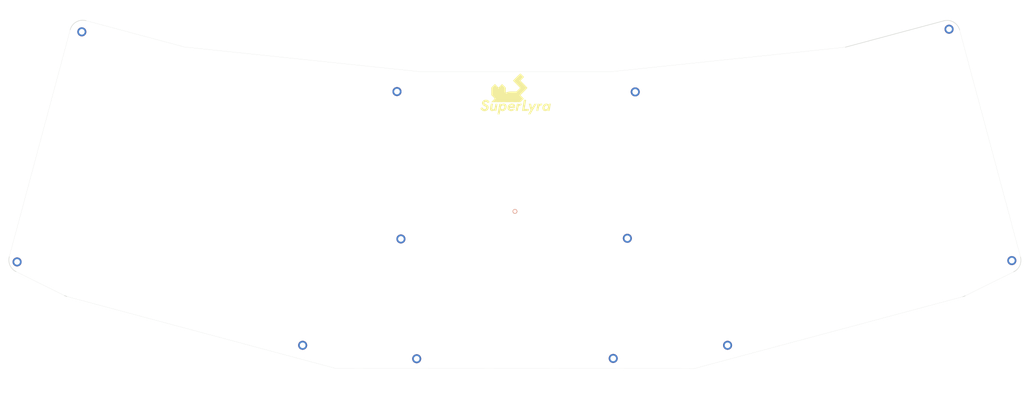
<source format=kicad_pcb>
(kicad_pcb (version 20171130) (host pcbnew "(5.1.10)-1")
  (title_block (title SuperLyra) (date 2021-09-12) (rev 0.1) (company "Black Cat Plasticworks"))
  (layers (0 F.Cu signal) (31 B.Cu signal) (34 B.Paste user) (35 F.Paste user) (36 B.SilkS user) (37 F.SilkS user) (38 B.Mask user) (39 F.Mask user) (44 Edge.Cuts user))
  (net 0 "")
  (net 1 GND)
  (module Keebio:MX_Switch_Cutout (layer F.Cu) (at 219.4576 139.677803)
    (fp_text reference SW46 hide)
    (fp_text value SW_Push hide)
    (pad "" np_thru_hole oval (at 0 -6.731) (size 15.5956 0.508) (drill oval 15.5956 0.508) (layers *.Cu *.Mask))
    (pad "" np_thru_hole oval (at 0 6.731) (size 15.5956 0.508) (drill oval 15.5956 0.508) (layers *.Cu *.Mask))
    (pad "" np_thru_hole oval (at -7.5565 -4.699) (size 0.508 4.572) (drill oval 0.508 4.572) (layers *.Cu *.Mask))
    (pad "" np_thru_hole oval (at 7.5565 -4.699) (size 0.508 4.572) (drill oval 0.508 4.572) (layers *.Cu *.Mask))
    (pad "" np_thru_hole oval (at 7.5565 4.699) (size 0.508 4.572) (drill oval 0.508 4.572) (layers *.Cu *.Mask))
    (pad "" np_thru_hole oval (at -7.5565 4.699) (size 0.508 4.572) (drill oval 0.508 4.572) (layers *.Cu *.Mask))
    (pad "" np_thru_hole oval (at 6.731 0) (size 0.508 5.842) (drill oval 0.508 5.842) (layers *.Cu *.Mask))
    (pad "" np_thru_hole oval (at -6.731 0) (size 0.508 5.842) (drill oval 0.508 5.842) (layers *.Cu *.Mask))
    (pad "" np_thru_hole oval (at 0 -6.985) (size 5.08 1.27) (drill oval 5.08 1.27) (layers *.Cu *.Mask))
    (pad "" np_thru_hole oval (at 0 6.985) (size 5.08 1.27) (drill oval 5.08 1.27) (layers *.Cu *.Mask))
    (pad "" np_thru_hole oval (at -7.14375 -2.667) (size 1.3335 0.508) (drill oval 1.3335 0.508) (layers *.Cu *.Mask))
    (pad "" np_thru_hole oval (at 7.14375 -2.667) (size 1.3335 0.508) (drill oval 1.3335 0.508) (layers *.Cu *.Mask))
    (pad "" np_thru_hole oval (at -7.14375 2.667) (size 1.3335 0.508) (drill oval 1.3335 0.508) (layers *.Cu *.Mask))
    (pad "" np_thru_hole oval (at 7.14375 2.667) (size 1.3335 0.508) (drill oval 1.3335 0.508) (layers *.Cu *.Mask))
  )
  (module Keebio:MX_Switch_Cutout (layer F.Cu) (at 200.48121 139.689145)
    (fp_text reference SW45 hide)
    (fp_text value SW_Push hide)
    (pad "" np_thru_hole oval (at 7.14375 2.667) (size 1.3335 0.508) (drill oval 1.3335 0.508) (layers *.Cu *.Mask))
    (pad "" np_thru_hole oval (at -7.14375 2.667) (size 1.3335 0.508) (drill oval 1.3335 0.508) (layers *.Cu *.Mask))
    (pad "" np_thru_hole oval (at 7.14375 -2.667) (size 1.3335 0.508) (drill oval 1.3335 0.508) (layers *.Cu *.Mask))
    (pad "" np_thru_hole oval (at -7.14375 -2.667) (size 1.3335 0.508) (drill oval 1.3335 0.508) (layers *.Cu *.Mask))
    (pad "" np_thru_hole oval (at 0 6.985) (size 5.08 1.27) (drill oval 5.08 1.27) (layers *.Cu *.Mask))
    (pad "" np_thru_hole oval (at 0 -6.985) (size 5.08 1.27) (drill oval 5.08 1.27) (layers *.Cu *.Mask))
    (pad "" np_thru_hole oval (at -6.731 0) (size 0.508 5.842) (drill oval 0.508 5.842) (layers *.Cu *.Mask))
    (pad "" np_thru_hole oval (at 6.731 0) (size 0.508 5.842) (drill oval 0.508 5.842) (layers *.Cu *.Mask))
    (pad "" np_thru_hole oval (at -7.5565 4.699) (size 0.508 4.572) (drill oval 0.508 4.572) (layers *.Cu *.Mask))
    (pad "" np_thru_hole oval (at 7.5565 4.699) (size 0.508 4.572) (drill oval 0.508 4.572) (layers *.Cu *.Mask))
    (pad "" np_thru_hole oval (at 7.5565 -4.699) (size 0.508 4.572) (drill oval 0.508 4.572) (layers *.Cu *.Mask))
    (pad "" np_thru_hole oval (at -7.5565 -4.699) (size 0.508 4.572) (drill oval 0.508 4.572) (layers *.Cu *.Mask))
    (pad "" np_thru_hole oval (at 0 6.731) (size 15.5956 0.508) (drill oval 15.5956 0.508) (layers *.Cu *.Mask))
    (pad "" np_thru_hole oval (at 0 -6.731) (size 15.5956 0.508) (drill oval 15.5956 0.508) (layers *.Cu *.Mask))
  )
  (module Keebio:SinglePad (layer F.Cu) (at 209.931 130.302)
    (fp_text reference J1 hide)
    (fp_text value Conn_01x01_Female hide)
    (pad 1 thru_hole circle (at 0 0 270) (size 1.7526 1.7526) (drill 1.0922) (layers *.Cu *.SilkS *.Mask) (net 1 GND))
  )
  (module Keebio:MX_Switch_Cutout (layer F.Cu) (at 238.462754 177.682742)
    (fp_text reference SW83 hide)
    (fp_text value SW_Push hide)
    (pad "" np_thru_hole oval (at 0 -6.731) (size 15.5956 0.508) (drill oval 15.5956 0.508) (layers *.Cu *.Mask))
    (pad "" np_thru_hole oval (at 0 6.731) (size 15.5956 0.508) (drill oval 15.5956 0.508) (layers *.Cu *.Mask))
    (pad "" np_thru_hole oval (at -7.5565 -4.699) (size 0.508 4.572) (drill oval 0.508 4.572) (layers *.Cu *.Mask))
    (pad "" np_thru_hole oval (at 7.5565 -4.699) (size 0.508 4.572) (drill oval 0.508 4.572) (layers *.Cu *.Mask))
    (pad "" np_thru_hole oval (at 7.5565 4.699) (size 0.508 4.572) (drill oval 0.508 4.572) (layers *.Cu *.Mask))
    (pad "" np_thru_hole oval (at -7.5565 4.699) (size 0.508 4.572) (drill oval 0.508 4.572) (layers *.Cu *.Mask))
    (pad "" np_thru_hole oval (at 6.731 0) (size 0.508 5.842) (drill oval 0.508 5.842) (layers *.Cu *.Mask))
    (pad "" np_thru_hole oval (at -6.731 0) (size 0.508 5.842) (drill oval 0.508 5.842) (layers *.Cu *.Mask))
    (pad "" np_thru_hole oval (at 0 -6.985) (size 5.08 1.27) (drill oval 5.08 1.27) (layers *.Cu *.Mask))
    (pad "" np_thru_hole oval (at 0 6.985) (size 5.08 1.27) (drill oval 5.08 1.27) (layers *.Cu *.Mask))
    (pad "" np_thru_hole oval (at -7.14375 -2.667) (size 1.3335 0.508) (drill oval 1.3335 0.508) (layers *.Cu *.Mask))
    (pad "" np_thru_hole oval (at 7.14375 -2.667) (size 1.3335 0.508) (drill oval 1.3335 0.508) (layers *.Cu *.Mask))
    (pad "" np_thru_hole oval (at -7.14375 2.667) (size 1.3335 0.508) (drill oval 1.3335 0.508) (layers *.Cu *.Mask))
    (pad "" np_thru_hole oval (at 7.14375 2.667) (size 1.3335 0.508) (drill oval 1.3335 0.508) (layers *.Cu *.Mask))
  )
  (module Keebio:MX_Switch_Cutout (layer F.Cu) (at 238.454704 139.684832)
    (fp_text reference SW47 hide)
    (fp_text value SW_Push hide)
    (pad "" np_thru_hole oval (at 7.14375 2.667) (size 1.3335 0.508) (drill oval 1.3335 0.508) (layers *.Cu *.Mask))
    (pad "" np_thru_hole oval (at -7.14375 2.667) (size 1.3335 0.508) (drill oval 1.3335 0.508) (layers *.Cu *.Mask))
    (pad "" np_thru_hole oval (at 7.14375 -2.667) (size 1.3335 0.508) (drill oval 1.3335 0.508) (layers *.Cu *.Mask))
    (pad "" np_thru_hole oval (at -7.14375 -2.667) (size 1.3335 0.508) (drill oval 1.3335 0.508) (layers *.Cu *.Mask))
    (pad "" np_thru_hole oval (at 0 6.985) (size 5.08 1.27) (drill oval 5.08 1.27) (layers *.Cu *.Mask))
    (pad "" np_thru_hole oval (at 0 -6.985) (size 5.08 1.27) (drill oval 5.08 1.27) (layers *.Cu *.Mask))
    (pad "" np_thru_hole oval (at -6.731 0) (size 0.508 5.842) (drill oval 0.508 5.842) (layers *.Cu *.Mask))
    (pad "" np_thru_hole oval (at 6.731 0) (size 0.508 5.842) (drill oval 0.508 5.842) (layers *.Cu *.Mask))
    (pad "" np_thru_hole oval (at -7.5565 4.699) (size 0.508 4.572) (drill oval 0.508 4.572) (layers *.Cu *.Mask))
    (pad "" np_thru_hole oval (at 7.5565 4.699) (size 0.508 4.572) (drill oval 0.508 4.572) (layers *.Cu *.Mask))
    (pad "" np_thru_hole oval (at 7.5565 -4.699) (size 0.508 4.572) (drill oval 0.508 4.572) (layers *.Cu *.Mask))
    (pad "" np_thru_hole oval (at -7.5565 -4.699) (size 0.508 4.572) (drill oval 0.508 4.572) (layers *.Cu *.Mask))
    (pad "" np_thru_hole oval (at 0 6.731) (size 15.5956 0.508) (drill oval 15.5956 0.508) (layers *.Cu *.Mask))
    (pad "" np_thru_hole oval (at 0 -6.731) (size 15.5956 0.508) (drill oval 15.5956 0.508) (layers *.Cu *.Mask))
  )
  (module Keebio:MX_Switch_Cutout (layer F.Cu) (at 238.466643 158.701118)
    (fp_text reference SW65 hide)
    (fp_text value SW_Push hide)
    (pad "" np_thru_hole oval (at 0 -6.731) (size 15.5956 0.508) (drill oval 15.5956 0.508) (layers *.Cu *.Mask))
    (pad "" np_thru_hole oval (at 0 6.731) (size 15.5956 0.508) (drill oval 15.5956 0.508) (layers *.Cu *.Mask))
    (pad "" np_thru_hole oval (at -7.5565 -4.699) (size 0.508 4.572) (drill oval 0.508 4.572) (layers *.Cu *.Mask))
    (pad "" np_thru_hole oval (at 7.5565 -4.699) (size 0.508 4.572) (drill oval 0.508 4.572) (layers *.Cu *.Mask))
    (pad "" np_thru_hole oval (at 7.5565 4.699) (size 0.508 4.572) (drill oval 0.508 4.572) (layers *.Cu *.Mask))
    (pad "" np_thru_hole oval (at -7.5565 4.699) (size 0.508 4.572) (drill oval 0.508 4.572) (layers *.Cu *.Mask))
    (pad "" np_thru_hole oval (at 6.731 0) (size 0.508 5.842) (drill oval 0.508 5.842) (layers *.Cu *.Mask))
    (pad "" np_thru_hole oval (at -6.731 0) (size 0.508 5.842) (drill oval 0.508 5.842) (layers *.Cu *.Mask))
    (pad "" np_thru_hole oval (at 0 -6.985) (size 5.08 1.27) (drill oval 5.08 1.27) (layers *.Cu *.Mask))
    (pad "" np_thru_hole oval (at 0 6.985) (size 5.08 1.27) (drill oval 5.08 1.27) (layers *.Cu *.Mask))
    (pad "" np_thru_hole oval (at -7.14375 -2.667) (size 1.3335 0.508) (drill oval 1.3335 0.508) (layers *.Cu *.Mask))
    (pad "" np_thru_hole oval (at 7.14375 -2.667) (size 1.3335 0.508) (drill oval 1.3335 0.508) (layers *.Cu *.Mask))
    (pad "" np_thru_hole oval (at -7.14375 2.667) (size 1.3335 0.508) (drill oval 1.3335 0.508) (layers *.Cu *.Mask))
    (pad "" np_thru_hole oval (at 7.14375 2.667) (size 1.3335 0.508) (drill oval 1.3335 0.508) (layers *.Cu *.Mask))
  )
  (module Keebio:MX_Switch_Cutout (layer F.Cu) (at 181.479982 139.69789)
    (fp_text reference SW44 hide)
    (fp_text value SW_Push hide)
    (pad "" np_thru_hole oval (at 0 -6.731) (size 15.5956 0.508) (drill oval 15.5956 0.508) (layers *.Cu *.Mask))
    (pad "" np_thru_hole oval (at 0 6.731) (size 15.5956 0.508) (drill oval 15.5956 0.508) (layers *.Cu *.Mask))
    (pad "" np_thru_hole oval (at -7.5565 -4.699) (size 0.508 4.572) (drill oval 0.508 4.572) (layers *.Cu *.Mask))
    (pad "" np_thru_hole oval (at 7.5565 -4.699) (size 0.508 4.572) (drill oval 0.508 4.572) (layers *.Cu *.Mask))
    (pad "" np_thru_hole oval (at 7.5565 4.699) (size 0.508 4.572) (drill oval 0.508 4.572) (layers *.Cu *.Mask))
    (pad "" np_thru_hole oval (at -7.5565 4.699) (size 0.508 4.572) (drill oval 0.508 4.572) (layers *.Cu *.Mask))
    (pad "" np_thru_hole oval (at 6.731 0) (size 0.508 5.842) (drill oval 0.508 5.842) (layers *.Cu *.Mask))
    (pad "" np_thru_hole oval (at -6.731 0) (size 0.508 5.842) (drill oval 0.508 5.842) (layers *.Cu *.Mask))
    (pad "" np_thru_hole oval (at 0 -6.985) (size 5.08 1.27) (drill oval 5.08 1.27) (layers *.Cu *.Mask))
    (pad "" np_thru_hole oval (at 0 6.985) (size 5.08 1.27) (drill oval 5.08 1.27) (layers *.Cu *.Mask))
    (pad "" np_thru_hole oval (at -7.14375 -2.667) (size 1.3335 0.508) (drill oval 1.3335 0.508) (layers *.Cu *.Mask))
    (pad "" np_thru_hole oval (at 7.14375 -2.667) (size 1.3335 0.508) (drill oval 1.3335 0.508) (layers *.Cu *.Mask))
    (pad "" np_thru_hole oval (at -7.14375 2.667) (size 1.3335 0.508) (drill oval 1.3335 0.508) (layers *.Cu *.Mask))
    (pad "" np_thru_hole oval (at 7.14375 2.667) (size 1.3335 0.508) (drill oval 1.3335 0.508) (layers *.Cu *.Mask))
  )
  (module Keebio:MX_Switch_Cutout (layer F.Cu) (at 259.542923 98.778615 15)
    (fp_text reference SW12 hide)
    (fp_text value SW_Push hide)
    (pad "" np_thru_hole oval (at 7.14375 2.667 15) (size 1.3335 0.508) (drill oval 1.3335 0.508) (layers *.Cu *.Mask))
    (pad "" np_thru_hole oval (at -7.14375 2.667 15) (size 1.3335 0.508) (drill oval 1.3335 0.508) (layers *.Cu *.Mask))
    (pad "" np_thru_hole oval (at 7.14375 -2.667 15) (size 1.3335 0.508) (drill oval 1.3335 0.508) (layers *.Cu *.Mask))
    (pad "" np_thru_hole oval (at -7.14375 -2.667 15) (size 1.3335 0.508) (drill oval 1.3335 0.508) (layers *.Cu *.Mask))
    (pad "" np_thru_hole oval (at 0 6.985 15) (size 5.08 1.27) (drill oval 5.08 1.27) (layers *.Cu *.Mask))
    (pad "" np_thru_hole oval (at 0 -6.985 15) (size 5.08 1.27) (drill oval 5.08 1.27) (layers *.Cu *.Mask))
    (pad "" np_thru_hole oval (at -6.731 0 15) (size 0.508 5.842) (drill oval 0.508 5.842) (layers *.Cu *.Mask))
    (pad "" np_thru_hole oval (at 6.731 0 15) (size 0.508 5.842) (drill oval 0.508 5.842) (layers *.Cu *.Mask))
    (pad "" np_thru_hole oval (at -7.5565 4.699 15) (size 0.508 4.572) (drill oval 0.508 4.572) (layers *.Cu *.Mask))
    (pad "" np_thru_hole oval (at 7.5565 4.699 15) (size 0.508 4.572) (drill oval 0.508 4.572) (layers *.Cu *.Mask))
    (pad "" np_thru_hole oval (at 7.5565 -4.699 15) (size 0.508 4.572) (drill oval 0.508 4.572) (layers *.Cu *.Mask))
    (pad "" np_thru_hole oval (at -7.5565 -4.699 15) (size 0.508 4.572) (drill oval 0.508 4.572) (layers *.Cu *.Mask))
    (pad "" np_thru_hole oval (at 0 6.731 15) (size 15.5956 0.508) (drill oval 15.5956 0.508) (layers *.Cu *.Mask))
    (pad "" np_thru_hole oval (at 0 -6.731 15) (size 15.5956 0.508) (drill oval 15.5956 0.508) (layers *.Cu *.Mask))
  )
  (module Keebio:MX_Switch_Cutout (layer F.Cu) (at 160.272107 98.735438 345)
    (fp_text reference SW7 hide)
    (fp_text value SW_Push hide)
    (pad "" np_thru_hole oval (at 0 -6.731 345) (size 15.5956 0.508) (drill oval 15.5956 0.508) (layers *.Cu *.Mask))
    (pad "" np_thru_hole oval (at 0 6.731 345) (size 15.5956 0.508) (drill oval 15.5956 0.508) (layers *.Cu *.Mask))
    (pad "" np_thru_hole oval (at -7.5565 -4.699 345) (size 0.508 4.572) (drill oval 0.508 4.572) (layers *.Cu *.Mask))
    (pad "" np_thru_hole oval (at 7.5565 -4.699 345) (size 0.508 4.572) (drill oval 0.508 4.572) (layers *.Cu *.Mask))
    (pad "" np_thru_hole oval (at 7.5565 4.699 345) (size 0.508 4.572) (drill oval 0.508 4.572) (layers *.Cu *.Mask))
    (pad "" np_thru_hole oval (at -7.5565 4.699 345) (size 0.508 4.572) (drill oval 0.508 4.572) (layers *.Cu *.Mask))
    (pad "" np_thru_hole oval (at 6.731 0 345) (size 0.508 5.842) (drill oval 0.508 5.842) (layers *.Cu *.Mask))
    (pad "" np_thru_hole oval (at -6.731 0 345) (size 0.508 5.842) (drill oval 0.508 5.842) (layers *.Cu *.Mask))
    (pad "" np_thru_hole oval (at 0 -6.985 345) (size 5.08 1.27) (drill oval 5.08 1.27) (layers *.Cu *.Mask))
    (pad "" np_thru_hole oval (at 0 6.985 345) (size 5.08 1.27) (drill oval 5.08 1.27) (layers *.Cu *.Mask))
    (pad "" np_thru_hole oval (at -7.14375 -2.667 345) (size 1.3335 0.508) (drill oval 1.3335 0.508) (layers *.Cu *.Mask))
    (pad "" np_thru_hole oval (at 7.14375 -2.667 345) (size 1.3335 0.508) (drill oval 1.3335 0.508) (layers *.Cu *.Mask))
    (pad "" np_thru_hole oval (at -7.14375 2.667 345) (size 1.3335 0.508) (drill oval 1.3335 0.508) (layers *.Cu *.Mask))
    (pad "" np_thru_hole oval (at 7.14375 2.667 345) (size 1.3335 0.508) (drill oval 1.3335 0.508) (layers *.Cu *.Mask))
  )
  (module Keebio:MX_Switch_Cutout (layer F.Cu) (at 145.485856 153.898351 345)
    (fp_text reference SW61 hide)
    (fp_text value SW_Push hide)
    (pad "" np_thru_hole oval (at 7.14375 2.667 345) (size 1.3335 0.508) (drill oval 1.3335 0.508) (layers *.Cu *.Mask))
    (pad "" np_thru_hole oval (at -7.14375 2.667 345) (size 1.3335 0.508) (drill oval 1.3335 0.508) (layers *.Cu *.Mask))
    (pad "" np_thru_hole oval (at 7.14375 -2.667 345) (size 1.3335 0.508) (drill oval 1.3335 0.508) (layers *.Cu *.Mask))
    (pad "" np_thru_hole oval (at -7.14375 -2.667 345) (size 1.3335 0.508) (drill oval 1.3335 0.508) (layers *.Cu *.Mask))
    (pad "" np_thru_hole oval (at 0 6.985 345) (size 5.08 1.27) (drill oval 5.08 1.27) (layers *.Cu *.Mask))
    (pad "" np_thru_hole oval (at 0 -6.985 345) (size 5.08 1.27) (drill oval 5.08 1.27) (layers *.Cu *.Mask))
    (pad "" np_thru_hole oval (at -6.731 0 345) (size 0.508 5.842) (drill oval 0.508 5.842) (layers *.Cu *.Mask))
    (pad "" np_thru_hole oval (at 6.731 0 345) (size 0.508 5.842) (drill oval 0.508 5.842) (layers *.Cu *.Mask))
    (pad "" np_thru_hole oval (at -7.5565 4.699 345) (size 0.508 4.572) (drill oval 0.508 4.572) (layers *.Cu *.Mask))
    (pad "" np_thru_hole oval (at 7.5565 4.699 345) (size 0.508 4.572) (drill oval 0.508 4.572) (layers *.Cu *.Mask))
    (pad "" np_thru_hole oval (at 7.5565 -4.699 345) (size 0.508 4.572) (drill oval 0.508 4.572) (layers *.Cu *.Mask))
    (pad "" np_thru_hole oval (at -7.5565 -4.699 345) (size 0.508 4.572) (drill oval 0.508 4.572) (layers *.Cu *.Mask))
    (pad "" np_thru_hole oval (at 0 6.731 345) (size 15.5956 0.508) (drill oval 15.5956 0.508) (layers *.Cu *.Mask))
    (pad "" np_thru_hole oval (at 0 -6.731 345) (size 15.5956 0.508) (drill oval 15.5956 0.508) (layers *.Cu *.Mask))
  )
  (module Keebio:MX_Switch_2uStabCutoutuni (layer F.Cu) (at 151.13 176.53 352.5)
    (fp_text reference SW79 hide)
    (fp_text value SW_Push hide)
    (pad "" np_thru_hole oval (at 0 -6.731 352.5) (size 15.5956 0.508) (drill oval 15.5956 0.508) (layers *.Cu *.Mask))
    (pad "" np_thru_hole oval (at 0 6.731 352.5) (size 15.5956 0.508) (drill oval 15.5956 0.508) (layers *.Cu *.Mask))
    (pad "" np_thru_hole oval (at -7.5565 -4.699 352.5) (size 0.508 4.572) (drill oval 0.508 4.572) (layers *.Cu *.Mask))
    (pad "" np_thru_hole oval (at 7.5565 -4.699 352.5) (size 0.508 4.572) (drill oval 0.508 4.572) (layers *.Cu *.Mask))
    (pad "" np_thru_hole oval (at 7.5565 4.699 352.5) (size 0.508 4.572) (drill oval 0.508 4.572) (layers *.Cu *.Mask))
    (pad "" np_thru_hole oval (at -7.5565 4.699 352.5) (size 0.508 4.572) (drill oval 0.508 4.572) (layers *.Cu *.Mask))
    (pad "" np_thru_hole oval (at 6.731 0 352.5) (size 0.508 5.842) (drill oval 0.508 5.842) (layers *.Cu *.Mask))
    (pad "" np_thru_hole oval (at -6.731 0 352.5) (size 0.508 5.842) (drill oval 0.508 5.842) (layers *.Cu *.Mask))
    (pad "" np_thru_hole oval (at 0 -6.985 352.5) (size 5.08 1.27) (drill oval 5.08 1.27) (layers *.Cu *.Mask))
    (pad "" np_thru_hole oval (at 0 6.985 352.5) (size 5.08 1.27) (drill oval 5.08 1.27) (layers *.Cu *.Mask))
    (pad "" np_thru_hole oval (at -7.14375 -2.667 352.5) (size 1.3335 0.508) (drill oval 1.3335 0.508) (layers *.Cu *.Mask))
    (pad "" np_thru_hole oval (at 7.14375 -2.667 352.5) (size 1.3335 0.508) (drill oval 1.3335 0.508) (layers *.Cu *.Mask))
    (pad "" np_thru_hole oval (at -7.14375 2.667 352.5) (size 1.3335 0.508) (drill oval 1.3335 0.508) (layers *.Cu *.Mask))
    (pad "" np_thru_hole oval (at 7.14375 2.667 352.5) (size 1.3335 0.508) (drill oval 1.3335 0.508) (layers *.Cu *.Mask))
    (pad "" np_thru_hole oval (at -15.9766 -1.143 352.5) (size 0.3048 2.794) (drill oval 0.3048 2.794) (layers *.Cu *.Mask))
    (pad "" np_thru_hole oval (at -15.5448 0.1016 352.5) (size 1.1684 0.3048) (drill oval 1.1684 0.3048) (layers *.Cu *.Mask))
    (pad "" np_thru_hole oval (at -11.938 -5.7912 352.5) (size 6.6548 0.3048) (drill oval 6.6548 0.3048) (layers *.Cu *.Mask))
    (pad "" np_thru_hole oval (at 11.938 6.1976 352.5) (size 6.6548 0.3048) (drill oval 6.6548 0.3048) (layers *.Cu *.Mask))
    (pad "" np_thru_hole oval (at -15.5448 -2.3876 352.5) (size 1.1684 0.3048) (drill oval 1.1684 0.3048) (layers *.Cu *.Mask))
    (pad "" np_thru_hole oval (at 11.938 -5.7912 352.5) (size 6.6548 0.3048) (drill oval 6.6548 0.3048) (layers *.Cu *.Mask))
    (pad "" np_thru_hole oval (at 15.5448 0.1016 352.5) (size 1.1684 0.3048) (drill oval 1.1684 0.3048) (layers *.Cu *.Mask))
    (pad "" np_thru_hole oval (at -11.938 6.1976 352.5) (size 6.6548 0.3048) (drill oval 6.6548 0.3048) (layers *.Cu *.Mask))
    (pad "" np_thru_hole oval (at -13.3096 6.858 352.5) (size 0.3048 1.4732) (drill oval 0.3048 1.4732) (layers *.Cu *.Mask))
    (pad "" np_thru_hole oval (at 10.5664 6.858 352.5) (size 0.3048 1.4732) (drill oval 0.3048 1.4732) (layers *.Cu *.Mask))
    (pad "" np_thru_hole oval (at -10.5664 6.858 352.5) (size 0.3048 1.4732) (drill oval 0.3048 1.4732) (layers *.Cu *.Mask))
    (pad "" np_thru_hole oval (at 8.763 0.2032 352.5) (size 0.3048 12.2936) (drill oval 0.3048 12.2936) (layers *.Cu *.Mask))
    (pad "" np_thru_hole oval (at -11.938 7.5184 352.5) (size 3.048 0.3048) (drill oval 3.048 0.3048) (layers *.Cu *.Mask))
    (pad "" np_thru_hole oval (at 13.3096 6.858 352.5) (size 0.3048 1.4732) (drill oval 0.3048 1.4732) (layers *.Cu *.Mask))
    (pad "" np_thru_hole oval (at -8.763 0.2032 352.5) (size 0.3048 12.2936) (drill oval 0.3048 12.2936) (layers *.Cu *.Mask))
    (pad "" np_thru_hole oval (at -15.113 0.2032 352.5) (size 0.3048 12.2936) (drill oval 0.3048 12.2936) (layers *.Cu *.Mask))
    (pad "" np_thru_hole oval (at 11.938 7.5184 352.5) (size 3.048 0.3048) (drill oval 3.048 0.3048) (layers *.Cu *.Mask))
    (pad "" np_thru_hole oval (at 15.5448 -2.3876 352.5) (size 1.1684 0.3048) (drill oval 1.1684 0.3048) (layers *.Cu *.Mask))
    (pad "" np_thru_hole oval (at 15.9766 -1.143 352.5) (size 0.3048 2.794) (drill oval 0.3048 2.794) (layers *.Cu *.Mask))
    (pad "" np_thru_hole oval (at 15.113 0.2032 352.5) (size 0.3048 12.2936) (drill oval 0.3048 12.2936) (layers *.Cu *.Mask))
    (pad "" np_thru_hole oval (at 15.9766 1.397 172.5) (size 0.3048 2.794) (drill oval 0.3048 2.794) (layers *.Cu *.Mask))
    (pad "" np_thru_hole oval (at 15.5448 0.1524 172.5) (size 1.1684 0.3048) (drill oval 1.1684 0.3048) (layers *.Cu *.Mask))
    (pad "" np_thru_hole oval (at 11.938 6.0452 172.5) (size 6.6548 0.3048) (drill oval 6.6548 0.3048) (layers *.Cu *.Mask))
    (pad "" np_thru_hole oval (at -11.938 -5.9436 172.5) (size 6.6548 0.3048) (drill oval 6.6548 0.3048) (layers *.Cu *.Mask))
    (pad "" np_thru_hole oval (at 15.5448 2.6416 172.5) (size 1.1684 0.3048) (drill oval 1.1684 0.3048) (layers *.Cu *.Mask))
    (pad "" np_thru_hole oval (at -11.938 6.0452 172.5) (size 6.6548 0.3048) (drill oval 6.6548 0.3048) (layers *.Cu *.Mask))
    (pad "" np_thru_hole oval (at -15.5448 0.1524 172.5) (size 1.1684 0.3048) (drill oval 1.1684 0.3048) (layers *.Cu *.Mask))
    (pad "" np_thru_hole oval (at 11.938 -5.9436 172.5) (size 6.6548 0.3048) (drill oval 6.6548 0.3048) (layers *.Cu *.Mask))
    (pad "" np_thru_hole oval (at 13.3096 -6.604 172.5) (size 0.3048 1.4732) (drill oval 0.3048 1.4732) (layers *.Cu *.Mask))
    (pad "" np_thru_hole oval (at -10.5664 -6.604 172.5) (size 0.3048 1.4732) (drill oval 0.3048 1.4732) (layers *.Cu *.Mask))
    (pad "" np_thru_hole oval (at 10.5664 -6.604 172.5) (size 0.3048 1.4732) (drill oval 0.3048 1.4732) (layers *.Cu *.Mask))
    (pad "" np_thru_hole oval (at -8.763 0.0508 172.5) (size 0.3048 12.2936) (drill oval 0.3048 12.2936) (layers *.Cu *.Mask))
    (pad "" np_thru_hole oval (at 11.938 -7.2644 172.5) (size 3.048 0.3048) (drill oval 3.048 0.3048) (layers *.Cu *.Mask))
    (pad "" np_thru_hole oval (at -13.3096 -6.604 172.5) (size 0.3048 1.4732) (drill oval 0.3048 1.4732) (layers *.Cu *.Mask))
    (pad "" np_thru_hole oval (at 8.763 0.0508 172.5) (size 0.3048 12.2936) (drill oval 0.3048 12.2936) (layers *.Cu *.Mask))
    (pad "" np_thru_hole oval (at 15.113 0.0508 172.5) (size 0.3048 12.2936) (drill oval 0.3048 12.2936) (layers *.Cu *.Mask))
    (pad "" np_thru_hole oval (at -11.938 -7.2644 172.5) (size 3.048 0.3048) (drill oval 3.048 0.3048) (layers *.Cu *.Mask))
    (pad "" np_thru_hole oval (at -15.5448 2.6416 172.5) (size 1.1684 0.3048) (drill oval 1.1684 0.3048) (layers *.Cu *.Mask))
    (pad "" np_thru_hole oval (at -15.9766 1.397 172.5) (size 0.3048 2.794) (drill oval 0.3048 2.794) (layers *.Cu *.Mask))
    (pad "" np_thru_hole oval (at -15.113 0.0508 172.5) (size 0.3048 12.2936) (drill oval 0.3048 12.2936) (layers *.Cu *.Mask))
  )
  (module Keebio:MX_Switch_Cutout (layer F.Cu) (at 76.169282 118.14581 345)
    (fp_text reference SW39 hide)
    (fp_text value SW_Push hide)
    (pad "" np_thru_hole oval (at 0 -6.731 345) (size 15.5956 0.508) (drill oval 15.5956 0.508) (layers *.Cu *.Mask))
    (pad "" np_thru_hole oval (at 0 6.731 345) (size 15.5956 0.508) (drill oval 15.5956 0.508) (layers *.Cu *.Mask))
    (pad "" np_thru_hole oval (at -7.5565 -4.699 345) (size 0.508 4.572) (drill oval 0.508 4.572) (layers *.Cu *.Mask))
    (pad "" np_thru_hole oval (at 7.5565 -4.699 345) (size 0.508 4.572) (drill oval 0.508 4.572) (layers *.Cu *.Mask))
    (pad "" np_thru_hole oval (at 7.5565 4.699 345) (size 0.508 4.572) (drill oval 0.508 4.572) (layers *.Cu *.Mask))
    (pad "" np_thru_hole oval (at -7.5565 4.699 345) (size 0.508 4.572) (drill oval 0.508 4.572) (layers *.Cu *.Mask))
    (pad "" np_thru_hole oval (at 6.731 0 345) (size 0.508 5.842) (drill oval 0.508 5.842) (layers *.Cu *.Mask))
    (pad "" np_thru_hole oval (at -6.731 0 345) (size 0.508 5.842) (drill oval 0.508 5.842) (layers *.Cu *.Mask))
    (pad "" np_thru_hole oval (at 0 -6.985 345) (size 5.08 1.27) (drill oval 5.08 1.27) (layers *.Cu *.Mask))
    (pad "" np_thru_hole oval (at 0 6.985 345) (size 5.08 1.27) (drill oval 5.08 1.27) (layers *.Cu *.Mask))
    (pad "" np_thru_hole oval (at -7.14375 -2.667 345) (size 1.3335 0.508) (drill oval 1.3335 0.508) (layers *.Cu *.Mask))
    (pad "" np_thru_hole oval (at 7.14375 -2.667 345) (size 1.3335 0.508) (drill oval 1.3335 0.508) (layers *.Cu *.Mask))
    (pad "" np_thru_hole oval (at -7.14375 2.667 345) (size 1.3335 0.508) (drill oval 1.3335 0.508) (layers *.Cu *.Mask))
    (pad "" np_thru_hole oval (at 7.14375 2.667 345) (size 1.3335 0.508) (drill oval 1.3335 0.508) (layers *.Cu *.Mask))
  )
  (module Keebio:MX_Switch_Cutout (layer F.Cu) (at 39.368987 108.269808 345)
    (fp_text reference SW37 hide)
    (fp_text value SW_Push hide)
    (pad "" np_thru_hole oval (at 7.14375 2.667 345) (size 1.3335 0.508) (drill oval 1.3335 0.508) (layers *.Cu *.Mask))
    (pad "" np_thru_hole oval (at -7.14375 2.667 345) (size 1.3335 0.508) (drill oval 1.3335 0.508) (layers *.Cu *.Mask))
    (pad "" np_thru_hole oval (at 7.14375 -2.667 345) (size 1.3335 0.508) (drill oval 1.3335 0.508) (layers *.Cu *.Mask))
    (pad "" np_thru_hole oval (at -7.14375 -2.667 345) (size 1.3335 0.508) (drill oval 1.3335 0.508) (layers *.Cu *.Mask))
    (pad "" np_thru_hole oval (at 0 6.985 345) (size 5.08 1.27) (drill oval 5.08 1.27) (layers *.Cu *.Mask))
    (pad "" np_thru_hole oval (at 0 -6.985 345) (size 5.08 1.27) (drill oval 5.08 1.27) (layers *.Cu *.Mask))
    (pad "" np_thru_hole oval (at -6.731 0 345) (size 0.508 5.842) (drill oval 0.508 5.842) (layers *.Cu *.Mask))
    (pad "" np_thru_hole oval (at 6.731 0 345) (size 0.508 5.842) (drill oval 0.508 5.842) (layers *.Cu *.Mask))
    (pad "" np_thru_hole oval (at -7.5565 4.699 345) (size 0.508 4.572) (drill oval 0.508 4.572) (layers *.Cu *.Mask))
    (pad "" np_thru_hole oval (at 7.5565 4.699 345) (size 0.508 4.572) (drill oval 0.508 4.572) (layers *.Cu *.Mask))
    (pad "" np_thru_hole oval (at 7.5565 -4.699 345) (size 0.508 4.572) (drill oval 0.508 4.572) (layers *.Cu *.Mask))
    (pad "" np_thru_hole oval (at -7.5565 -4.699 345) (size 0.508 4.572) (drill oval 0.508 4.572) (layers *.Cu *.Mask))
    (pad "" np_thru_hole oval (at 0 6.731 345) (size 15.5956 0.508) (drill oval 15.5956 0.508) (layers *.Cu *.Mask))
    (pad "" np_thru_hole oval (at 0 -6.731 345) (size 15.5956 0.508) (drill oval 15.5956 0.508) (layers *.Cu *.Mask))
  )
  (module Keebio:MX_Switch_Cutout (layer F.Cu) (at 57.419567 114.687555 345)
    (fp_text reference SW38 hide)
    (fp_text value SW_Push hide)
    (pad "" np_thru_hole oval (at 0 -6.731 345) (size 15.5956 0.508) (drill oval 15.5956 0.508) (layers *.Cu *.Mask))
    (pad "" np_thru_hole oval (at 0 6.731 345) (size 15.5956 0.508) (drill oval 15.5956 0.508) (layers *.Cu *.Mask))
    (pad "" np_thru_hole oval (at -7.5565 -4.699 345) (size 0.508 4.572) (drill oval 0.508 4.572) (layers *.Cu *.Mask))
    (pad "" np_thru_hole oval (at 7.5565 -4.699 345) (size 0.508 4.572) (drill oval 0.508 4.572) (layers *.Cu *.Mask))
    (pad "" np_thru_hole oval (at 7.5565 4.699 345) (size 0.508 4.572) (drill oval 0.508 4.572) (layers *.Cu *.Mask))
    (pad "" np_thru_hole oval (at -7.5565 4.699 345) (size 0.508 4.572) (drill oval 0.508 4.572) (layers *.Cu *.Mask))
    (pad "" np_thru_hole oval (at 6.731 0 345) (size 0.508 5.842) (drill oval 0.508 5.842) (layers *.Cu *.Mask))
    (pad "" np_thru_hole oval (at -6.731 0 345) (size 0.508 5.842) (drill oval 0.508 5.842) (layers *.Cu *.Mask))
    (pad "" np_thru_hole oval (at 0 -6.985 345) (size 5.08 1.27) (drill oval 5.08 1.27) (layers *.Cu *.Mask))
    (pad "" np_thru_hole oval (at 0 6.985 345) (size 5.08 1.27) (drill oval 5.08 1.27) (layers *.Cu *.Mask))
    (pad "" np_thru_hole oval (at -7.14375 -2.667 345) (size 1.3335 0.508) (drill oval 1.3335 0.508) (layers *.Cu *.Mask))
    (pad "" np_thru_hole oval (at 7.14375 -2.667 345) (size 1.3335 0.508) (drill oval 1.3335 0.508) (layers *.Cu *.Mask))
    (pad "" np_thru_hole oval (at -7.14375 2.667 345) (size 1.3335 0.508) (drill oval 1.3335 0.508) (layers *.Cu *.Mask))
    (pad "" np_thru_hole oval (at 7.14375 2.667 345) (size 1.3335 0.508) (drill oval 1.3335 0.508) (layers *.Cu *.Mask))
  )
  (module Keebio:MX_Switch_Cutout (layer F.Cu) (at 62.430262 96.11517 345)
    (fp_text reference SW20 hide)
    (fp_text value SW_Push hide)
    (pad "" np_thru_hole oval (at 0 -6.731 345) (size 15.5956 0.508) (drill oval 15.5956 0.508) (layers *.Cu *.Mask))
    (pad "" np_thru_hole oval (at 0 6.731 345) (size 15.5956 0.508) (drill oval 15.5956 0.508) (layers *.Cu *.Mask))
    (pad "" np_thru_hole oval (at -7.5565 -4.699 345) (size 0.508 4.572) (drill oval 0.508 4.572) (layers *.Cu *.Mask))
    (pad "" np_thru_hole oval (at 7.5565 -4.699 345) (size 0.508 4.572) (drill oval 0.508 4.572) (layers *.Cu *.Mask))
    (pad "" np_thru_hole oval (at 7.5565 4.699 345) (size 0.508 4.572) (drill oval 0.508 4.572) (layers *.Cu *.Mask))
    (pad "" np_thru_hole oval (at -7.5565 4.699 345) (size 0.508 4.572) (drill oval 0.508 4.572) (layers *.Cu *.Mask))
    (pad "" np_thru_hole oval (at 6.731 0 345) (size 0.508 5.842) (drill oval 0.508 5.842) (layers *.Cu *.Mask))
    (pad "" np_thru_hole oval (at -6.731 0 345) (size 0.508 5.842) (drill oval 0.508 5.842) (layers *.Cu *.Mask))
    (pad "" np_thru_hole oval (at 0 -6.985 345) (size 5.08 1.27) (drill oval 5.08 1.27) (layers *.Cu *.Mask))
    (pad "" np_thru_hole oval (at 0 6.985 345) (size 5.08 1.27) (drill oval 5.08 1.27) (layers *.Cu *.Mask))
    (pad "" np_thru_hole oval (at -7.14375 -2.667 345) (size 1.3335 0.508) (drill oval 1.3335 0.508) (layers *.Cu *.Mask))
    (pad "" np_thru_hole oval (at 7.14375 -2.667 345) (size 1.3335 0.508) (drill oval 1.3335 0.508) (layers *.Cu *.Mask))
    (pad "" np_thru_hole oval (at -7.14375 2.667 345) (size 1.3335 0.508) (drill oval 1.3335 0.508) (layers *.Cu *.Mask))
    (pad "" np_thru_hole oval (at 7.14375 2.667 345) (size 1.3335 0.508) (drill oval 1.3335 0.508) (layers *.Cu *.Mask))
  )
  (module Keebio:MX_Switch_Cutout (layer F.Cu) (at 81.131171 99.585175 345)
    (fp_text reference SW21 hide)
    (fp_text value SW_Push hide)
    (pad "" np_thru_hole oval (at 7.14375 2.667 345) (size 1.3335 0.508) (drill oval 1.3335 0.508) (layers *.Cu *.Mask))
    (pad "" np_thru_hole oval (at -7.14375 2.667 345) (size 1.3335 0.508) (drill oval 1.3335 0.508) (layers *.Cu *.Mask))
    (pad "" np_thru_hole oval (at 7.14375 -2.667 345) (size 1.3335 0.508) (drill oval 1.3335 0.508) (layers *.Cu *.Mask))
    (pad "" np_thru_hole oval (at -7.14375 -2.667 345) (size 1.3335 0.508) (drill oval 1.3335 0.508) (layers *.Cu *.Mask))
    (pad "" np_thru_hole oval (at 0 6.985 345) (size 5.08 1.27) (drill oval 5.08 1.27) (layers *.Cu *.Mask))
    (pad "" np_thru_hole oval (at 0 -6.985 345) (size 5.08 1.27) (drill oval 5.08 1.27) (layers *.Cu *.Mask))
    (pad "" np_thru_hole oval (at -6.731 0 345) (size 0.508 5.842) (drill oval 0.508 5.842) (layers *.Cu *.Mask))
    (pad "" np_thru_hole oval (at 6.731 0 345) (size 0.508 5.842) (drill oval 0.508 5.842) (layers *.Cu *.Mask))
    (pad "" np_thru_hole oval (at -7.5565 4.699 345) (size 0.508 4.572) (drill oval 0.508 4.572) (layers *.Cu *.Mask))
    (pad "" np_thru_hole oval (at 7.5565 4.699 345) (size 0.508 4.572) (drill oval 0.508 4.572) (layers *.Cu *.Mask))
    (pad "" np_thru_hole oval (at 7.5565 -4.699 345) (size 0.508 4.572) (drill oval 0.508 4.572) (layers *.Cu *.Mask))
    (pad "" np_thru_hole oval (at -7.5565 -4.699 345) (size 0.508 4.572) (drill oval 0.508 4.572) (layers *.Cu *.Mask))
    (pad "" np_thru_hole oval (at 0 6.731 345) (size 15.5956 0.508) (drill oval 15.5956 0.508) (layers *.Cu *.Mask))
    (pad "" np_thru_hole oval (at 0 -6.731 345) (size 15.5956 0.508) (drill oval 15.5956 0.508) (layers *.Cu *.Mask))
  )
  (module Keebio:MX_Switch_Cutout (layer F.Cu) (at 100.821384 99.99655 345)
    (fp_text reference SW22 hide)
    (fp_text value SW_Push hide)
    (pad "" np_thru_hole oval (at 0 -6.731 345) (size 15.5956 0.508) (drill oval 15.5956 0.508) (layers *.Cu *.Mask))
    (pad "" np_thru_hole oval (at 0 6.731 345) (size 15.5956 0.508) (drill oval 15.5956 0.508) (layers *.Cu *.Mask))
    (pad "" np_thru_hole oval (at -7.5565 -4.699 345) (size 0.508 4.572) (drill oval 0.508 4.572) (layers *.Cu *.Mask))
    (pad "" np_thru_hole oval (at 7.5565 -4.699 345) (size 0.508 4.572) (drill oval 0.508 4.572) (layers *.Cu *.Mask))
    (pad "" np_thru_hole oval (at 7.5565 4.699 345) (size 0.508 4.572) (drill oval 0.508 4.572) (layers *.Cu *.Mask))
    (pad "" np_thru_hole oval (at -7.5565 4.699 345) (size 0.508 4.572) (drill oval 0.508 4.572) (layers *.Cu *.Mask))
    (pad "" np_thru_hole oval (at 6.731 0 345) (size 0.508 5.842) (drill oval 0.508 5.842) (layers *.Cu *.Mask))
    (pad "" np_thru_hole oval (at -6.731 0 345) (size 0.508 5.842) (drill oval 0.508 5.842) (layers *.Cu *.Mask))
    (pad "" np_thru_hole oval (at 0 -6.985 345) (size 5.08 1.27) (drill oval 5.08 1.27) (layers *.Cu *.Mask))
    (pad "" np_thru_hole oval (at 0 6.985 345) (size 5.08 1.27) (drill oval 5.08 1.27) (layers *.Cu *.Mask))
    (pad "" np_thru_hole oval (at -7.14375 -2.667 345) (size 1.3335 0.508) (drill oval 1.3335 0.508) (layers *.Cu *.Mask))
    (pad "" np_thru_hole oval (at 7.14375 -2.667 345) (size 1.3335 0.508) (drill oval 1.3335 0.508) (layers *.Cu *.Mask))
    (pad "" np_thru_hole oval (at -7.14375 2.667 345) (size 1.3335 0.508) (drill oval 1.3335 0.508) (layers *.Cu *.Mask))
    (pad "" np_thru_hole oval (at 7.14375 2.667 345) (size 1.3335 0.508) (drill oval 1.3335 0.508) (layers *.Cu *.Mask))
  )
  (module Keebio:MX_Switch_Cutout (layer F.Cu) (at 137.601704 109.882906 345)
    (fp_text reference SW24 hide)
    (fp_text value SW_Push hide)
    (pad "" np_thru_hole oval (at 0 -6.731 345) (size 15.5956 0.508) (drill oval 15.5956 0.508) (layers *.Cu *.Mask))
    (pad "" np_thru_hole oval (at 0 6.731 345) (size 15.5956 0.508) (drill oval 15.5956 0.508) (layers *.Cu *.Mask))
    (pad "" np_thru_hole oval (at -7.5565 -4.699 345) (size 0.508 4.572) (drill oval 0.508 4.572) (layers *.Cu *.Mask))
    (pad "" np_thru_hole oval (at 7.5565 -4.699 345) (size 0.508 4.572) (drill oval 0.508 4.572) (layers *.Cu *.Mask))
    (pad "" np_thru_hole oval (at 7.5565 4.699 345) (size 0.508 4.572) (drill oval 0.508 4.572) (layers *.Cu *.Mask))
    (pad "" np_thru_hole oval (at -7.5565 4.699 345) (size 0.508 4.572) (drill oval 0.508 4.572) (layers *.Cu *.Mask))
    (pad "" np_thru_hole oval (at 6.731 0 345) (size 0.508 5.842) (drill oval 0.508 5.842) (layers *.Cu *.Mask))
    (pad "" np_thru_hole oval (at -6.731 0 345) (size 0.508 5.842) (drill oval 0.508 5.842) (layers *.Cu *.Mask))
    (pad "" np_thru_hole oval (at 0 -6.985 345) (size 5.08 1.27) (drill oval 5.08 1.27) (layers *.Cu *.Mask))
    (pad "" np_thru_hole oval (at 0 6.985 345) (size 5.08 1.27) (drill oval 5.08 1.27) (layers *.Cu *.Mask))
    (pad "" np_thru_hole oval (at -7.14375 -2.667 345) (size 1.3335 0.508) (drill oval 1.3335 0.508) (layers *.Cu *.Mask))
    (pad "" np_thru_hole oval (at 7.14375 -2.667 345) (size 1.3335 0.508) (drill oval 1.3335 0.508) (layers *.Cu *.Mask))
    (pad "" np_thru_hole oval (at -7.14375 2.667 345) (size 1.3335 0.508) (drill oval 1.3335 0.508) (layers *.Cu *.Mask))
    (pad "" np_thru_hole oval (at 7.14375 2.667 345) (size 1.3335 0.508) (drill oval 1.3335 0.508) (layers *.Cu *.Mask))
  )
  (module Keebio:MX_Switch_Cutout (layer F.Cu) (at 155.294954 117.18078 345)
    (fp_text reference SW25 hide)
    (fp_text value SW_Push hide)
    (pad "" np_thru_hole oval (at 7.14375 2.667 345) (size 1.3335 0.508) (drill oval 1.3335 0.508) (layers *.Cu *.Mask))
    (pad "" np_thru_hole oval (at -7.14375 2.667 345) (size 1.3335 0.508) (drill oval 1.3335 0.508) (layers *.Cu *.Mask))
    (pad "" np_thru_hole oval (at 7.14375 -2.667 345) (size 1.3335 0.508) (drill oval 1.3335 0.508) (layers *.Cu *.Mask))
    (pad "" np_thru_hole oval (at -7.14375 -2.667 345) (size 1.3335 0.508) (drill oval 1.3335 0.508) (layers *.Cu *.Mask))
    (pad "" np_thru_hole oval (at 0 6.985 345) (size 5.08 1.27) (drill oval 5.08 1.27) (layers *.Cu *.Mask))
    (pad "" np_thru_hole oval (at 0 -6.985 345) (size 5.08 1.27) (drill oval 5.08 1.27) (layers *.Cu *.Mask))
    (pad "" np_thru_hole oval (at -6.731 0 345) (size 0.508 5.842) (drill oval 0.508 5.842) (layers *.Cu *.Mask))
    (pad "" np_thru_hole oval (at 6.731 0 345) (size 0.508 5.842) (drill oval 0.508 5.842) (layers *.Cu *.Mask))
    (pad "" np_thru_hole oval (at -7.5565 4.699 345) (size 0.508 4.572) (drill oval 0.508 4.572) (layers *.Cu *.Mask))
    (pad "" np_thru_hole oval (at 7.5565 4.699 345) (size 0.508 4.572) (drill oval 0.508 4.572) (layers *.Cu *.Mask))
    (pad "" np_thru_hole oval (at 7.5565 -4.699 345) (size 0.508 4.572) (drill oval 0.508 4.572) (layers *.Cu *.Mask))
    (pad "" np_thru_hole oval (at -7.5565 -4.699 345) (size 0.508 4.572) (drill oval 0.508 4.572) (layers *.Cu *.Mask))
    (pad "" np_thru_hole oval (at 0 6.731 345) (size 15.5956 0.508) (drill oval 15.5956 0.508) (layers *.Cu *.Mask))
    (pad "" np_thru_hole oval (at 0 -6.731 345) (size 15.5956 0.508) (drill oval 15.5956 0.508) (layers *.Cu *.Mask))
  )
  (module Keebio:MX_Switch_Cutout (layer F.Cu) (at 44.300493 89.722444 345)
    (fp_text reference SW19 hide)
    (fp_text value SW_Push hide)
    (pad "" np_thru_hole oval (at 0 -6.731 345) (size 15.5956 0.508) (drill oval 15.5956 0.508) (layers *.Cu *.Mask))
    (pad "" np_thru_hole oval (at 0 6.731 345) (size 15.5956 0.508) (drill oval 15.5956 0.508) (layers *.Cu *.Mask))
    (pad "" np_thru_hole oval (at -7.5565 -4.699 345) (size 0.508 4.572) (drill oval 0.508 4.572) (layers *.Cu *.Mask))
    (pad "" np_thru_hole oval (at 7.5565 -4.699 345) (size 0.508 4.572) (drill oval 0.508 4.572) (layers *.Cu *.Mask))
    (pad "" np_thru_hole oval (at 7.5565 4.699 345) (size 0.508 4.572) (drill oval 0.508 4.572) (layers *.Cu *.Mask))
    (pad "" np_thru_hole oval (at -7.5565 4.699 345) (size 0.508 4.572) (drill oval 0.508 4.572) (layers *.Cu *.Mask))
    (pad "" np_thru_hole oval (at 6.731 0 345) (size 0.508 5.842) (drill oval 0.508 5.842) (layers *.Cu *.Mask))
    (pad "" np_thru_hole oval (at -6.731 0 345) (size 0.508 5.842) (drill oval 0.508 5.842) (layers *.Cu *.Mask))
    (pad "" np_thru_hole oval (at 0 -6.985 345) (size 5.08 1.27) (drill oval 5.08 1.27) (layers *.Cu *.Mask))
    (pad "" np_thru_hole oval (at 0 6.985 345) (size 5.08 1.27) (drill oval 5.08 1.27) (layers *.Cu *.Mask))
    (pad "" np_thru_hole oval (at -7.14375 -2.667 345) (size 1.3335 0.508) (drill oval 1.3335 0.508) (layers *.Cu *.Mask))
    (pad "" np_thru_hole oval (at 7.14375 -2.667 345) (size 1.3335 0.508) (drill oval 1.3335 0.508) (layers *.Cu *.Mask))
    (pad "" np_thru_hole oval (at -7.14375 2.667 345) (size 1.3335 0.508) (drill oval 1.3335 0.508) (layers *.Cu *.Mask))
    (pad "" np_thru_hole oval (at 7.14375 2.667 345) (size 1.3335 0.508) (drill oval 1.3335 0.508) (layers *.Cu *.Mask))
  )
  (module Keebio:MX_Switch_Cutout (layer F.Cu) (at 119.525553 103.650411 345)
    (fp_text reference SW23 hide)
    (fp_text value SW_Push hide)
    (pad "" np_thru_hole oval (at 7.14375 2.667 345) (size 1.3335 0.508) (drill oval 1.3335 0.508) (layers *.Cu *.Mask))
    (pad "" np_thru_hole oval (at -7.14375 2.667 345) (size 1.3335 0.508) (drill oval 1.3335 0.508) (layers *.Cu *.Mask))
    (pad "" np_thru_hole oval (at 7.14375 -2.667 345) (size 1.3335 0.508) (drill oval 1.3335 0.508) (layers *.Cu *.Mask))
    (pad "" np_thru_hole oval (at -7.14375 -2.667 345) (size 1.3335 0.508) (drill oval 1.3335 0.508) (layers *.Cu *.Mask))
    (pad "" np_thru_hole oval (at 0 6.985 345) (size 5.08 1.27) (drill oval 5.08 1.27) (layers *.Cu *.Mask))
    (pad "" np_thru_hole oval (at 0 -6.985 345) (size 5.08 1.27) (drill oval 5.08 1.27) (layers *.Cu *.Mask))
    (pad "" np_thru_hole oval (at -6.731 0 345) (size 0.508 5.842) (drill oval 0.508 5.842) (layers *.Cu *.Mask))
    (pad "" np_thru_hole oval (at 6.731 0 345) (size 0.508 5.842) (drill oval 0.508 5.842) (layers *.Cu *.Mask))
    (pad "" np_thru_hole oval (at -7.5565 4.699 345) (size 0.508 4.572) (drill oval 0.508 4.572) (layers *.Cu *.Mask))
    (pad "" np_thru_hole oval (at 7.5565 4.699 345) (size 0.508 4.572) (drill oval 0.508 4.572) (layers *.Cu *.Mask))
    (pad "" np_thru_hole oval (at 7.5565 -4.699 345) (size 0.508 4.572) (drill oval 0.508 4.572) (layers *.Cu *.Mask))
    (pad "" np_thru_hole oval (at -7.5565 -4.699 345) (size 0.508 4.572) (drill oval 0.508 4.572) (layers *.Cu *.Mask))
    (pad "" np_thru_hole oval (at 0 6.731 345) (size 15.5956 0.508) (drill oval 15.5956 0.508) (layers *.Cu *.Mask))
    (pad "" np_thru_hole oval (at 0 -6.731 345) (size 15.5956 0.508) (drill oval 15.5956 0.508) (layers *.Cu *.Mask))
  )
  (module Keebio:MX_Switch_Cutout (layer F.Cu) (at 95.867582 118.435457 345)
    (fp_text reference SW40 hide)
    (fp_text value SW_Push hide)
    (pad "" np_thru_hole oval (at 7.14375 2.667 345) (size 1.3335 0.508) (drill oval 1.3335 0.508) (layers *.Cu *.Mask))
    (pad "" np_thru_hole oval (at -7.14375 2.667 345) (size 1.3335 0.508) (drill oval 1.3335 0.508) (layers *.Cu *.Mask))
    (pad "" np_thru_hole oval (at 7.14375 -2.667 345) (size 1.3335 0.508) (drill oval 1.3335 0.508) (layers *.Cu *.Mask))
    (pad "" np_thru_hole oval (at -7.14375 -2.667 345) (size 1.3335 0.508) (drill oval 1.3335 0.508) (layers *.Cu *.Mask))
    (pad "" np_thru_hole oval (at 0 6.985 345) (size 5.08 1.27) (drill oval 5.08 1.27) (layers *.Cu *.Mask))
    (pad "" np_thru_hole oval (at 0 -6.985 345) (size 5.08 1.27) (drill oval 5.08 1.27) (layers *.Cu *.Mask))
    (pad "" np_thru_hole oval (at -6.731 0 345) (size 0.508 5.842) (drill oval 0.508 5.842) (layers *.Cu *.Mask))
    (pad "" np_thru_hole oval (at 6.731 0 345) (size 0.508 5.842) (drill oval 0.508 5.842) (layers *.Cu *.Mask))
    (pad "" np_thru_hole oval (at -7.5565 4.699 345) (size 0.508 4.572) (drill oval 0.508 4.572) (layers *.Cu *.Mask))
    (pad "" np_thru_hole oval (at 7.5565 4.699 345) (size 0.508 4.572) (drill oval 0.508 4.572) (layers *.Cu *.Mask))
    (pad "" np_thru_hole oval (at 7.5565 -4.699 345) (size 0.508 4.572) (drill oval 0.508 4.572) (layers *.Cu *.Mask))
    (pad "" np_thru_hole oval (at -7.5565 -4.699 345) (size 0.508 4.572) (drill oval 0.508 4.572) (layers *.Cu *.Mask))
    (pad "" np_thru_hole oval (at 0 6.731 345) (size 15.5956 0.508) (drill oval 15.5956 0.508) (layers *.Cu *.Mask))
    (pad "" np_thru_hole oval (at 0 -6.731 345) (size 15.5956 0.508) (drill oval 15.5956 0.508) (layers *.Cu *.Mask))
  )
  (module Keebio:MX_Switch_Cutout (layer F.Cu) (at 114.548002 122.069895 345)
    (fp_text reference SW41 hide)
    (fp_text value SW_Push hide)
    (pad "" np_thru_hole oval (at 7.14375 2.667 345) (size 1.3335 0.508) (drill oval 1.3335 0.508) (layers *.Cu *.Mask))
    (pad "" np_thru_hole oval (at -7.14375 2.667 345) (size 1.3335 0.508) (drill oval 1.3335 0.508) (layers *.Cu *.Mask))
    (pad "" np_thru_hole oval (at 7.14375 -2.667 345) (size 1.3335 0.508) (drill oval 1.3335 0.508) (layers *.Cu *.Mask))
    (pad "" np_thru_hole oval (at -7.14375 -2.667 345) (size 1.3335 0.508) (drill oval 1.3335 0.508) (layers *.Cu *.Mask))
    (pad "" np_thru_hole oval (at 0 6.985 345) (size 5.08 1.27) (drill oval 5.08 1.27) (layers *.Cu *.Mask))
    (pad "" np_thru_hole oval (at 0 -6.985 345) (size 5.08 1.27) (drill oval 5.08 1.27) (layers *.Cu *.Mask))
    (pad "" np_thru_hole oval (at -6.731 0 345) (size 0.508 5.842) (drill oval 0.508 5.842) (layers *.Cu *.Mask))
    (pad "" np_thru_hole oval (at 6.731 0 345) (size 0.508 5.842) (drill oval 0.508 5.842) (layers *.Cu *.Mask))
    (pad "" np_thru_hole oval (at -7.5565 4.699 345) (size 0.508 4.572) (drill oval 0.508 4.572) (layers *.Cu *.Mask))
    (pad "" np_thru_hole oval (at 7.5565 4.699 345) (size 0.508 4.572) (drill oval 0.508 4.572) (layers *.Cu *.Mask))
    (pad "" np_thru_hole oval (at 7.5565 -4.699 345) (size 0.508 4.572) (drill oval 0.508 4.572) (layers *.Cu *.Mask))
    (pad "" np_thru_hole oval (at -7.5565 -4.699 345) (size 0.508 4.572) (drill oval 0.508 4.572) (layers *.Cu *.Mask))
    (pad "" np_thru_hole oval (at 0 6.731 345) (size 15.5956 0.508) (drill oval 15.5956 0.508) (layers *.Cu *.Mask))
    (pad "" np_thru_hole oval (at 0 -6.731 345) (size 15.5956 0.508) (drill oval 15.5956 0.508) (layers *.Cu *.Mask))
  )
  (module Keebio:MX_Switch_Cutout (layer F.Cu) (at 132.69864 128.300592 345)
    (fp_text reference SW42 hide)
    (fp_text value SW_Push hide)
    (pad "" np_thru_hole oval (at 0 -6.731 345) (size 15.5956 0.508) (drill oval 15.5956 0.508) (layers *.Cu *.Mask))
    (pad "" np_thru_hole oval (at 0 6.731 345) (size 15.5956 0.508) (drill oval 15.5956 0.508) (layers *.Cu *.Mask))
    (pad "" np_thru_hole oval (at -7.5565 -4.699 345) (size 0.508 4.572) (drill oval 0.508 4.572) (layers *.Cu *.Mask))
    (pad "" np_thru_hole oval (at 7.5565 -4.699 345) (size 0.508 4.572) (drill oval 0.508 4.572) (layers *.Cu *.Mask))
    (pad "" np_thru_hole oval (at 7.5565 4.699 345) (size 0.508 4.572) (drill oval 0.508 4.572) (layers *.Cu *.Mask))
    (pad "" np_thru_hole oval (at -7.5565 4.699 345) (size 0.508 4.572) (drill oval 0.508 4.572) (layers *.Cu *.Mask))
    (pad "" np_thru_hole oval (at 6.731 0 345) (size 0.508 5.842) (drill oval 0.508 5.842) (layers *.Cu *.Mask))
    (pad "" np_thru_hole oval (at -6.731 0 345) (size 0.508 5.842) (drill oval 0.508 5.842) (layers *.Cu *.Mask))
    (pad "" np_thru_hole oval (at 0 -6.985 345) (size 5.08 1.27) (drill oval 5.08 1.27) (layers *.Cu *.Mask))
    (pad "" np_thru_hole oval (at 0 6.985 345) (size 5.08 1.27) (drill oval 5.08 1.27) (layers *.Cu *.Mask))
    (pad "" np_thru_hole oval (at -7.14375 -2.667 345) (size 1.3335 0.508) (drill oval 1.3335 0.508) (layers *.Cu *.Mask))
    (pad "" np_thru_hole oval (at 7.14375 -2.667 345) (size 1.3335 0.508) (drill oval 1.3335 0.508) (layers *.Cu *.Mask))
    (pad "" np_thru_hole oval (at -7.14375 2.667 345) (size 1.3335 0.508) (drill oval 1.3335 0.508) (layers *.Cu *.Mask))
    (pad "" np_thru_hole oval (at 7.14375 2.667 345) (size 1.3335 0.508) (drill oval 1.3335 0.508) (layers *.Cu *.Mask))
  )
  (module Keebio:MX_Switch_Cutout (layer F.Cu) (at 150.412981 135.531031 345)
    (fp_text reference SW43 hide)
    (fp_text value SW_Push hide)
    (pad "" np_thru_hole oval (at 7.14375 2.667 345) (size 1.3335 0.508) (drill oval 1.3335 0.508) (layers *.Cu *.Mask))
    (pad "" np_thru_hole oval (at -7.14375 2.667 345) (size 1.3335 0.508) (drill oval 1.3335 0.508) (layers *.Cu *.Mask))
    (pad "" np_thru_hole oval (at 7.14375 -2.667 345) (size 1.3335 0.508) (drill oval 1.3335 0.508) (layers *.Cu *.Mask))
    (pad "" np_thru_hole oval (at -7.14375 -2.667 345) (size 1.3335 0.508) (drill oval 1.3335 0.508) (layers *.Cu *.Mask))
    (pad "" np_thru_hole oval (at 0 6.985 345) (size 5.08 1.27) (drill oval 5.08 1.27) (layers *.Cu *.Mask))
    (pad "" np_thru_hole oval (at 0 -6.985 345) (size 5.08 1.27) (drill oval 5.08 1.27) (layers *.Cu *.Mask))
    (pad "" np_thru_hole oval (at -6.731 0 345) (size 0.508 5.842) (drill oval 0.508 5.842) (layers *.Cu *.Mask))
    (pad "" np_thru_hole oval (at 6.731 0 345) (size 0.508 5.842) (drill oval 0.508 5.842) (layers *.Cu *.Mask))
    (pad "" np_thru_hole oval (at -7.5565 4.699 345) (size 0.508 4.572) (drill oval 0.508 4.572) (layers *.Cu *.Mask))
    (pad "" np_thru_hole oval (at 7.5565 4.699 345) (size 0.508 4.572) (drill oval 0.508 4.572) (layers *.Cu *.Mask))
    (pad "" np_thru_hole oval (at 7.5565 -4.699 345) (size 0.508 4.572) (drill oval 0.508 4.572) (layers *.Cu *.Mask))
    (pad "" np_thru_hole oval (at -7.5565 -4.699 345) (size 0.508 4.572) (drill oval 0.508 4.572) (layers *.Cu *.Mask))
    (pad "" np_thru_hole oval (at 0 6.731 345) (size 15.5956 0.508) (drill oval 15.5956 0.508) (layers *.Cu *.Mask))
    (pad "" np_thru_hole oval (at 0 -6.731 345) (size 15.5956 0.508) (drill oval 15.5956 0.508) (layers *.Cu *.Mask))
  )
  (module Keebio:MX_Switch_Cutout (layer F.Cu) (at 34.430959 126.658862 345)
    (fp_text reference SW55 hide)
    (fp_text value SW_Push hide)
    (pad "" np_thru_hole oval (at 7.14375 2.667 345) (size 1.3335 0.508) (drill oval 1.3335 0.508) (layers *.Cu *.Mask))
    (pad "" np_thru_hole oval (at -7.14375 2.667 345) (size 1.3335 0.508) (drill oval 1.3335 0.508) (layers *.Cu *.Mask))
    (pad "" np_thru_hole oval (at 7.14375 -2.667 345) (size 1.3335 0.508) (drill oval 1.3335 0.508) (layers *.Cu *.Mask))
    (pad "" np_thru_hole oval (at -7.14375 -2.667 345) (size 1.3335 0.508) (drill oval 1.3335 0.508) (layers *.Cu *.Mask))
    (pad "" np_thru_hole oval (at 0 6.985 345) (size 5.08 1.27) (drill oval 5.08 1.27) (layers *.Cu *.Mask))
    (pad "" np_thru_hole oval (at 0 -6.985 345) (size 5.08 1.27) (drill oval 5.08 1.27) (layers *.Cu *.Mask))
    (pad "" np_thru_hole oval (at -6.731 0 345) (size 0.508 5.842) (drill oval 0.508 5.842) (layers *.Cu *.Mask))
    (pad "" np_thru_hole oval (at 6.731 0 345) (size 0.508 5.842) (drill oval 0.508 5.842) (layers *.Cu *.Mask))
    (pad "" np_thru_hole oval (at -7.5565 4.699 345) (size 0.508 4.572) (drill oval 0.508 4.572) (layers *.Cu *.Mask))
    (pad "" np_thru_hole oval (at 7.5565 4.699 345) (size 0.508 4.572) (drill oval 0.508 4.572) (layers *.Cu *.Mask))
    (pad "" np_thru_hole oval (at 7.5565 -4.699 345) (size 0.508 4.572) (drill oval 0.508 4.572) (layers *.Cu *.Mask))
    (pad "" np_thru_hole oval (at -7.5565 -4.699 345) (size 0.508 4.572) (drill oval 0.508 4.572) (layers *.Cu *.Mask))
    (pad "" np_thru_hole oval (at 0 6.731 345) (size 15.5956 0.508) (drill oval 15.5956 0.508) (layers *.Cu *.Mask))
    (pad "" np_thru_hole oval (at 0 -6.731 345) (size 15.5956 0.508) (drill oval 15.5956 0.508) (layers *.Cu *.Mask))
  )
  (module Keebio:MX_Switch_Cutout (layer F.Cu) (at 52.485161 133.022237 345)
    (fp_text reference SW56 hide)
    (fp_text value SW_Push hide)
    (pad "" np_thru_hole oval (at 0 -6.731 345) (size 15.5956 0.508) (drill oval 15.5956 0.508) (layers *.Cu *.Mask))
    (pad "" np_thru_hole oval (at 0 6.731 345) (size 15.5956 0.508) (drill oval 15.5956 0.508) (layers *.Cu *.Mask))
    (pad "" np_thru_hole oval (at -7.5565 -4.699 345) (size 0.508 4.572) (drill oval 0.508 4.572) (layers *.Cu *.Mask))
    (pad "" np_thru_hole oval (at 7.5565 -4.699 345) (size 0.508 4.572) (drill oval 0.508 4.572) (layers *.Cu *.Mask))
    (pad "" np_thru_hole oval (at 7.5565 4.699 345) (size 0.508 4.572) (drill oval 0.508 4.572) (layers *.Cu *.Mask))
    (pad "" np_thru_hole oval (at -7.5565 4.699 345) (size 0.508 4.572) (drill oval 0.508 4.572) (layers *.Cu *.Mask))
    (pad "" np_thru_hole oval (at 6.731 0 345) (size 0.508 5.842) (drill oval 0.508 5.842) (layers *.Cu *.Mask))
    (pad "" np_thru_hole oval (at -6.731 0 345) (size 0.508 5.842) (drill oval 0.508 5.842) (layers *.Cu *.Mask))
    (pad "" np_thru_hole oval (at 0 -6.985 345) (size 5.08 1.27) (drill oval 5.08 1.27) (layers *.Cu *.Mask))
    (pad "" np_thru_hole oval (at 0 6.985 345) (size 5.08 1.27) (drill oval 5.08 1.27) (layers *.Cu *.Mask))
    (pad "" np_thru_hole oval (at -7.14375 -2.667 345) (size 1.3335 0.508) (drill oval 1.3335 0.508) (layers *.Cu *.Mask))
    (pad "" np_thru_hole oval (at 7.14375 -2.667 345) (size 1.3335 0.508) (drill oval 1.3335 0.508) (layers *.Cu *.Mask))
    (pad "" np_thru_hole oval (at -7.14375 2.667 345) (size 1.3335 0.508) (drill oval 1.3335 0.508) (layers *.Cu *.Mask))
    (pad "" np_thru_hole oval (at 7.14375 2.667 345) (size 1.3335 0.508) (drill oval 1.3335 0.508) (layers *.Cu *.Mask))
  )
  (module Keebio:MX_Switch_Cutout (layer F.Cu) (at 71.254435 136.488539 345)
    (fp_text reference SW57 hide)
    (fp_text value SW_Push hide)
    (pad "" np_thru_hole oval (at 7.14375 2.667 345) (size 1.3335 0.508) (drill oval 1.3335 0.508) (layers *.Cu *.Mask))
    (pad "" np_thru_hole oval (at -7.14375 2.667 345) (size 1.3335 0.508) (drill oval 1.3335 0.508) (layers *.Cu *.Mask))
    (pad "" np_thru_hole oval (at 7.14375 -2.667 345) (size 1.3335 0.508) (drill oval 1.3335 0.508) (layers *.Cu *.Mask))
    (pad "" np_thru_hole oval (at -7.14375 -2.667 345) (size 1.3335 0.508) (drill oval 1.3335 0.508) (layers *.Cu *.Mask))
    (pad "" np_thru_hole oval (at 0 6.985 345) (size 5.08 1.27) (drill oval 5.08 1.27) (layers *.Cu *.Mask))
    (pad "" np_thru_hole oval (at 0 -6.985 345) (size 5.08 1.27) (drill oval 5.08 1.27) (layers *.Cu *.Mask))
    (pad "" np_thru_hole oval (at -6.731 0 345) (size 0.508 5.842) (drill oval 0.508 5.842) (layers *.Cu *.Mask))
    (pad "" np_thru_hole oval (at 6.731 0 345) (size 0.508 5.842) (drill oval 0.508 5.842) (layers *.Cu *.Mask))
    (pad "" np_thru_hole oval (at -7.5565 4.699 345) (size 0.508 4.572) (drill oval 0.508 4.572) (layers *.Cu *.Mask))
    (pad "" np_thru_hole oval (at 7.5565 4.699 345) (size 0.508 4.572) (drill oval 0.508 4.572) (layers *.Cu *.Mask))
    (pad "" np_thru_hole oval (at 7.5565 -4.699 345) (size 0.508 4.572) (drill oval 0.508 4.572) (layers *.Cu *.Mask))
    (pad "" np_thru_hole oval (at -7.5565 -4.699 345) (size 0.508 4.572) (drill oval 0.508 4.572) (layers *.Cu *.Mask))
    (pad "" np_thru_hole oval (at 0 6.731 345) (size 15.5956 0.508) (drill oval 15.5956 0.508) (layers *.Cu *.Mask))
    (pad "" np_thru_hole oval (at 0 -6.731 345) (size 15.5956 0.508) (drill oval 15.5956 0.508) (layers *.Cu *.Mask))
  )
  (module Keebio:MX_Switch_Cutout (layer F.Cu) (at 127.743775 146.766492 345)
    (fp_text reference SW60 hide)
    (fp_text value SW_Push hide)
    (pad "" np_thru_hole oval (at 0 -6.731 345) (size 15.5956 0.508) (drill oval 15.5956 0.508) (layers *.Cu *.Mask))
    (pad "" np_thru_hole oval (at 0 6.731 345) (size 15.5956 0.508) (drill oval 15.5956 0.508) (layers *.Cu *.Mask))
    (pad "" np_thru_hole oval (at -7.5565 -4.699 345) (size 0.508 4.572) (drill oval 0.508 4.572) (layers *.Cu *.Mask))
    (pad "" np_thru_hole oval (at 7.5565 -4.699 345) (size 0.508 4.572) (drill oval 0.508 4.572) (layers *.Cu *.Mask))
    (pad "" np_thru_hole oval (at 7.5565 4.699 345) (size 0.508 4.572) (drill oval 0.508 4.572) (layers *.Cu *.Mask))
    (pad "" np_thru_hole oval (at -7.5565 4.699 345) (size 0.508 4.572) (drill oval 0.508 4.572) (layers *.Cu *.Mask))
    (pad "" np_thru_hole oval (at 6.731 0 345) (size 0.508 5.842) (drill oval 0.508 5.842) (layers *.Cu *.Mask))
    (pad "" np_thru_hole oval (at -6.731 0 345) (size 0.508 5.842) (drill oval 0.508 5.842) (layers *.Cu *.Mask))
    (pad "" np_thru_hole oval (at 0 -6.985 345) (size 5.08 1.27) (drill oval 5.08 1.27) (layers *.Cu *.Mask))
    (pad "" np_thru_hole oval (at 0 6.985 345) (size 5.08 1.27) (drill oval 5.08 1.27) (layers *.Cu *.Mask))
    (pad "" np_thru_hole oval (at -7.14375 -2.667 345) (size 1.3335 0.508) (drill oval 1.3335 0.508) (layers *.Cu *.Mask))
    (pad "" np_thru_hole oval (at 7.14375 -2.667 345) (size 1.3335 0.508) (drill oval 1.3335 0.508) (layers *.Cu *.Mask))
    (pad "" np_thru_hole oval (at -7.14375 2.667 345) (size 1.3335 0.508) (drill oval 1.3335 0.508) (layers *.Cu *.Mask))
    (pad "" np_thru_hole oval (at 7.14375 2.667 345) (size 1.3335 0.508) (drill oval 1.3335 0.508) (layers *.Cu *.Mask))
  )
  (module Keebio:MX_Switch_Cutout (layer F.Cu) (at 90.89217 136.901575 345)
    (fp_text reference SW58 hide)
    (fp_text value SW_Push hide)
    (pad "" np_thru_hole oval (at 0 -6.731 345) (size 15.5956 0.508) (drill oval 15.5956 0.508) (layers *.Cu *.Mask))
    (pad "" np_thru_hole oval (at 0 6.731 345) (size 15.5956 0.508) (drill oval 15.5956 0.508) (layers *.Cu *.Mask))
    (pad "" np_thru_hole oval (at -7.5565 -4.699 345) (size 0.508 4.572) (drill oval 0.508 4.572) (layers *.Cu *.Mask))
    (pad "" np_thru_hole oval (at 7.5565 -4.699 345) (size 0.508 4.572) (drill oval 0.508 4.572) (layers *.Cu *.Mask))
    (pad "" np_thru_hole oval (at 7.5565 4.699 345) (size 0.508 4.572) (drill oval 0.508 4.572) (layers *.Cu *.Mask))
    (pad "" np_thru_hole oval (at -7.5565 4.699 345) (size 0.508 4.572) (drill oval 0.508 4.572) (layers *.Cu *.Mask))
    (pad "" np_thru_hole oval (at 6.731 0 345) (size 0.508 5.842) (drill oval 0.508 5.842) (layers *.Cu *.Mask))
    (pad "" np_thru_hole oval (at -6.731 0 345) (size 0.508 5.842) (drill oval 0.508 5.842) (layers *.Cu *.Mask))
    (pad "" np_thru_hole oval (at 0 -6.985 345) (size 5.08 1.27) (drill oval 5.08 1.27) (layers *.Cu *.Mask))
    (pad "" np_thru_hole oval (at 0 6.985 345) (size 5.08 1.27) (drill oval 5.08 1.27) (layers *.Cu *.Mask))
    (pad "" np_thru_hole oval (at -7.14375 -2.667 345) (size 1.3335 0.508) (drill oval 1.3335 0.508) (layers *.Cu *.Mask))
    (pad "" np_thru_hole oval (at 7.14375 -2.667 345) (size 1.3335 0.508) (drill oval 1.3335 0.508) (layers *.Cu *.Mask))
    (pad "" np_thru_hole oval (at -7.14375 2.667 345) (size 1.3335 0.508) (drill oval 1.3335 0.508) (layers *.Cu *.Mask))
    (pad "" np_thru_hole oval (at 7.14375 2.667 345) (size 1.3335 0.508) (drill oval 1.3335 0.508) (layers *.Cu *.Mask))
  )
  (module Keebio:MX_Switch_Cutout (layer F.Cu) (at 109.642704 140.479255 345)
    (fp_text reference SW59 hide)
    (fp_text value SW_Push hide)
    (pad "" np_thru_hole oval (at 7.14375 2.667 345) (size 1.3335 0.508) (drill oval 1.3335 0.508) (layers *.Cu *.Mask))
    (pad "" np_thru_hole oval (at -7.14375 2.667 345) (size 1.3335 0.508) (drill oval 1.3335 0.508) (layers *.Cu *.Mask))
    (pad "" np_thru_hole oval (at 7.14375 -2.667 345) (size 1.3335 0.508) (drill oval 1.3335 0.508) (layers *.Cu *.Mask))
    (pad "" np_thru_hole oval (at -7.14375 -2.667 345) (size 1.3335 0.508) (drill oval 1.3335 0.508) (layers *.Cu *.Mask))
    (pad "" np_thru_hole oval (at 0 6.985 345) (size 5.08 1.27) (drill oval 5.08 1.27) (layers *.Cu *.Mask))
    (pad "" np_thru_hole oval (at 0 -6.985 345) (size 5.08 1.27) (drill oval 5.08 1.27) (layers *.Cu *.Mask))
    (pad "" np_thru_hole oval (at -6.731 0 345) (size 0.508 5.842) (drill oval 0.508 5.842) (layers *.Cu *.Mask))
    (pad "" np_thru_hole oval (at 6.731 0 345) (size 0.508 5.842) (drill oval 0.508 5.842) (layers *.Cu *.Mask))
    (pad "" np_thru_hole oval (at -7.5565 4.699 345) (size 0.508 4.572) (drill oval 0.508 4.572) (layers *.Cu *.Mask))
    (pad "" np_thru_hole oval (at 7.5565 4.699 345) (size 0.508 4.572) (drill oval 0.508 4.572) (layers *.Cu *.Mask))
    (pad "" np_thru_hole oval (at 7.5565 -4.699 345) (size 0.508 4.572) (drill oval 0.508 4.572) (layers *.Cu *.Mask))
    (pad "" np_thru_hole oval (at -7.5565 -4.699 345) (size 0.508 4.572) (drill oval 0.508 4.572) (layers *.Cu *.Mask))
    (pad "" np_thru_hole oval (at 0 6.731 345) (size 15.5956 0.508) (drill oval 15.5956 0.508) (layers *.Cu *.Mask))
    (pad "" np_thru_hole oval (at 0 -6.731 345) (size 15.5956 0.508) (drill oval 15.5956 0.508) (layers *.Cu *.Mask))
  )
  (module Keebio:MX_Switch_Cutout (layer F.Cu) (at 85.98055 155.289758 345)
    (fp_text reference SW76 hide)
    (fp_text value SW_Push hide)
    (pad "" np_thru_hole oval (at 7.14375 2.667 345) (size 1.3335 0.508) (drill oval 1.3335 0.508) (layers *.Cu *.Mask))
    (pad "" np_thru_hole oval (at -7.14375 2.667 345) (size 1.3335 0.508) (drill oval 1.3335 0.508) (layers *.Cu *.Mask))
    (pad "" np_thru_hole oval (at 7.14375 -2.667 345) (size 1.3335 0.508) (drill oval 1.3335 0.508) (layers *.Cu *.Mask))
    (pad "" np_thru_hole oval (at -7.14375 -2.667 345) (size 1.3335 0.508) (drill oval 1.3335 0.508) (layers *.Cu *.Mask))
    (pad "" np_thru_hole oval (at 0 6.985 345) (size 5.08 1.27) (drill oval 5.08 1.27) (layers *.Cu *.Mask))
    (pad "" np_thru_hole oval (at 0 -6.985 345) (size 5.08 1.27) (drill oval 5.08 1.27) (layers *.Cu *.Mask))
    (pad "" np_thru_hole oval (at -6.731 0 345) (size 0.508 5.842) (drill oval 0.508 5.842) (layers *.Cu *.Mask))
    (pad "" np_thru_hole oval (at 6.731 0 345) (size 0.508 5.842) (drill oval 0.508 5.842) (layers *.Cu *.Mask))
    (pad "" np_thru_hole oval (at -7.5565 4.699 345) (size 0.508 4.572) (drill oval 0.508 4.572) (layers *.Cu *.Mask))
    (pad "" np_thru_hole oval (at 7.5565 4.699 345) (size 0.508 4.572) (drill oval 0.508 4.572) (layers *.Cu *.Mask))
    (pad "" np_thru_hole oval (at 7.5565 -4.699 345) (size 0.508 4.572) (drill oval 0.508 4.572) (layers *.Cu *.Mask))
    (pad "" np_thru_hole oval (at -7.5565 -4.699 345) (size 0.508 4.572) (drill oval 0.508 4.572) (layers *.Cu *.Mask))
    (pad "" np_thru_hole oval (at 0 6.731 345) (size 15.5956 0.508) (drill oval 15.5956 0.508) (layers *.Cu *.Mask))
    (pad "" np_thru_hole oval (at 0 -6.731 345) (size 15.5956 0.508) (drill oval 15.5956 0.508) (layers *.Cu *.Mask))
  )
  (module Keebio:MX_Switch_Cutout (layer F.Cu) (at 104.711408 158.872755 345)
    (fp_text reference SW77 hide)
    (fp_text value SW_Push hide)
    (pad "" np_thru_hole oval (at 7.14375 2.667 345) (size 1.3335 0.508) (drill oval 1.3335 0.508) (layers *.Cu *.Mask))
    (pad "" np_thru_hole oval (at -7.14375 2.667 345) (size 1.3335 0.508) (drill oval 1.3335 0.508) (layers *.Cu *.Mask))
    (pad "" np_thru_hole oval (at 7.14375 -2.667 345) (size 1.3335 0.508) (drill oval 1.3335 0.508) (layers *.Cu *.Mask))
    (pad "" np_thru_hole oval (at -7.14375 -2.667 345) (size 1.3335 0.508) (drill oval 1.3335 0.508) (layers *.Cu *.Mask))
    (pad "" np_thru_hole oval (at 0 6.985 345) (size 5.08 1.27) (drill oval 5.08 1.27) (layers *.Cu *.Mask))
    (pad "" np_thru_hole oval (at 0 -6.985 345) (size 5.08 1.27) (drill oval 5.08 1.27) (layers *.Cu *.Mask))
    (pad "" np_thru_hole oval (at -6.731 0 345) (size 0.508 5.842) (drill oval 0.508 5.842) (layers *.Cu *.Mask))
    (pad "" np_thru_hole oval (at 6.731 0 345) (size 0.508 5.842) (drill oval 0.508 5.842) (layers *.Cu *.Mask))
    (pad "" np_thru_hole oval (at -7.5565 4.699 345) (size 0.508 4.572) (drill oval 0.508 4.572) (layers *.Cu *.Mask))
    (pad "" np_thru_hole oval (at 7.5565 4.699 345) (size 0.508 4.572) (drill oval 0.508 4.572) (layers *.Cu *.Mask))
    (pad "" np_thru_hole oval (at 7.5565 -4.699 345) (size 0.508 4.572) (drill oval 0.508 4.572) (layers *.Cu *.Mask))
    (pad "" np_thru_hole oval (at -7.5565 -4.699 345) (size 0.508 4.572) (drill oval 0.508 4.572) (layers *.Cu *.Mask))
    (pad "" np_thru_hole oval (at 0 6.731 345) (size 15.5956 0.508) (drill oval 15.5956 0.508) (layers *.Cu *.Mask))
    (pad "" np_thru_hole oval (at 0 -6.731 345) (size 15.5956 0.508) (drill oval 15.5956 0.508) (layers *.Cu *.Mask))
  )
  (module Keebio:MX_Switch_Cutout (layer F.Cu) (at 66.320337 154.915971 345)
    (fp_text reference SW75 hide)
    (fp_text value SW_Push hide)
    (pad "" np_thru_hole oval (at 0 -6.731 345) (size 15.5956 0.508) (drill oval 15.5956 0.508) (layers *.Cu *.Mask))
    (pad "" np_thru_hole oval (at 0 6.731 345) (size 15.5956 0.508) (drill oval 15.5956 0.508) (layers *.Cu *.Mask))
    (pad "" np_thru_hole oval (at -7.5565 -4.699 345) (size 0.508 4.572) (drill oval 0.508 4.572) (layers *.Cu *.Mask))
    (pad "" np_thru_hole oval (at 7.5565 -4.699 345) (size 0.508 4.572) (drill oval 0.508 4.572) (layers *.Cu *.Mask))
    (pad "" np_thru_hole oval (at 7.5565 4.699 345) (size 0.508 4.572) (drill oval 0.508 4.572) (layers *.Cu *.Mask))
    (pad "" np_thru_hole oval (at -7.5565 4.699 345) (size 0.508 4.572) (drill oval 0.508 4.572) (layers *.Cu *.Mask))
    (pad "" np_thru_hole oval (at 6.731 0 345) (size 0.508 5.842) (drill oval 0.508 5.842) (layers *.Cu *.Mask))
    (pad "" np_thru_hole oval (at -6.731 0 345) (size 0.508 5.842) (drill oval 0.508 5.842) (layers *.Cu *.Mask))
    (pad "" np_thru_hole oval (at 0 -6.985 345) (size 5.08 1.27) (drill oval 5.08 1.27) (layers *.Cu *.Mask))
    (pad "" np_thru_hole oval (at 0 6.985 345) (size 5.08 1.27) (drill oval 5.08 1.27) (layers *.Cu *.Mask))
    (pad "" np_thru_hole oval (at -7.14375 -2.667 345) (size 1.3335 0.508) (drill oval 1.3335 0.508) (layers *.Cu *.Mask))
    (pad "" np_thru_hole oval (at 7.14375 -2.667 345) (size 1.3335 0.508) (drill oval 1.3335 0.508) (layers *.Cu *.Mask))
    (pad "" np_thru_hole oval (at -7.14375 2.667 345) (size 1.3335 0.508) (drill oval 1.3335 0.508) (layers *.Cu *.Mask))
    (pad "" np_thru_hole oval (at 7.14375 2.667 345) (size 1.3335 0.508) (drill oval 1.3335 0.508) (layers *.Cu *.Mask))
  )
  (module Keebio:MX_Switch_Cutout (layer F.Cu) (at 29.522917 145.075785 345)
    (fp_text reference SW73 hide)
    (fp_text value SW_Push hide)
    (pad "" np_thru_hole oval (at 0 -6.731 345) (size 15.5956 0.508) (drill oval 15.5956 0.508) (layers *.Cu *.Mask))
    (pad "" np_thru_hole oval (at 0 6.731 345) (size 15.5956 0.508) (drill oval 15.5956 0.508) (layers *.Cu *.Mask))
    (pad "" np_thru_hole oval (at -7.5565 -4.699 345) (size 0.508 4.572) (drill oval 0.508 4.572) (layers *.Cu *.Mask))
    (pad "" np_thru_hole oval (at 7.5565 -4.699 345) (size 0.508 4.572) (drill oval 0.508 4.572) (layers *.Cu *.Mask))
    (pad "" np_thru_hole oval (at 7.5565 4.699 345) (size 0.508 4.572) (drill oval 0.508 4.572) (layers *.Cu *.Mask))
    (pad "" np_thru_hole oval (at -7.5565 4.699 345) (size 0.508 4.572) (drill oval 0.508 4.572) (layers *.Cu *.Mask))
    (pad "" np_thru_hole oval (at 6.731 0 345) (size 0.508 5.842) (drill oval 0.508 5.842) (layers *.Cu *.Mask))
    (pad "" np_thru_hole oval (at -6.731 0 345) (size 0.508 5.842) (drill oval 0.508 5.842) (layers *.Cu *.Mask))
    (pad "" np_thru_hole oval (at 0 -6.985 345) (size 5.08 1.27) (drill oval 5.08 1.27) (layers *.Cu *.Mask))
    (pad "" np_thru_hole oval (at 0 6.985 345) (size 5.08 1.27) (drill oval 5.08 1.27) (layers *.Cu *.Mask))
    (pad "" np_thru_hole oval (at -7.14375 -2.667 345) (size 1.3335 0.508) (drill oval 1.3335 0.508) (layers *.Cu *.Mask))
    (pad "" np_thru_hole oval (at 7.14375 -2.667 345) (size 1.3335 0.508) (drill oval 1.3335 0.508) (layers *.Cu *.Mask))
    (pad "" np_thru_hole oval (at -7.14375 2.667 345) (size 1.3335 0.508) (drill oval 1.3335 0.508) (layers *.Cu *.Mask))
    (pad "" np_thru_hole oval (at 7.14375 2.667 345) (size 1.3335 0.508) (drill oval 1.3335 0.508) (layers *.Cu *.Mask))
  )
  (module Keebio:MX_Switch_Cutout (layer F.Cu) (at 47.527553 151.384381 345)
    (fp_text reference SW74 hide)
    (fp_text value SW_Push hide)
    (pad "" np_thru_hole oval (at 7.14375 2.667 345) (size 1.3335 0.508) (drill oval 1.3335 0.508) (layers *.Cu *.Mask))
    (pad "" np_thru_hole oval (at -7.14375 2.667 345) (size 1.3335 0.508) (drill oval 1.3335 0.508) (layers *.Cu *.Mask))
    (pad "" np_thru_hole oval (at 7.14375 -2.667 345) (size 1.3335 0.508) (drill oval 1.3335 0.508) (layers *.Cu *.Mask))
    (pad "" np_thru_hole oval (at -7.14375 -2.667 345) (size 1.3335 0.508) (drill oval 1.3335 0.508) (layers *.Cu *.Mask))
    (pad "" np_thru_hole oval (at 0 6.985 345) (size 5.08 1.27) (drill oval 5.08 1.27) (layers *.Cu *.Mask))
    (pad "" np_thru_hole oval (at 0 -6.985 345) (size 5.08 1.27) (drill oval 5.08 1.27) (layers *.Cu *.Mask))
    (pad "" np_thru_hole oval (at -6.731 0 345) (size 0.508 5.842) (drill oval 0.508 5.842) (layers *.Cu *.Mask))
    (pad "" np_thru_hole oval (at 6.731 0 345) (size 0.508 5.842) (drill oval 0.508 5.842) (layers *.Cu *.Mask))
    (pad "" np_thru_hole oval (at -7.5565 4.699 345) (size 0.508 4.572) (drill oval 0.508 4.572) (layers *.Cu *.Mask))
    (pad "" np_thru_hole oval (at 7.5565 4.699 345) (size 0.508 4.572) (drill oval 0.508 4.572) (layers *.Cu *.Mask))
    (pad "" np_thru_hole oval (at 7.5565 -4.699 345) (size 0.508 4.572) (drill oval 0.508 4.572) (layers *.Cu *.Mask))
    (pad "" np_thru_hole oval (at -7.5565 -4.699 345) (size 0.508 4.572) (drill oval 0.508 4.572) (layers *.Cu *.Mask))
    (pad "" np_thru_hole oval (at 0 6.731 345) (size 15.5956 0.508) (drill oval 15.5956 0.508) (layers *.Cu *.Mask))
    (pad "" np_thru_hole oval (at 0 -6.731 345) (size 15.5956 0.508) (drill oval 15.5956 0.508) (layers *.Cu *.Mask))
  )
  (module Keebio:MX_Switch_Cutout (layer F.Cu) (at 86.023553 81.358292 345)
    (fp_text reference SW3 hide)
    (fp_text value SW_Push hide)
    (pad "" np_thru_hole oval (at 0 -6.731 345) (size 15.5956 0.508) (drill oval 15.5956 0.508) (layers *.Cu *.Mask))
    (pad "" np_thru_hole oval (at 0 6.731 345) (size 15.5956 0.508) (drill oval 15.5956 0.508) (layers *.Cu *.Mask))
    (pad "" np_thru_hole oval (at -7.5565 -4.699 345) (size 0.508 4.572) (drill oval 0.508 4.572) (layers *.Cu *.Mask))
    (pad "" np_thru_hole oval (at 7.5565 -4.699 345) (size 0.508 4.572) (drill oval 0.508 4.572) (layers *.Cu *.Mask))
    (pad "" np_thru_hole oval (at 7.5565 4.699 345) (size 0.508 4.572) (drill oval 0.508 4.572) (layers *.Cu *.Mask))
    (pad "" np_thru_hole oval (at -7.5565 4.699 345) (size 0.508 4.572) (drill oval 0.508 4.572) (layers *.Cu *.Mask))
    (pad "" np_thru_hole oval (at 6.731 0 345) (size 0.508 5.842) (drill oval 0.508 5.842) (layers *.Cu *.Mask))
    (pad "" np_thru_hole oval (at -6.731 0 345) (size 0.508 5.842) (drill oval 0.508 5.842) (layers *.Cu *.Mask))
    (pad "" np_thru_hole oval (at 0 -6.985 345) (size 5.08 1.27) (drill oval 5.08 1.27) (layers *.Cu *.Mask))
    (pad "" np_thru_hole oval (at 0 6.985 345) (size 5.08 1.27) (drill oval 5.08 1.27) (layers *.Cu *.Mask))
    (pad "" np_thru_hole oval (at -7.14375 -2.667 345) (size 1.3335 0.508) (drill oval 1.3335 0.508) (layers *.Cu *.Mask))
    (pad "" np_thru_hole oval (at 7.14375 -2.667 345) (size 1.3335 0.508) (drill oval 1.3335 0.508) (layers *.Cu *.Mask))
    (pad "" np_thru_hole oval (at -7.14375 2.667 345) (size 1.3335 0.508) (drill oval 1.3335 0.508) (layers *.Cu *.Mask))
    (pad "" np_thru_hole oval (at 7.14375 2.667 345) (size 1.3335 0.508) (drill oval 1.3335 0.508) (layers *.Cu *.Mask))
  )
  (module Keebio:MX_Switch_Cutout (layer F.Cu) (at 105.734716 81.627501 345)
    (fp_text reference SW4 hide)
    (fp_text value SW_Push hide)
    (pad "" np_thru_hole oval (at 7.14375 2.667 345) (size 1.3335 0.508) (drill oval 1.3335 0.508) (layers *.Cu *.Mask))
    (pad "" np_thru_hole oval (at -7.14375 2.667 345) (size 1.3335 0.508) (drill oval 1.3335 0.508) (layers *.Cu *.Mask))
    (pad "" np_thru_hole oval (at 7.14375 -2.667 345) (size 1.3335 0.508) (drill oval 1.3335 0.508) (layers *.Cu *.Mask))
    (pad "" np_thru_hole oval (at -7.14375 -2.667 345) (size 1.3335 0.508) (drill oval 1.3335 0.508) (layers *.Cu *.Mask))
    (pad "" np_thru_hole oval (at 0 6.985 345) (size 5.08 1.27) (drill oval 5.08 1.27) (layers *.Cu *.Mask))
    (pad "" np_thru_hole oval (at 0 -6.985 345) (size 5.08 1.27) (drill oval 5.08 1.27) (layers *.Cu *.Mask))
    (pad "" np_thru_hole oval (at -6.731 0 345) (size 0.508 5.842) (drill oval 0.508 5.842) (layers *.Cu *.Mask))
    (pad "" np_thru_hole oval (at 6.731 0 345) (size 0.508 5.842) (drill oval 0.508 5.842) (layers *.Cu *.Mask))
    (pad "" np_thru_hole oval (at -7.5565 4.699 345) (size 0.508 4.572) (drill oval 0.508 4.572) (layers *.Cu *.Mask))
    (pad "" np_thru_hole oval (at 7.5565 4.699 345) (size 0.508 4.572) (drill oval 0.508 4.572) (layers *.Cu *.Mask))
    (pad "" np_thru_hole oval (at 7.5565 -4.699 345) (size 0.508 4.572) (drill oval 0.508 4.572) (layers *.Cu *.Mask))
    (pad "" np_thru_hole oval (at -7.5565 -4.699 345) (size 0.508 4.572) (drill oval 0.508 4.572) (layers *.Cu *.Mask))
    (pad "" np_thru_hole oval (at 0 6.731 345) (size 15.5956 0.508) (drill oval 15.5956 0.508) (layers *.Cu *.Mask))
    (pad "" np_thru_hole oval (at 0 -6.731 345) (size 15.5956 0.508) (drill oval 15.5956 0.508) (layers *.Cu *.Mask))
  )
  (module Keebio:MX_Switch_Cutout (layer F.Cu) (at 124.50726 85.2332 345)
    (fp_text reference SW5 hide)
    (fp_text value SW_Push hide)
    (pad "" np_thru_hole oval (at 0 -6.731 345) (size 15.5956 0.508) (drill oval 15.5956 0.508) (layers *.Cu *.Mask))
    (pad "" np_thru_hole oval (at 0 6.731 345) (size 15.5956 0.508) (drill oval 15.5956 0.508) (layers *.Cu *.Mask))
    (pad "" np_thru_hole oval (at -7.5565 -4.699 345) (size 0.508 4.572) (drill oval 0.508 4.572) (layers *.Cu *.Mask))
    (pad "" np_thru_hole oval (at 7.5565 -4.699 345) (size 0.508 4.572) (drill oval 0.508 4.572) (layers *.Cu *.Mask))
    (pad "" np_thru_hole oval (at 7.5565 4.699 345) (size 0.508 4.572) (drill oval 0.508 4.572) (layers *.Cu *.Mask))
    (pad "" np_thru_hole oval (at -7.5565 4.699 345) (size 0.508 4.572) (drill oval 0.508 4.572) (layers *.Cu *.Mask))
    (pad "" np_thru_hole oval (at 6.731 0 345) (size 0.508 5.842) (drill oval 0.508 5.842) (layers *.Cu *.Mask))
    (pad "" np_thru_hole oval (at -6.731 0 345) (size 0.508 5.842) (drill oval 0.508 5.842) (layers *.Cu *.Mask))
    (pad "" np_thru_hole oval (at 0 -6.985 345) (size 5.08 1.27) (drill oval 5.08 1.27) (layers *.Cu *.Mask))
    (pad "" np_thru_hole oval (at 0 6.985 345) (size 5.08 1.27) (drill oval 5.08 1.27) (layers *.Cu *.Mask))
    (pad "" np_thru_hole oval (at -7.14375 -2.667 345) (size 1.3335 0.508) (drill oval 1.3335 0.508) (layers *.Cu *.Mask))
    (pad "" np_thru_hole oval (at 7.14375 -2.667 345) (size 1.3335 0.508) (drill oval 1.3335 0.508) (layers *.Cu *.Mask))
    (pad "" np_thru_hole oval (at -7.14375 2.667 345) (size 1.3335 0.508) (drill oval 1.3335 0.508) (layers *.Cu *.Mask))
    (pad "" np_thru_hole oval (at 7.14375 2.667 345) (size 1.3335 0.508) (drill oval 1.3335 0.508) (layers *.Cu *.Mask))
  )
  (module Keebio:MX_Switch_Cutout (layer F.Cu) (at 67.327029 77.849034 345)
    (fp_text reference SW2 hide)
    (fp_text value SW_Push hide)
    (pad "" np_thru_hole oval (at 7.14375 2.667 345) (size 1.3335 0.508) (drill oval 1.3335 0.508) (layers *.Cu *.Mask))
    (pad "" np_thru_hole oval (at -7.14375 2.667 345) (size 1.3335 0.508) (drill oval 1.3335 0.508) (layers *.Cu *.Mask))
    (pad "" np_thru_hole oval (at 7.14375 -2.667 345) (size 1.3335 0.508) (drill oval 1.3335 0.508) (layers *.Cu *.Mask))
    (pad "" np_thru_hole oval (at -7.14375 -2.667 345) (size 1.3335 0.508) (drill oval 1.3335 0.508) (layers *.Cu *.Mask))
    (pad "" np_thru_hole oval (at 0 6.985 345) (size 5.08 1.27) (drill oval 5.08 1.27) (layers *.Cu *.Mask))
    (pad "" np_thru_hole oval (at 0 -6.985 345) (size 5.08 1.27) (drill oval 5.08 1.27) (layers *.Cu *.Mask))
    (pad "" np_thru_hole oval (at -6.731 0 345) (size 0.508 5.842) (drill oval 0.508 5.842) (layers *.Cu *.Mask))
    (pad "" np_thru_hole oval (at 6.731 0 345) (size 0.508 5.842) (drill oval 0.508 5.842) (layers *.Cu *.Mask))
    (pad "" np_thru_hole oval (at -7.5565 4.699 345) (size 0.508 4.572) (drill oval 0.508 4.572) (layers *.Cu *.Mask))
    (pad "" np_thru_hole oval (at 7.5565 4.699 345) (size 0.508 4.572) (drill oval 0.508 4.572) (layers *.Cu *.Mask))
    (pad "" np_thru_hole oval (at 7.5565 -4.699 345) (size 0.508 4.572) (drill oval 0.508 4.572) (layers *.Cu *.Mask))
    (pad "" np_thru_hole oval (at -7.5565 -4.699 345) (size 0.508 4.572) (drill oval 0.508 4.572) (layers *.Cu *.Mask))
    (pad "" np_thru_hole oval (at 0 6.731 345) (size 15.5956 0.508) (drill oval 15.5956 0.508) (layers *.Cu *.Mask))
    (pad "" np_thru_hole oval (at 0 -6.731 345) (size 15.5956 0.508) (drill oval 15.5956 0.508) (layers *.Cu *.Mask))
  )
  (module Keebio:MX_Switch_Cutout (layer F.Cu) (at 142.531802 91.486619 345)
    (fp_text reference SW6 hide)
    (fp_text value SW_Push hide)
    (pad "" np_thru_hole oval (at 7.14375 2.667 345) (size 1.3335 0.508) (drill oval 1.3335 0.508) (layers *.Cu *.Mask))
    (pad "" np_thru_hole oval (at -7.14375 2.667 345) (size 1.3335 0.508) (drill oval 1.3335 0.508) (layers *.Cu *.Mask))
    (pad "" np_thru_hole oval (at 7.14375 -2.667 345) (size 1.3335 0.508) (drill oval 1.3335 0.508) (layers *.Cu *.Mask))
    (pad "" np_thru_hole oval (at -7.14375 -2.667 345) (size 1.3335 0.508) (drill oval 1.3335 0.508) (layers *.Cu *.Mask))
    (pad "" np_thru_hole oval (at 0 6.985 345) (size 5.08 1.27) (drill oval 5.08 1.27) (layers *.Cu *.Mask))
    (pad "" np_thru_hole oval (at 0 -6.985 345) (size 5.08 1.27) (drill oval 5.08 1.27) (layers *.Cu *.Mask))
    (pad "" np_thru_hole oval (at -6.731 0 345) (size 0.508 5.842) (drill oval 0.508 5.842) (layers *.Cu *.Mask))
    (pad "" np_thru_hole oval (at 6.731 0 345) (size 0.508 5.842) (drill oval 0.508 5.842) (layers *.Cu *.Mask))
    (pad "" np_thru_hole oval (at -7.5565 4.699 345) (size 0.508 4.572) (drill oval 0.508 4.572) (layers *.Cu *.Mask))
    (pad "" np_thru_hole oval (at 7.5565 4.699 345) (size 0.508 4.572) (drill oval 0.508 4.572) (layers *.Cu *.Mask))
    (pad "" np_thru_hole oval (at 7.5565 -4.699 345) (size 0.508 4.572) (drill oval 0.508 4.572) (layers *.Cu *.Mask))
    (pad "" np_thru_hole oval (at -7.5565 -4.699 345) (size 0.508 4.572) (drill oval 0.508 4.572) (layers *.Cu *.Mask))
    (pad "" np_thru_hole oval (at 0 6.731 345) (size 15.5956 0.508) (drill oval 15.5956 0.508) (layers *.Cu *.Mask))
    (pad "" np_thru_hole oval (at 0 -6.731 345) (size 15.5956 0.508) (drill oval 15.5956 0.508) (layers *.Cu *.Mask))
  )
  (module Keebio:MX_Switch_Cutout (layer F.Cu) (at 122.804338 165.135983 345)
    (fp_text reference SW78 hide)
    (fp_text value SW_Push hide)
    (pad "" np_thru_hole oval (at 7.14375 2.667 345) (size 1.3335 0.508) (drill oval 1.3335 0.508) (layers *.Cu *.Mask))
    (pad "" np_thru_hole oval (at -7.14375 2.667 345) (size 1.3335 0.508) (drill oval 1.3335 0.508) (layers *.Cu *.Mask))
    (pad "" np_thru_hole oval (at 7.14375 -2.667 345) (size 1.3335 0.508) (drill oval 1.3335 0.508) (layers *.Cu *.Mask))
    (pad "" np_thru_hole oval (at -7.14375 -2.667 345) (size 1.3335 0.508) (drill oval 1.3335 0.508) (layers *.Cu *.Mask))
    (pad "" np_thru_hole oval (at 0 6.985 345) (size 5.08 1.27) (drill oval 5.08 1.27) (layers *.Cu *.Mask))
    (pad "" np_thru_hole oval (at 0 -6.985 345) (size 5.08 1.27) (drill oval 5.08 1.27) (layers *.Cu *.Mask))
    (pad "" np_thru_hole oval (at -6.731 0 345) (size 0.508 5.842) (drill oval 0.508 5.842) (layers *.Cu *.Mask))
    (pad "" np_thru_hole oval (at 6.731 0 345) (size 0.508 5.842) (drill oval 0.508 5.842) (layers *.Cu *.Mask))
    (pad "" np_thru_hole oval (at -7.5565 4.699 345) (size 0.508 4.572) (drill oval 0.508 4.572) (layers *.Cu *.Mask))
    (pad "" np_thru_hole oval (at 7.5565 4.699 345) (size 0.508 4.572) (drill oval 0.508 4.572) (layers *.Cu *.Mask))
    (pad "" np_thru_hole oval (at 7.5565 -4.699 345) (size 0.508 4.572) (drill oval 0.508 4.572) (layers *.Cu *.Mask))
    (pad "" np_thru_hole oval (at -7.5565 -4.699 345) (size 0.508 4.572) (drill oval 0.508 4.572) (layers *.Cu *.Mask))
    (pad "" np_thru_hole oval (at 0 6.731 345) (size 15.5956 0.508) (drill oval 15.5956 0.508) (layers *.Cu *.Mask))
    (pad "" np_thru_hole oval (at 0 -6.731 345) (size 15.5956 0.508) (drill oval 15.5956 0.508) (layers *.Cu *.Mask))
  )
  (module Keebio:MX_Switch_Cutout (layer F.Cu) (at 49.16903 71.493463 345)
    (fp_text reference SW1 hide)
    (fp_text value SW_Push hide)
    (pad "" np_thru_hole oval (at 0 -6.731 345) (size 15.5956 0.508) (drill oval 15.5956 0.508) (layers *.Cu *.Mask))
    (pad "" np_thru_hole oval (at 0 6.731 345) (size 15.5956 0.508) (drill oval 15.5956 0.508) (layers *.Cu *.Mask))
    (pad "" np_thru_hole oval (at -7.5565 -4.699 345) (size 0.508 4.572) (drill oval 0.508 4.572) (layers *.Cu *.Mask))
    (pad "" np_thru_hole oval (at 7.5565 -4.699 345) (size 0.508 4.572) (drill oval 0.508 4.572) (layers *.Cu *.Mask))
    (pad "" np_thru_hole oval (at 7.5565 4.699 345) (size 0.508 4.572) (drill oval 0.508 4.572) (layers *.Cu *.Mask))
    (pad "" np_thru_hole oval (at -7.5565 4.699 345) (size 0.508 4.572) (drill oval 0.508 4.572) (layers *.Cu *.Mask))
    (pad "" np_thru_hole oval (at 6.731 0 345) (size 0.508 5.842) (drill oval 0.508 5.842) (layers *.Cu *.Mask))
    (pad "" np_thru_hole oval (at -6.731 0 345) (size 0.508 5.842) (drill oval 0.508 5.842) (layers *.Cu *.Mask))
    (pad "" np_thru_hole oval (at 0 -6.985 345) (size 5.08 1.27) (drill oval 5.08 1.27) (layers *.Cu *.Mask))
    (pad "" np_thru_hole oval (at 0 6.985 345) (size 5.08 1.27) (drill oval 5.08 1.27) (layers *.Cu *.Mask))
    (pad "" np_thru_hole oval (at -7.14375 -2.667 345) (size 1.3335 0.508) (drill oval 1.3335 0.508) (layers *.Cu *.Mask))
    (pad "" np_thru_hole oval (at 7.14375 -2.667 345) (size 1.3335 0.508) (drill oval 1.3335 0.508) (layers *.Cu *.Mask))
    (pad "" np_thru_hole oval (at -7.14375 2.667 345) (size 1.3335 0.508) (drill oval 1.3335 0.508) (layers *.Cu *.Mask))
    (pad "" np_thru_hole oval (at 7.14375 2.667 345) (size 1.3335 0.508) (drill oval 1.3335 0.508) (layers *.Cu *.Mask))
  )
  (module Keebio:MX_Switch_Cutout (layer F.Cu) (at 181.49021 158.719962)
    (fp_text reference SW62 hide)
    (fp_text value SW_Push hide)
    (pad "" np_thru_hole oval (at 0 -6.731) (size 15.5956 0.508) (drill oval 15.5956 0.508) (layers *.Cu *.Mask))
    (pad "" np_thru_hole oval (at 0 6.731) (size 15.5956 0.508) (drill oval 15.5956 0.508) (layers *.Cu *.Mask))
    (pad "" np_thru_hole oval (at -7.5565 -4.699) (size 0.508 4.572) (drill oval 0.508 4.572) (layers *.Cu *.Mask))
    (pad "" np_thru_hole oval (at 7.5565 -4.699) (size 0.508 4.572) (drill oval 0.508 4.572) (layers *.Cu *.Mask))
    (pad "" np_thru_hole oval (at 7.5565 4.699) (size 0.508 4.572) (drill oval 0.508 4.572) (layers *.Cu *.Mask))
    (pad "" np_thru_hole oval (at -7.5565 4.699) (size 0.508 4.572) (drill oval 0.508 4.572) (layers *.Cu *.Mask))
    (pad "" np_thru_hole oval (at 6.731 0) (size 0.508 5.842) (drill oval 0.508 5.842) (layers *.Cu *.Mask))
    (pad "" np_thru_hole oval (at -6.731 0) (size 0.508 5.842) (drill oval 0.508 5.842) (layers *.Cu *.Mask))
    (pad "" np_thru_hole oval (at 0 -6.985) (size 5.08 1.27) (drill oval 5.08 1.27) (layers *.Cu *.Mask))
    (pad "" np_thru_hole oval (at 0 6.985) (size 5.08 1.27) (drill oval 5.08 1.27) (layers *.Cu *.Mask))
    (pad "" np_thru_hole oval (at -7.14375 -2.667) (size 1.3335 0.508) (drill oval 1.3335 0.508) (layers *.Cu *.Mask))
    (pad "" np_thru_hole oval (at 7.14375 -2.667) (size 1.3335 0.508) (drill oval 1.3335 0.508) (layers *.Cu *.Mask))
    (pad "" np_thru_hole oval (at -7.14375 2.667) (size 1.3335 0.508) (drill oval 1.3335 0.508) (layers *.Cu *.Mask))
    (pad "" np_thru_hole oval (at 7.14375 2.667) (size 1.3335 0.508) (drill oval 1.3335 0.508) (layers *.Cu *.Mask))
  )
  (module Keebio:MX_Switch_Cutout (layer F.Cu) (at 200.493711 177.712896)
    (fp_text reference SW81 hide)
    (fp_text value SW_Push hide)
    (pad "" np_thru_hole oval (at 0 -6.731) (size 15.5956 0.508) (drill oval 15.5956 0.508) (layers *.Cu *.Mask))
    (pad "" np_thru_hole oval (at 0 6.731) (size 15.5956 0.508) (drill oval 15.5956 0.508) (layers *.Cu *.Mask))
    (pad "" np_thru_hole oval (at -7.5565 -4.699) (size 0.508 4.572) (drill oval 0.508 4.572) (layers *.Cu *.Mask))
    (pad "" np_thru_hole oval (at 7.5565 -4.699) (size 0.508 4.572) (drill oval 0.508 4.572) (layers *.Cu *.Mask))
    (pad "" np_thru_hole oval (at 7.5565 4.699) (size 0.508 4.572) (drill oval 0.508 4.572) (layers *.Cu *.Mask))
    (pad "" np_thru_hole oval (at -7.5565 4.699) (size 0.508 4.572) (drill oval 0.508 4.572) (layers *.Cu *.Mask))
    (pad "" np_thru_hole oval (at 6.731 0) (size 0.508 5.842) (drill oval 0.508 5.842) (layers *.Cu *.Mask))
    (pad "" np_thru_hole oval (at -6.731 0) (size 0.508 5.842) (drill oval 0.508 5.842) (layers *.Cu *.Mask))
    (pad "" np_thru_hole oval (at 0 -6.985) (size 5.08 1.27) (drill oval 5.08 1.27) (layers *.Cu *.Mask))
    (pad "" np_thru_hole oval (at 0 6.985) (size 5.08 1.27) (drill oval 5.08 1.27) (layers *.Cu *.Mask))
    (pad "" np_thru_hole oval (at -7.14375 -2.667) (size 1.3335 0.508) (drill oval 1.3335 0.508) (layers *.Cu *.Mask))
    (pad "" np_thru_hole oval (at 7.14375 -2.667) (size 1.3335 0.508) (drill oval 1.3335 0.508) (layers *.Cu *.Mask))
    (pad "" np_thru_hole oval (at -7.14375 2.667) (size 1.3335 0.508) (drill oval 1.3335 0.508) (layers *.Cu *.Mask))
    (pad "" np_thru_hole oval (at 7.14375 2.667) (size 1.3335 0.508) (drill oval 1.3335 0.508) (layers *.Cu *.Mask))
  )
  (module Keebio:MX_Switch_Cutout (layer F.Cu) (at 219.499599 177.693491)
    (fp_text reference SW82 hide)
    (fp_text value SW_Push hide)
    (pad "" np_thru_hole oval (at 7.14375 2.667) (size 1.3335 0.508) (drill oval 1.3335 0.508) (layers *.Cu *.Mask))
    (pad "" np_thru_hole oval (at -7.14375 2.667) (size 1.3335 0.508) (drill oval 1.3335 0.508) (layers *.Cu *.Mask))
    (pad "" np_thru_hole oval (at 7.14375 -2.667) (size 1.3335 0.508) (drill oval 1.3335 0.508) (layers *.Cu *.Mask))
    (pad "" np_thru_hole oval (at -7.14375 -2.667) (size 1.3335 0.508) (drill oval 1.3335 0.508) (layers *.Cu *.Mask))
    (pad "" np_thru_hole oval (at 0 6.985) (size 5.08 1.27) (drill oval 5.08 1.27) (layers *.Cu *.Mask))
    (pad "" np_thru_hole oval (at 0 -6.985) (size 5.08 1.27) (drill oval 5.08 1.27) (layers *.Cu *.Mask))
    (pad "" np_thru_hole oval (at -6.731 0) (size 0.508 5.842) (drill oval 0.508 5.842) (layers *.Cu *.Mask))
    (pad "" np_thru_hole oval (at 6.731 0) (size 0.508 5.842) (drill oval 0.508 5.842) (layers *.Cu *.Mask))
    (pad "" np_thru_hole oval (at -7.5565 4.699) (size 0.508 4.572) (drill oval 0.508 4.572) (layers *.Cu *.Mask))
    (pad "" np_thru_hole oval (at 7.5565 4.699) (size 0.508 4.572) (drill oval 0.508 4.572) (layers *.Cu *.Mask))
    (pad "" np_thru_hole oval (at 7.5565 -4.699) (size 0.508 4.572) (drill oval 0.508 4.572) (layers *.Cu *.Mask))
    (pad "" np_thru_hole oval (at -7.5565 -4.699) (size 0.508 4.572) (drill oval 0.508 4.572) (layers *.Cu *.Mask))
    (pad "" np_thru_hole oval (at 0 6.731) (size 15.5956 0.508) (drill oval 15.5956 0.508) (layers *.Cu *.Mask))
    (pad "" np_thru_hole oval (at 0 -6.731) (size 15.5956 0.508) (drill oval 15.5956 0.508) (layers *.Cu *.Mask))
  )
  (module Keebio:MX_Switch_Cutout (layer F.Cu) (at 181.504206 177.722335)
    (fp_text reference SW80 hide)
    (fp_text value SW_Push hide)
    (pad "" np_thru_hole oval (at 7.14375 2.667) (size 1.3335 0.508) (drill oval 1.3335 0.508) (layers *.Cu *.Mask))
    (pad "" np_thru_hole oval (at -7.14375 2.667) (size 1.3335 0.508) (drill oval 1.3335 0.508) (layers *.Cu *.Mask))
    (pad "" np_thru_hole oval (at 7.14375 -2.667) (size 1.3335 0.508) (drill oval 1.3335 0.508) (layers *.Cu *.Mask))
    (pad "" np_thru_hole oval (at -7.14375 -2.667) (size 1.3335 0.508) (drill oval 1.3335 0.508) (layers *.Cu *.Mask))
    (pad "" np_thru_hole oval (at 0 6.985) (size 5.08 1.27) (drill oval 5.08 1.27) (layers *.Cu *.Mask))
    (pad "" np_thru_hole oval (at 0 -6.985) (size 5.08 1.27) (drill oval 5.08 1.27) (layers *.Cu *.Mask))
    (pad "" np_thru_hole oval (at -6.731 0) (size 0.508 5.842) (drill oval 0.508 5.842) (layers *.Cu *.Mask))
    (pad "" np_thru_hole oval (at 6.731 0) (size 0.508 5.842) (drill oval 0.508 5.842) (layers *.Cu *.Mask))
    (pad "" np_thru_hole oval (at -7.5565 4.699) (size 0.508 4.572) (drill oval 0.508 4.572) (layers *.Cu *.Mask))
    (pad "" np_thru_hole oval (at 7.5565 4.699) (size 0.508 4.572) (drill oval 0.508 4.572) (layers *.Cu *.Mask))
    (pad "" np_thru_hole oval (at 7.5565 -4.699) (size 0.508 4.572) (drill oval 0.508 4.572) (layers *.Cu *.Mask))
    (pad "" np_thru_hole oval (at -7.5565 -4.699) (size 0.508 4.572) (drill oval 0.508 4.572) (layers *.Cu *.Mask))
    (pad "" np_thru_hole oval (at 0 6.731) (size 15.5956 0.508) (drill oval 15.5956 0.508) (layers *.Cu *.Mask))
    (pad "" np_thru_hole oval (at 0 -6.731) (size 15.5956 0.508) (drill oval 15.5956 0.508) (layers *.Cu *.Mask))
  )
  (module Keebio:MX_Switch_2uStabCutoutuni (layer F.Cu) (at 268.605 176.53 7.5)
    (fp_text reference SW84 hide)
    (fp_text value SW_Push hide)
    (pad "" np_thru_hole oval (at -15.113 0.0508 187.5) (size 0.3048 12.2936) (drill oval 0.3048 12.2936) (layers *.Cu *.Mask))
    (pad "" np_thru_hole oval (at -15.9766 1.397 187.5) (size 0.3048 2.794) (drill oval 0.3048 2.794) (layers *.Cu *.Mask))
    (pad "" np_thru_hole oval (at -15.5448 2.6416 187.5) (size 1.1684 0.3048) (drill oval 1.1684 0.3048) (layers *.Cu *.Mask))
    (pad "" np_thru_hole oval (at -11.938 -7.2644 187.5) (size 3.048 0.3048) (drill oval 3.048 0.3048) (layers *.Cu *.Mask))
    (pad "" np_thru_hole oval (at 15.113 0.0508 187.5) (size 0.3048 12.2936) (drill oval 0.3048 12.2936) (layers *.Cu *.Mask))
    (pad "" np_thru_hole oval (at 8.763 0.0508 187.5) (size 0.3048 12.2936) (drill oval 0.3048 12.2936) (layers *.Cu *.Mask))
    (pad "" np_thru_hole oval (at -13.3096 -6.604 187.5) (size 0.3048 1.4732) (drill oval 0.3048 1.4732) (layers *.Cu *.Mask))
    (pad "" np_thru_hole oval (at 11.938 -7.2644 187.5) (size 3.048 0.3048) (drill oval 3.048 0.3048) (layers *.Cu *.Mask))
    (pad "" np_thru_hole oval (at -8.763 0.0508 187.5) (size 0.3048 12.2936) (drill oval 0.3048 12.2936) (layers *.Cu *.Mask))
    (pad "" np_thru_hole oval (at 10.5664 -6.604 187.5) (size 0.3048 1.4732) (drill oval 0.3048 1.4732) (layers *.Cu *.Mask))
    (pad "" np_thru_hole oval (at -10.5664 -6.604 187.5) (size 0.3048 1.4732) (drill oval 0.3048 1.4732) (layers *.Cu *.Mask))
    (pad "" np_thru_hole oval (at 13.3096 -6.604 187.5) (size 0.3048 1.4732) (drill oval 0.3048 1.4732) (layers *.Cu *.Mask))
    (pad "" np_thru_hole oval (at 11.938 -5.9436 187.5) (size 6.6548 0.3048) (drill oval 6.6548 0.3048) (layers *.Cu *.Mask))
    (pad "" np_thru_hole oval (at -15.5448 0.1524 187.5) (size 1.1684 0.3048) (drill oval 1.1684 0.3048) (layers *.Cu *.Mask))
    (pad "" np_thru_hole oval (at -11.938 6.0452 187.5) (size 6.6548 0.3048) (drill oval 6.6548 0.3048) (layers *.Cu *.Mask))
    (pad "" np_thru_hole oval (at 15.5448 2.6416 187.5) (size 1.1684 0.3048) (drill oval 1.1684 0.3048) (layers *.Cu *.Mask))
    (pad "" np_thru_hole oval (at -11.938 -5.9436 187.5) (size 6.6548 0.3048) (drill oval 6.6548 0.3048) (layers *.Cu *.Mask))
    (pad "" np_thru_hole oval (at 11.938 6.0452 187.5) (size 6.6548 0.3048) (drill oval 6.6548 0.3048) (layers *.Cu *.Mask))
    (pad "" np_thru_hole oval (at 15.5448 0.1524 187.5) (size 1.1684 0.3048) (drill oval 1.1684 0.3048) (layers *.Cu *.Mask))
    (pad "" np_thru_hole oval (at 15.9766 1.397 187.5) (size 0.3048 2.794) (drill oval 0.3048 2.794) (layers *.Cu *.Mask))
    (pad "" np_thru_hole oval (at 15.113 0.2032 7.5) (size 0.3048 12.2936) (drill oval 0.3048 12.2936) (layers *.Cu *.Mask))
    (pad "" np_thru_hole oval (at 15.9766 -1.143 7.5) (size 0.3048 2.794) (drill oval 0.3048 2.794) (layers *.Cu *.Mask))
    (pad "" np_thru_hole oval (at 15.5448 -2.3876 7.5) (size 1.1684 0.3048) (drill oval 1.1684 0.3048) (layers *.Cu *.Mask))
    (pad "" np_thru_hole oval (at 11.938 7.5184 7.5) (size 3.048 0.3048) (drill oval 3.048 0.3048) (layers *.Cu *.Mask))
    (pad "" np_thru_hole oval (at -15.113 0.2032 7.5) (size 0.3048 12.2936) (drill oval 0.3048 12.2936) (layers *.Cu *.Mask))
    (pad "" np_thru_hole oval (at -8.763 0.2032 7.5) (size 0.3048 12.2936) (drill oval 0.3048 12.2936) (layers *.Cu *.Mask))
    (pad "" np_thru_hole oval (at 13.3096 6.858 7.5) (size 0.3048 1.4732) (drill oval 0.3048 1.4732) (layers *.Cu *.Mask))
    (pad "" np_thru_hole oval (at -11.938 7.5184 7.5) (size 3.048 0.3048) (drill oval 3.048 0.3048) (layers *.Cu *.Mask))
    (pad "" np_thru_hole oval (at 8.763 0.2032 7.5) (size 0.3048 12.2936) (drill oval 0.3048 12.2936) (layers *.Cu *.Mask))
    (pad "" np_thru_hole oval (at -10.5664 6.858 7.5) (size 0.3048 1.4732) (drill oval 0.3048 1.4732) (layers *.Cu *.Mask))
    (pad "" np_thru_hole oval (at 10.5664 6.858 7.5) (size 0.3048 1.4732) (drill oval 0.3048 1.4732) (layers *.Cu *.Mask))
    (pad "" np_thru_hole oval (at -13.3096 6.858 7.5) (size 0.3048 1.4732) (drill oval 0.3048 1.4732) (layers *.Cu *.Mask))
    (pad "" np_thru_hole oval (at -11.938 6.1976 7.5) (size 6.6548 0.3048) (drill oval 6.6548 0.3048) (layers *.Cu *.Mask))
    (pad "" np_thru_hole oval (at 15.5448 0.1016 7.5) (size 1.1684 0.3048) (drill oval 1.1684 0.3048) (layers *.Cu *.Mask))
    (pad "" np_thru_hole oval (at 11.938 -5.7912 7.5) (size 6.6548 0.3048) (drill oval 6.6548 0.3048) (layers *.Cu *.Mask))
    (pad "" np_thru_hole oval (at -15.5448 -2.3876 7.5) (size 1.1684 0.3048) (drill oval 1.1684 0.3048) (layers *.Cu *.Mask))
    (pad "" np_thru_hole oval (at 11.938 6.1976 7.5) (size 6.6548 0.3048) (drill oval 6.6548 0.3048) (layers *.Cu *.Mask))
    (pad "" np_thru_hole oval (at -11.938 -5.7912 7.5) (size 6.6548 0.3048) (drill oval 6.6548 0.3048) (layers *.Cu *.Mask))
    (pad "" np_thru_hole oval (at -15.5448 0.1016 7.5) (size 1.1684 0.3048) (drill oval 1.1684 0.3048) (layers *.Cu *.Mask))
    (pad "" np_thru_hole oval (at -15.9766 -1.143 7.5) (size 0.3048 2.794) (drill oval 0.3048 2.794) (layers *.Cu *.Mask))
    (pad "" np_thru_hole oval (at 7.14375 2.667 7.5) (size 1.3335 0.508) (drill oval 1.3335 0.508) (layers *.Cu *.Mask))
    (pad "" np_thru_hole oval (at -7.14375 2.667 7.5) (size 1.3335 0.508) (drill oval 1.3335 0.508) (layers *.Cu *.Mask))
    (pad "" np_thru_hole oval (at 7.14375 -2.667 7.5) (size 1.3335 0.508) (drill oval 1.3335 0.508) (layers *.Cu *.Mask))
    (pad "" np_thru_hole oval (at -7.14375 -2.667 7.5) (size 1.3335 0.508) (drill oval 1.3335 0.508) (layers *.Cu *.Mask))
    (pad "" np_thru_hole oval (at 0 6.985 7.5) (size 5.08 1.27) (drill oval 5.08 1.27) (layers *.Cu *.Mask))
    (pad "" np_thru_hole oval (at 0 -6.985 7.5) (size 5.08 1.27) (drill oval 5.08 1.27) (layers *.Cu *.Mask))
    (pad "" np_thru_hole oval (at -6.731 0 7.5) (size 0.508 5.842) (drill oval 0.508 5.842) (layers *.Cu *.Mask))
    (pad "" np_thru_hole oval (at 6.731 0 7.5) (size 0.508 5.842) (drill oval 0.508 5.842) (layers *.Cu *.Mask))
    (pad "" np_thru_hole oval (at -7.5565 4.699 7.5) (size 0.508 4.572) (drill oval 0.508 4.572) (layers *.Cu *.Mask))
    (pad "" np_thru_hole oval (at 7.5565 4.699 7.5) (size 0.508 4.572) (drill oval 0.508 4.572) (layers *.Cu *.Mask))
    (pad "" np_thru_hole oval (at 7.5565 -4.699 7.5) (size 0.508 4.572) (drill oval 0.508 4.572) (layers *.Cu *.Mask))
    (pad "" np_thru_hole oval (at -7.5565 -4.699 7.5) (size 0.508 4.572) (drill oval 0.508 4.572) (layers *.Cu *.Mask))
    (pad "" np_thru_hole oval (at 0 6.731 7.5) (size 15.5956 0.508) (drill oval 15.5956 0.508) (layers *.Cu *.Mask))
    (pad "" np_thru_hole oval (at 0 -6.731 7.5) (size 15.5956 0.508) (drill oval 15.5956 0.508) (layers *.Cu *.Mask))
  )
  (module Keebio:MX_Switch_Cutout (layer F.Cu) (at 353.500171 154.97297 15)
    (fp_text reference SW88 hide)
    (fp_text value SW_Push hide)
    (pad "" np_thru_hole oval (at 0 -6.731 15) (size 15.5956 0.508) (drill oval 15.5956 0.508) (layers *.Cu *.Mask))
    (pad "" np_thru_hole oval (at 0 6.731 15) (size 15.5956 0.508) (drill oval 15.5956 0.508) (layers *.Cu *.Mask))
    (pad "" np_thru_hole oval (at -7.5565 -4.699 15) (size 0.508 4.572) (drill oval 0.508 4.572) (layers *.Cu *.Mask))
    (pad "" np_thru_hole oval (at 7.5565 -4.699 15) (size 0.508 4.572) (drill oval 0.508 4.572) (layers *.Cu *.Mask))
    (pad "" np_thru_hole oval (at 7.5565 4.699 15) (size 0.508 4.572) (drill oval 0.508 4.572) (layers *.Cu *.Mask))
    (pad "" np_thru_hole oval (at -7.5565 4.699 15) (size 0.508 4.572) (drill oval 0.508 4.572) (layers *.Cu *.Mask))
    (pad "" np_thru_hole oval (at 6.731 0 15) (size 0.508 5.842) (drill oval 0.508 5.842) (layers *.Cu *.Mask))
    (pad "" np_thru_hole oval (at -6.731 0 15) (size 0.508 5.842) (drill oval 0.508 5.842) (layers *.Cu *.Mask))
    (pad "" np_thru_hole oval (at 0 -6.985 15) (size 5.08 1.27) (drill oval 5.08 1.27) (layers *.Cu *.Mask))
    (pad "" np_thru_hole oval (at 0 6.985 15) (size 5.08 1.27) (drill oval 5.08 1.27) (layers *.Cu *.Mask))
    (pad "" np_thru_hole oval (at -7.14375 -2.667 15) (size 1.3335 0.508) (drill oval 1.3335 0.508) (layers *.Cu *.Mask))
    (pad "" np_thru_hole oval (at 7.14375 -2.667 15) (size 1.3335 0.508) (drill oval 1.3335 0.508) (layers *.Cu *.Mask))
    (pad "" np_thru_hole oval (at -7.14375 2.667 15) (size 1.3335 0.508) (drill oval 1.3335 0.508) (layers *.Cu *.Mask))
    (pad "" np_thru_hole oval (at 7.14375 2.667 15) (size 1.3335 0.508) (drill oval 1.3335 0.508) (layers *.Cu *.Mask))
  )
  (module Keebio:MX_Switch_Cutout (layer F.Cu) (at 372.262191 151.502602 15)
    (fp_text reference SW89 hide)
    (fp_text value SW_Push hide)
    (pad "" np_thru_hole oval (at 7.14375 2.667 15) (size 1.3335 0.508) (drill oval 1.3335 0.508) (layers *.Cu *.Mask))
    (pad "" np_thru_hole oval (at -7.14375 2.667 15) (size 1.3335 0.508) (drill oval 1.3335 0.508) (layers *.Cu *.Mask))
    (pad "" np_thru_hole oval (at 7.14375 -2.667 15) (size 1.3335 0.508) (drill oval 1.3335 0.508) (layers *.Cu *.Mask))
    (pad "" np_thru_hole oval (at -7.14375 -2.667 15) (size 1.3335 0.508) (drill oval 1.3335 0.508) (layers *.Cu *.Mask))
    (pad "" np_thru_hole oval (at 0 6.985 15) (size 5.08 1.27) (drill oval 5.08 1.27) (layers *.Cu *.Mask))
    (pad "" np_thru_hole oval (at 0 -6.985 15) (size 5.08 1.27) (drill oval 5.08 1.27) (layers *.Cu *.Mask))
    (pad "" np_thru_hole oval (at -6.731 0 15) (size 0.508 5.842) (drill oval 0.508 5.842) (layers *.Cu *.Mask))
    (pad "" np_thru_hole oval (at 6.731 0 15) (size 0.508 5.842) (drill oval 0.508 5.842) (layers *.Cu *.Mask))
    (pad "" np_thru_hole oval (at -7.5565 4.699 15) (size 0.508 4.572) (drill oval 0.508 4.572) (layers *.Cu *.Mask))
    (pad "" np_thru_hole oval (at 7.5565 4.699 15) (size 0.508 4.572) (drill oval 0.508 4.572) (layers *.Cu *.Mask))
    (pad "" np_thru_hole oval (at 7.5565 -4.699 15) (size 0.508 4.572) (drill oval 0.508 4.572) (layers *.Cu *.Mask))
    (pad "" np_thru_hole oval (at -7.5565 -4.699 15) (size 0.508 4.572) (drill oval 0.508 4.572) (layers *.Cu *.Mask))
    (pad "" np_thru_hole oval (at 0 6.731 15) (size 15.5956 0.508) (drill oval 15.5956 0.508) (layers *.Cu *.Mask))
    (pad "" np_thru_hole oval (at 0 -6.731 15) (size 15.5956 0.508) (drill oval 15.5956 0.508) (layers *.Cu *.Mask))
  )
  (module Keebio:MX_Switch_Cutout (layer F.Cu) (at 296.98102 165.214572 15)
    (fp_text reference SW85 hide)
    (fp_text value SW_Push hide)
    (pad "" np_thru_hole oval (at 7.14375 2.667 15) (size 1.3335 0.508) (drill oval 1.3335 0.508) (layers *.Cu *.Mask))
    (pad "" np_thru_hole oval (at -7.14375 2.667 15) (size 1.3335 0.508) (drill oval 1.3335 0.508) (layers *.Cu *.Mask))
    (pad "" np_thru_hole oval (at 7.14375 -2.667 15) (size 1.3335 0.508) (drill oval 1.3335 0.508) (layers *.Cu *.Mask))
    (pad "" np_thru_hole oval (at -7.14375 -2.667 15) (size 1.3335 0.508) (drill oval 1.3335 0.508) (layers *.Cu *.Mask))
    (pad "" np_thru_hole oval (at 0 6.985 15) (size 5.08 1.27) (drill oval 5.08 1.27) (layers *.Cu *.Mask))
    (pad "" np_thru_hole oval (at 0 -6.985 15) (size 5.08 1.27) (drill oval 5.08 1.27) (layers *.Cu *.Mask))
    (pad "" np_thru_hole oval (at -6.731 0 15) (size 0.508 5.842) (drill oval 0.508 5.842) (layers *.Cu *.Mask))
    (pad "" np_thru_hole oval (at 6.731 0 15) (size 0.508 5.842) (drill oval 0.508 5.842) (layers *.Cu *.Mask))
    (pad "" np_thru_hole oval (at -7.5565 4.699 15) (size 0.508 4.572) (drill oval 0.508 4.572) (layers *.Cu *.Mask))
    (pad "" np_thru_hole oval (at 7.5565 4.699 15) (size 0.508 4.572) (drill oval 0.508 4.572) (layers *.Cu *.Mask))
    (pad "" np_thru_hole oval (at 7.5565 -4.699 15) (size 0.508 4.572) (drill oval 0.508 4.572) (layers *.Cu *.Mask))
    (pad "" np_thru_hole oval (at -7.5565 -4.699 15) (size 0.508 4.572) (drill oval 0.508 4.572) (layers *.Cu *.Mask))
    (pad "" np_thru_hole oval (at 0 6.731 15) (size 15.5956 0.508) (drill oval 15.5956 0.508) (layers *.Cu *.Mask))
    (pad "" np_thru_hole oval (at 0 -6.731 15) (size 15.5956 0.508) (drill oval 15.5956 0.508) (layers *.Cu *.Mask))
  )
  (module Keebio:MX_Switch_Cutout (layer F.Cu) (at 390.280306 145.106305 15)
    (fp_text reference SW90 hide)
    (fp_text value SW_Push hide)
    (pad "" np_thru_hole oval (at 0 -6.731 15) (size 15.5956 0.508) (drill oval 15.5956 0.508) (layers *.Cu *.Mask))
    (pad "" np_thru_hole oval (at 0 6.731 15) (size 15.5956 0.508) (drill oval 15.5956 0.508) (layers *.Cu *.Mask))
    (pad "" np_thru_hole oval (at -7.5565 -4.699 15) (size 0.508 4.572) (drill oval 0.508 4.572) (layers *.Cu *.Mask))
    (pad "" np_thru_hole oval (at 7.5565 -4.699 15) (size 0.508 4.572) (drill oval 0.508 4.572) (layers *.Cu *.Mask))
    (pad "" np_thru_hole oval (at 7.5565 4.699 15) (size 0.508 4.572) (drill oval 0.508 4.572) (layers *.Cu *.Mask))
    (pad "" np_thru_hole oval (at -7.5565 4.699 15) (size 0.508 4.572) (drill oval 0.508 4.572) (layers *.Cu *.Mask))
    (pad "" np_thru_hole oval (at 6.731 0 15) (size 0.508 5.842) (drill oval 0.508 5.842) (layers *.Cu *.Mask))
    (pad "" np_thru_hole oval (at -6.731 0 15) (size 0.508 5.842) (drill oval 0.508 5.842) (layers *.Cu *.Mask))
    (pad "" np_thru_hole oval (at 0 -6.985 15) (size 5.08 1.27) (drill oval 5.08 1.27) (layers *.Cu *.Mask))
    (pad "" np_thru_hole oval (at 0 6.985 15) (size 5.08 1.27) (drill oval 5.08 1.27) (layers *.Cu *.Mask))
    (pad "" np_thru_hole oval (at -7.14375 -2.667 15) (size 1.3335 0.508) (drill oval 1.3335 0.508) (layers *.Cu *.Mask))
    (pad "" np_thru_hole oval (at 7.14375 -2.667 15) (size 1.3335 0.508) (drill oval 1.3335 0.508) (layers *.Cu *.Mask))
    (pad "" np_thru_hole oval (at -7.14375 2.667 15) (size 1.3335 0.508) (drill oval 1.3335 0.508) (layers *.Cu *.Mask))
    (pad "" np_thru_hole oval (at 7.14375 2.667 15) (size 1.3335 0.508) (drill oval 1.3335 0.508) (layers *.Cu *.Mask))
  )
  (module Keebio:MX_Switch_Cutout (layer F.Cu) (at 315.098465 158.922461 15)
    (fp_text reference SW86 hide)
    (fp_text value SW_Push hide)
    (pad "" np_thru_hole oval (at 0 -6.731 15) (size 15.5956 0.508) (drill oval 15.5956 0.508) (layers *.Cu *.Mask))
    (pad "" np_thru_hole oval (at 0 6.731 15) (size 15.5956 0.508) (drill oval 15.5956 0.508) (layers *.Cu *.Mask))
    (pad "" np_thru_hole oval (at -7.5565 -4.699 15) (size 0.508 4.572) (drill oval 0.508 4.572) (layers *.Cu *.Mask))
    (pad "" np_thru_hole oval (at 7.5565 -4.699 15) (size 0.508 4.572) (drill oval 0.508 4.572) (layers *.Cu *.Mask))
    (pad "" np_thru_hole oval (at 7.5565 4.699 15) (size 0.508 4.572) (drill oval 0.508 4.572) (layers *.Cu *.Mask))
    (pad "" np_thru_hole oval (at -7.5565 4.699 15) (size 0.508 4.572) (drill oval 0.508 4.572) (layers *.Cu *.Mask))
    (pad "" np_thru_hole oval (at 6.731 0 15) (size 0.508 5.842) (drill oval 0.508 5.842) (layers *.Cu *.Mask))
    (pad "" np_thru_hole oval (at -6.731 0 15) (size 0.508 5.842) (drill oval 0.508 5.842) (layers *.Cu *.Mask))
    (pad "" np_thru_hole oval (at 0 -6.985 15) (size 5.08 1.27) (drill oval 5.08 1.27) (layers *.Cu *.Mask))
    (pad "" np_thru_hole oval (at 0 6.985 15) (size 5.08 1.27) (drill oval 5.08 1.27) (layers *.Cu *.Mask))
    (pad "" np_thru_hole oval (at -7.14375 -2.667 15) (size 1.3335 0.508) (drill oval 1.3335 0.508) (layers *.Cu *.Mask))
    (pad "" np_thru_hole oval (at 7.14375 -2.667 15) (size 1.3335 0.508) (drill oval 1.3335 0.508) (layers *.Cu *.Mask))
    (pad "" np_thru_hole oval (at -7.14375 2.667 15) (size 1.3335 0.508) (drill oval 1.3335 0.508) (layers *.Cu *.Mask))
    (pad "" np_thru_hole oval (at 7.14375 2.667 15) (size 1.3335 0.508) (drill oval 1.3335 0.508) (layers *.Cu *.Mask))
  )
  (module Keebio:MX_Switch_Cutout (layer F.Cu) (at 333.818971 155.369228 15)
    (fp_text reference SW87 hide)
    (fp_text value SW_Push hide)
    (pad "" np_thru_hole oval (at 7.14375 2.667 15) (size 1.3335 0.508) (drill oval 1.3335 0.508) (layers *.Cu *.Mask))
    (pad "" np_thru_hole oval (at -7.14375 2.667 15) (size 1.3335 0.508) (drill oval 1.3335 0.508) (layers *.Cu *.Mask))
    (pad "" np_thru_hole oval (at 7.14375 -2.667 15) (size 1.3335 0.508) (drill oval 1.3335 0.508) (layers *.Cu *.Mask))
    (pad "" np_thru_hole oval (at -7.14375 -2.667 15) (size 1.3335 0.508) (drill oval 1.3335 0.508) (layers *.Cu *.Mask))
    (pad "" np_thru_hole oval (at 0 6.985 15) (size 5.08 1.27) (drill oval 5.08 1.27) (layers *.Cu *.Mask))
    (pad "" np_thru_hole oval (at 0 -6.985 15) (size 5.08 1.27) (drill oval 5.08 1.27) (layers *.Cu *.Mask))
    (pad "" np_thru_hole oval (at -6.731 0 15) (size 0.508 5.842) (drill oval 0.508 5.842) (layers *.Cu *.Mask))
    (pad "" np_thru_hole oval (at 6.731 0 15) (size 0.508 5.842) (drill oval 0.508 5.842) (layers *.Cu *.Mask))
    (pad "" np_thru_hole oval (at -7.5565 4.699 15) (size 0.508 4.572) (drill oval 0.508 4.572) (layers *.Cu *.Mask))
    (pad "" np_thru_hole oval (at 7.5565 4.699 15) (size 0.508 4.572) (drill oval 0.508 4.572) (layers *.Cu *.Mask))
    (pad "" np_thru_hole oval (at 7.5565 -4.699 15) (size 0.508 4.572) (drill oval 0.508 4.572) (layers *.Cu *.Mask))
    (pad "" np_thru_hole oval (at -7.5565 -4.699 15) (size 0.508 4.572) (drill oval 0.508 4.572) (layers *.Cu *.Mask))
    (pad "" np_thru_hole oval (at 0 6.731 15) (size 15.5956 0.508) (drill oval 15.5956 0.508) (layers *.Cu *.Mask))
    (pad "" np_thru_hole oval (at 0 -6.731 15) (size 15.5956 0.508) (drill oval 15.5956 0.508) (layers *.Cu *.Mask))
  )
  (module Keebio:MX_Switch_Cutout (layer F.Cu) (at 300.311915 103.736212 15)
    (fp_text reference SW32 hide)
    (fp_text value SW_Push hide)
    (pad "" np_thru_hole oval (at 0 -6.731 15) (size 15.5956 0.508) (drill oval 15.5956 0.508) (layers *.Cu *.Mask))
    (pad "" np_thru_hole oval (at 0 6.731 15) (size 15.5956 0.508) (drill oval 15.5956 0.508) (layers *.Cu *.Mask))
    (pad "" np_thru_hole oval (at -7.5565 -4.699 15) (size 0.508 4.572) (drill oval 0.508 4.572) (layers *.Cu *.Mask))
    (pad "" np_thru_hole oval (at 7.5565 -4.699 15) (size 0.508 4.572) (drill oval 0.508 4.572) (layers *.Cu *.Mask))
    (pad "" np_thru_hole oval (at 7.5565 4.699 15) (size 0.508 4.572) (drill oval 0.508 4.572) (layers *.Cu *.Mask))
    (pad "" np_thru_hole oval (at -7.5565 4.699 15) (size 0.508 4.572) (drill oval 0.508 4.572) (layers *.Cu *.Mask))
    (pad "" np_thru_hole oval (at 6.731 0 15) (size 0.508 5.842) (drill oval 0.508 5.842) (layers *.Cu *.Mask))
    (pad "" np_thru_hole oval (at -6.731 0 15) (size 0.508 5.842) (drill oval 0.508 5.842) (layers *.Cu *.Mask))
    (pad "" np_thru_hole oval (at 0 -6.985 15) (size 5.08 1.27) (drill oval 5.08 1.27) (layers *.Cu *.Mask))
    (pad "" np_thru_hole oval (at 0 6.985 15) (size 5.08 1.27) (drill oval 5.08 1.27) (layers *.Cu *.Mask))
    (pad "" np_thru_hole oval (at -7.14375 -2.667 15) (size 1.3335 0.508) (drill oval 1.3335 0.508) (layers *.Cu *.Mask))
    (pad "" np_thru_hole oval (at 7.14375 -2.667 15) (size 1.3335 0.508) (drill oval 1.3335 0.508) (layers *.Cu *.Mask))
    (pad "" np_thru_hole oval (at -7.14375 2.667 15) (size 1.3335 0.508) (drill oval 1.3335 0.508) (layers *.Cu *.Mask))
    (pad "" np_thru_hole oval (at 7.14375 2.667 15) (size 1.3335 0.508) (drill oval 1.3335 0.508) (layers *.Cu *.Mask))
  )
  (module Keebio:MX_Switch_Cutout (layer F.Cu) (at 319.004723 100.060778 15)
    (fp_text reference SW33 hide)
    (fp_text value SW_Push hide)
    (pad "" np_thru_hole oval (at 7.14375 2.667 15) (size 1.3335 0.508) (drill oval 1.3335 0.508) (layers *.Cu *.Mask))
    (pad "" np_thru_hole oval (at -7.14375 2.667 15) (size 1.3335 0.508) (drill oval 1.3335 0.508) (layers *.Cu *.Mask))
    (pad "" np_thru_hole oval (at 7.14375 -2.667 15) (size 1.3335 0.508) (drill oval 1.3335 0.508) (layers *.Cu *.Mask))
    (pad "" np_thru_hole oval (at -7.14375 -2.667 15) (size 1.3335 0.508) (drill oval 1.3335 0.508) (layers *.Cu *.Mask))
    (pad "" np_thru_hole oval (at 0 6.985 15) (size 5.08 1.27) (drill oval 5.08 1.27) (layers *.Cu *.Mask))
    (pad "" np_thru_hole oval (at 0 -6.985 15) (size 5.08 1.27) (drill oval 5.08 1.27) (layers *.Cu *.Mask))
    (pad "" np_thru_hole oval (at -6.731 0 15) (size 0.508 5.842) (drill oval 0.508 5.842) (layers *.Cu *.Mask))
    (pad "" np_thru_hole oval (at 6.731 0 15) (size 0.508 5.842) (drill oval 0.508 5.842) (layers *.Cu *.Mask))
    (pad "" np_thru_hole oval (at -7.5565 4.699 15) (size 0.508 4.572) (drill oval 0.508 4.572) (layers *.Cu *.Mask))
    (pad "" np_thru_hole oval (at 7.5565 4.699 15) (size 0.508 4.572) (drill oval 0.508 4.572) (layers *.Cu *.Mask))
    (pad "" np_thru_hole oval (at 7.5565 -4.699 15) (size 0.508 4.572) (drill oval 0.508 4.572) (layers *.Cu *.Mask))
    (pad "" np_thru_hole oval (at -7.5565 -4.699 15) (size 0.508 4.572) (drill oval 0.508 4.572) (layers *.Cu *.Mask))
    (pad "" np_thru_hole oval (at 0 6.731 15) (size 15.5956 0.508) (drill oval 15.5956 0.508) (layers *.Cu *.Mask))
    (pad "" np_thru_hole oval (at 0 -6.731 15) (size 15.5956 0.508) (drill oval 15.5956 0.508) (layers *.Cu *.Mask))
  )
  (module Keebio:MX_Switch_Cutout (layer F.Cu) (at 338.677427 99.665571 15)
    (fp_text reference SW34 hide)
    (fp_text value SW_Push hide)
    (pad "" np_thru_hole oval (at 0 -6.731 15) (size 15.5956 0.508) (drill oval 15.5956 0.508) (layers *.Cu *.Mask))
    (pad "" np_thru_hole oval (at 0 6.731 15) (size 15.5956 0.508) (drill oval 15.5956 0.508) (layers *.Cu *.Mask))
    (pad "" np_thru_hole oval (at -7.5565 -4.699 15) (size 0.508 4.572) (drill oval 0.508 4.572) (layers *.Cu *.Mask))
    (pad "" np_thru_hole oval (at 7.5565 -4.699 15) (size 0.508 4.572) (drill oval 0.508 4.572) (layers *.Cu *.Mask))
    (pad "" np_thru_hole oval (at 7.5565 4.699 15) (size 0.508 4.572) (drill oval 0.508 4.572) (layers *.Cu *.Mask))
    (pad "" np_thru_hole oval (at -7.5565 4.699 15) (size 0.508 4.572) (drill oval 0.508 4.572) (layers *.Cu *.Mask))
    (pad "" np_thru_hole oval (at 6.731 0 15) (size 0.508 5.842) (drill oval 0.508 5.842) (layers *.Cu *.Mask))
    (pad "" np_thru_hole oval (at -6.731 0 15) (size 0.508 5.842) (drill oval 0.508 5.842) (layers *.Cu *.Mask))
    (pad "" np_thru_hole oval (at 0 -6.985 15) (size 5.08 1.27) (drill oval 5.08 1.27) (layers *.Cu *.Mask))
    (pad "" np_thru_hole oval (at 0 6.985 15) (size 5.08 1.27) (drill oval 5.08 1.27) (layers *.Cu *.Mask))
    (pad "" np_thru_hole oval (at -7.14375 -2.667 15) (size 1.3335 0.508) (drill oval 1.3335 0.508) (layers *.Cu *.Mask))
    (pad "" np_thru_hole oval (at 7.14375 -2.667 15) (size 1.3335 0.508) (drill oval 1.3335 0.508) (layers *.Cu *.Mask))
    (pad "" np_thru_hole oval (at -7.14375 2.667 15) (size 1.3335 0.508) (drill oval 1.3335 0.508) (layers *.Cu *.Mask))
    (pad "" np_thru_hole oval (at 7.14375 2.667 15) (size 1.3335 0.508) (drill oval 1.3335 0.508) (layers *.Cu *.Mask))
  )
  (module Keebio:MX_Switch_Cutout (layer F.Cu) (at 264.452296 117.249533 15)
    (fp_text reference SW30 hide)
    (fp_text value SW_Push hide)
    (pad "" np_thru_hole oval (at 0 -6.731 15) (size 15.5956 0.508) (drill oval 15.5956 0.508) (layers *.Cu *.Mask))
    (pad "" np_thru_hole oval (at 0 6.731 15) (size 15.5956 0.508) (drill oval 15.5956 0.508) (layers *.Cu *.Mask))
    (pad "" np_thru_hole oval (at -7.5565 -4.699 15) (size 0.508 4.572) (drill oval 0.508 4.572) (layers *.Cu *.Mask))
    (pad "" np_thru_hole oval (at 7.5565 -4.699 15) (size 0.508 4.572) (drill oval 0.508 4.572) (layers *.Cu *.Mask))
    (pad "" np_thru_hole oval (at 7.5565 4.699 15) (size 0.508 4.572) (drill oval 0.508 4.572) (layers *.Cu *.Mask))
    (pad "" np_thru_hole oval (at -7.5565 4.699 15) (size 0.508 4.572) (drill oval 0.508 4.572) (layers *.Cu *.Mask))
    (pad "" np_thru_hole oval (at 6.731 0 15) (size 0.508 5.842) (drill oval 0.508 5.842) (layers *.Cu *.Mask))
    (pad "" np_thru_hole oval (at -6.731 0 15) (size 0.508 5.842) (drill oval 0.508 5.842) (layers *.Cu *.Mask))
    (pad "" np_thru_hole oval (at 0 -6.985 15) (size 5.08 1.27) (drill oval 5.08 1.27) (layers *.Cu *.Mask))
    (pad "" np_thru_hole oval (at 0 6.985 15) (size 5.08 1.27) (drill oval 5.08 1.27) (layers *.Cu *.Mask))
    (pad "" np_thru_hole oval (at -7.14375 -2.667 15) (size 1.3335 0.508) (drill oval 1.3335 0.508) (layers *.Cu *.Mask))
    (pad "" np_thru_hole oval (at 7.14375 -2.667 15) (size 1.3335 0.508) (drill oval 1.3335 0.508) (layers *.Cu *.Mask))
    (pad "" np_thru_hole oval (at -7.14375 2.667 15) (size 1.3335 0.508) (drill oval 1.3335 0.508) (layers *.Cu *.Mask))
    (pad "" np_thru_hole oval (at 7.14375 2.667 15) (size 1.3335 0.508) (drill oval 1.3335 0.508) (layers *.Cu *.Mask))
  )
  (module Keebio:MX_Switch_Cutout (layer F.Cu) (at 282.204409 110.034236 15)
    (fp_text reference SW31 hide)
    (fp_text value SW_Push hide)
    (pad "" np_thru_hole oval (at 7.14375 2.667 15) (size 1.3335 0.508) (drill oval 1.3335 0.508) (layers *.Cu *.Mask))
    (pad "" np_thru_hole oval (at -7.14375 2.667 15) (size 1.3335 0.508) (drill oval 1.3335 0.508) (layers *.Cu *.Mask))
    (pad "" np_thru_hole oval (at 7.14375 -2.667 15) (size 1.3335 0.508) (drill oval 1.3335 0.508) (layers *.Cu *.Mask))
    (pad "" np_thru_hole oval (at -7.14375 -2.667 15) (size 1.3335 0.508) (drill oval 1.3335 0.508) (layers *.Cu *.Mask))
    (pad "" np_thru_hole oval (at 0 6.985 15) (size 5.08 1.27) (drill oval 5.08 1.27) (layers *.Cu *.Mask))
    (pad "" np_thru_hole oval (at 0 -6.985 15) (size 5.08 1.27) (drill oval 5.08 1.27) (layers *.Cu *.Mask))
    (pad "" np_thru_hole oval (at -6.731 0 15) (size 0.508 5.842) (drill oval 0.508 5.842) (layers *.Cu *.Mask))
    (pad "" np_thru_hole oval (at 6.731 0 15) (size 0.508 5.842) (drill oval 0.508 5.842) (layers *.Cu *.Mask))
    (pad "" np_thru_hole oval (at -7.5565 4.699 15) (size 0.508 4.572) (drill oval 0.508 4.572) (layers *.Cu *.Mask))
    (pad "" np_thru_hole oval (at 7.5565 4.699 15) (size 0.508 4.572) (drill oval 0.508 4.572) (layers *.Cu *.Mask))
    (pad "" np_thru_hole oval (at 7.5565 -4.699 15) (size 0.508 4.572) (drill oval 0.508 4.572) (layers *.Cu *.Mask))
    (pad "" np_thru_hole oval (at -7.5565 -4.699 15) (size 0.508 4.572) (drill oval 0.508 4.572) (layers *.Cu *.Mask))
    (pad "" np_thru_hole oval (at 0 6.731 15) (size 15.5956 0.508) (drill oval 15.5956 0.508) (layers *.Cu *.Mask))
    (pad "" np_thru_hole oval (at 0 -6.731 15) (size 15.5956 0.508) (drill oval 15.5956 0.508) (layers *.Cu *.Mask))
  )
  (module Keebio:MX_Switch_Cutout (layer F.Cu) (at 269.380212 135.617426 15)
    (fp_text reference SW48 hide)
    (fp_text value SW_Push hide)
    (pad "" np_thru_hole oval (at 0 -6.731 15) (size 15.5956 0.508) (drill oval 15.5956 0.508) (layers *.Cu *.Mask))
    (pad "" np_thru_hole oval (at 0 6.731 15) (size 15.5956 0.508) (drill oval 15.5956 0.508) (layers *.Cu *.Mask))
    (pad "" np_thru_hole oval (at -7.5565 -4.699 15) (size 0.508 4.572) (drill oval 0.508 4.572) (layers *.Cu *.Mask))
    (pad "" np_thru_hole oval (at 7.5565 -4.699 15) (size 0.508 4.572) (drill oval 0.508 4.572) (layers *.Cu *.Mask))
    (pad "" np_thru_hole oval (at 7.5565 4.699 15) (size 0.508 4.572) (drill oval 0.508 4.572) (layers *.Cu *.Mask))
    (pad "" np_thru_hole oval (at -7.5565 4.699 15) (size 0.508 4.572) (drill oval 0.508 4.572) (layers *.Cu *.Mask))
    (pad "" np_thru_hole oval (at 6.731 0 15) (size 0.508 5.842) (drill oval 0.508 5.842) (layers *.Cu *.Mask))
    (pad "" np_thru_hole oval (at -6.731 0 15) (size 0.508 5.842) (drill oval 0.508 5.842) (layers *.Cu *.Mask))
    (pad "" np_thru_hole oval (at 0 -6.985 15) (size 5.08 1.27) (drill oval 5.08 1.27) (layers *.Cu *.Mask))
    (pad "" np_thru_hole oval (at 0 6.985 15) (size 5.08 1.27) (drill oval 5.08 1.27) (layers *.Cu *.Mask))
    (pad "" np_thru_hole oval (at -7.14375 -2.667 15) (size 1.3335 0.508) (drill oval 1.3335 0.508) (layers *.Cu *.Mask))
    (pad "" np_thru_hole oval (at 7.14375 -2.667 15) (size 1.3335 0.508) (drill oval 1.3335 0.508) (layers *.Cu *.Mask))
    (pad "" np_thru_hole oval (at -7.14375 2.667 15) (size 1.3335 0.508) (drill oval 1.3335 0.508) (layers *.Cu *.Mask))
    (pad "" np_thru_hole oval (at 7.14375 2.667 15) (size 1.3335 0.508) (drill oval 1.3335 0.508) (layers *.Cu *.Mask))
  )
  (module Keebio:MX_Switch_Cutout (layer F.Cu) (at 323.921589 118.525014 15)
    (fp_text reference SW51 hide)
    (fp_text value SW_Push hide)
    (pad "" np_thru_hole oval (at 7.14375 2.667 15) (size 1.3335 0.508) (drill oval 1.3335 0.508) (layers *.Cu *.Mask))
    (pad "" np_thru_hole oval (at -7.14375 2.667 15) (size 1.3335 0.508) (drill oval 1.3335 0.508) (layers *.Cu *.Mask))
    (pad "" np_thru_hole oval (at 7.14375 -2.667 15) (size 1.3335 0.508) (drill oval 1.3335 0.508) (layers *.Cu *.Mask))
    (pad "" np_thru_hole oval (at -7.14375 -2.667 15) (size 1.3335 0.508) (drill oval 1.3335 0.508) (layers *.Cu *.Mask))
    (pad "" np_thru_hole oval (at 0 6.985 15) (size 5.08 1.27) (drill oval 5.08 1.27) (layers *.Cu *.Mask))
    (pad "" np_thru_hole oval (at 0 -6.985 15) (size 5.08 1.27) (drill oval 5.08 1.27) (layers *.Cu *.Mask))
    (pad "" np_thru_hole oval (at -6.731 0 15) (size 0.508 5.842) (drill oval 0.508 5.842) (layers *.Cu *.Mask))
    (pad "" np_thru_hole oval (at 6.731 0 15) (size 0.508 5.842) (drill oval 0.508 5.842) (layers *.Cu *.Mask))
    (pad "" np_thru_hole oval (at -7.5565 4.699 15) (size 0.508 4.572) (drill oval 0.508 4.572) (layers *.Cu *.Mask))
    (pad "" np_thru_hole oval (at 7.5565 4.699 15) (size 0.508 4.572) (drill oval 0.508 4.572) (layers *.Cu *.Mask))
    (pad "" np_thru_hole oval (at 7.5565 -4.699 15) (size 0.508 4.572) (drill oval 0.508 4.572) (layers *.Cu *.Mask))
    (pad "" np_thru_hole oval (at -7.5565 -4.699 15) (size 0.508 4.572) (drill oval 0.508 4.572) (layers *.Cu *.Mask))
    (pad "" np_thru_hole oval (at 0 6.731 15) (size 15.5956 0.508) (drill oval 15.5956 0.508) (layers *.Cu *.Mask))
    (pad "" np_thru_hole oval (at 0 -6.731 15) (size 15.5956 0.508) (drill oval 15.5956 0.508) (layers *.Cu *.Mask))
  )
  (module Keebio:MX_Switch_Cutout (layer F.Cu) (at 362.382385 114.724984 15)
    (fp_text reference SW53 hide)
    (fp_text value SW_Push hide)
    (pad "" np_thru_hole oval (at 7.14375 2.667 15) (size 1.3335 0.508) (drill oval 1.3335 0.508) (layers *.Cu *.Mask))
    (pad "" np_thru_hole oval (at -7.14375 2.667 15) (size 1.3335 0.508) (drill oval 1.3335 0.508) (layers *.Cu *.Mask))
    (pad "" np_thru_hole oval (at 7.14375 -2.667 15) (size 1.3335 0.508) (drill oval 1.3335 0.508) (layers *.Cu *.Mask))
    (pad "" np_thru_hole oval (at -7.14375 -2.667 15) (size 1.3335 0.508) (drill oval 1.3335 0.508) (layers *.Cu *.Mask))
    (pad "" np_thru_hole oval (at 0 6.985 15) (size 5.08 1.27) (drill oval 5.08 1.27) (layers *.Cu *.Mask))
    (pad "" np_thru_hole oval (at 0 -6.985 15) (size 5.08 1.27) (drill oval 5.08 1.27) (layers *.Cu *.Mask))
    (pad "" np_thru_hole oval (at -6.731 0 15) (size 0.508 5.842) (drill oval 0.508 5.842) (layers *.Cu *.Mask))
    (pad "" np_thru_hole oval (at 6.731 0 15) (size 0.508 5.842) (drill oval 0.508 5.842) (layers *.Cu *.Mask))
    (pad "" np_thru_hole oval (at -7.5565 4.699 15) (size 0.508 4.572) (drill oval 0.508 4.572) (layers *.Cu *.Mask))
    (pad "" np_thru_hole oval (at 7.5565 4.699 15) (size 0.508 4.572) (drill oval 0.508 4.572) (layers *.Cu *.Mask))
    (pad "" np_thru_hole oval (at 7.5565 -4.699 15) (size 0.508 4.572) (drill oval 0.508 4.572) (layers *.Cu *.Mask))
    (pad "" np_thru_hole oval (at -7.5565 -4.699 15) (size 0.508 4.572) (drill oval 0.508 4.572) (layers *.Cu *.Mask))
    (pad "" np_thru_hole oval (at 0 6.731 15) (size 15.5956 0.508) (drill oval 15.5956 0.508) (layers *.Cu *.Mask))
    (pad "" np_thru_hole oval (at 0 -6.731 15) (size 15.5956 0.508) (drill oval 15.5956 0.508) (layers *.Cu *.Mask))
  )
  (module Keebio:MX_Switch_Cutout (layer F.Cu) (at 380.417367 108.380442 15)
    (fp_text reference SW54 hide)
    (fp_text value SW_Push hide)
    (pad "" np_thru_hole oval (at 0 -6.731 15) (size 15.5956 0.508) (drill oval 15.5956 0.508) (layers *.Cu *.Mask))
    (pad "" np_thru_hole oval (at 0 6.731 15) (size 15.5956 0.508) (drill oval 15.5956 0.508) (layers *.Cu *.Mask))
    (pad "" np_thru_hole oval (at -7.5565 -4.699 15) (size 0.508 4.572) (drill oval 0.508 4.572) (layers *.Cu *.Mask))
    (pad "" np_thru_hole oval (at 7.5565 -4.699 15) (size 0.508 4.572) (drill oval 0.508 4.572) (layers *.Cu *.Mask))
    (pad "" np_thru_hole oval (at 7.5565 4.699 15) (size 0.508 4.572) (drill oval 0.508 4.572) (layers *.Cu *.Mask))
    (pad "" np_thru_hole oval (at -7.5565 4.699 15) (size 0.508 4.572) (drill oval 0.508 4.572) (layers *.Cu *.Mask))
    (pad "" np_thru_hole oval (at 6.731 0 15) (size 0.508 5.842) (drill oval 0.508 5.842) (layers *.Cu *.Mask))
    (pad "" np_thru_hole oval (at -6.731 0 15) (size 0.508 5.842) (drill oval 0.508 5.842) (layers *.Cu *.Mask))
    (pad "" np_thru_hole oval (at 0 -6.985 15) (size 5.08 1.27) (drill oval 5.08 1.27) (layers *.Cu *.Mask))
    (pad "" np_thru_hole oval (at 0 6.985 15) (size 5.08 1.27) (drill oval 5.08 1.27) (layers *.Cu *.Mask))
    (pad "" np_thru_hole oval (at -7.14375 -2.667 15) (size 1.3335 0.508) (drill oval 1.3335 0.508) (layers *.Cu *.Mask))
    (pad "" np_thru_hole oval (at 7.14375 -2.667 15) (size 1.3335 0.508) (drill oval 1.3335 0.508) (layers *.Cu *.Mask))
    (pad "" np_thru_hole oval (at -7.14375 2.667 15) (size 1.3335 0.508) (drill oval 1.3335 0.508) (layers *.Cu *.Mask))
    (pad "" np_thru_hole oval (at 7.14375 2.667 15) (size 1.3335 0.508) (drill oval 1.3335 0.508) (layers *.Cu *.Mask))
  )
  (module Keebio:MX_Switch_Cutout (layer F.Cu) (at 274.316445 153.973288 15)
    (fp_text reference SW66 hide)
    (fp_text value SW_Push hide)
    (pad "" np_thru_hole oval (at 7.14375 2.667 15) (size 1.3335 0.508) (drill oval 1.3335 0.508) (layers *.Cu *.Mask))
    (pad "" np_thru_hole oval (at -7.14375 2.667 15) (size 1.3335 0.508) (drill oval 1.3335 0.508) (layers *.Cu *.Mask))
    (pad "" np_thru_hole oval (at 7.14375 -2.667 15) (size 1.3335 0.508) (drill oval 1.3335 0.508) (layers *.Cu *.Mask))
    (pad "" np_thru_hole oval (at -7.14375 -2.667 15) (size 1.3335 0.508) (drill oval 1.3335 0.508) (layers *.Cu *.Mask))
    (pad "" np_thru_hole oval (at 0 6.985 15) (size 5.08 1.27) (drill oval 5.08 1.27) (layers *.Cu *.Mask))
    (pad "" np_thru_hole oval (at 0 -6.985 15) (size 5.08 1.27) (drill oval 5.08 1.27) (layers *.Cu *.Mask))
    (pad "" np_thru_hole oval (at -6.731 0 15) (size 0.508 5.842) (drill oval 0.508 5.842) (layers *.Cu *.Mask))
    (pad "" np_thru_hole oval (at 6.731 0 15) (size 0.508 5.842) (drill oval 0.508 5.842) (layers *.Cu *.Mask))
    (pad "" np_thru_hole oval (at -7.5565 4.699 15) (size 0.508 4.572) (drill oval 0.508 4.572) (layers *.Cu *.Mask))
    (pad "" np_thru_hole oval (at 7.5565 4.699 15) (size 0.508 4.572) (drill oval 0.508 4.572) (layers *.Cu *.Mask))
    (pad "" np_thru_hole oval (at 7.5565 -4.699 15) (size 0.508 4.572) (drill oval 0.508 4.572) (layers *.Cu *.Mask))
    (pad "" np_thru_hole oval (at -7.5565 -4.699 15) (size 0.508 4.572) (drill oval 0.508 4.572) (layers *.Cu *.Mask))
    (pad "" np_thru_hole oval (at 0 6.731 15) (size 15.5956 0.508) (drill oval 15.5956 0.508) (layers *.Cu *.Mask))
    (pad "" np_thru_hole oval (at 0 -6.731 15) (size 15.5956 0.508) (drill oval 15.5956 0.508) (layers *.Cu *.Mask))
  )
  (module Keebio:MX_Switch_Cutout (layer F.Cu) (at 292.061974 146.817764 15)
    (fp_text reference SW67 hide)
    (fp_text value SW_Push hide)
    (pad "" np_thru_hole oval (at 0 -6.731 15) (size 15.5956 0.508) (drill oval 15.5956 0.508) (layers *.Cu *.Mask))
    (pad "" np_thru_hole oval (at 0 6.731 15) (size 15.5956 0.508) (drill oval 15.5956 0.508) (layers *.Cu *.Mask))
    (pad "" np_thru_hole oval (at -7.5565 -4.699 15) (size 0.508 4.572) (drill oval 0.508 4.572) (layers *.Cu *.Mask))
    (pad "" np_thru_hole oval (at 7.5565 -4.699 15) (size 0.508 4.572) (drill oval 0.508 4.572) (layers *.Cu *.Mask))
    (pad "" np_thru_hole oval (at 7.5565 4.699 15) (size 0.508 4.572) (drill oval 0.508 4.572) (layers *.Cu *.Mask))
    (pad "" np_thru_hole oval (at -7.5565 4.699 15) (size 0.508 4.572) (drill oval 0.508 4.572) (layers *.Cu *.Mask))
    (pad "" np_thru_hole oval (at 6.731 0 15) (size 0.508 5.842) (drill oval 0.508 5.842) (layers *.Cu *.Mask))
    (pad "" np_thru_hole oval (at -6.731 0 15) (size 0.508 5.842) (drill oval 0.508 5.842) (layers *.Cu *.Mask))
    (pad "" np_thru_hole oval (at 0 -6.985 15) (size 5.08 1.27) (drill oval 5.08 1.27) (layers *.Cu *.Mask))
    (pad "" np_thru_hole oval (at 0 6.985 15) (size 5.08 1.27) (drill oval 5.08 1.27) (layers *.Cu *.Mask))
    (pad "" np_thru_hole oval (at -7.14375 -2.667 15) (size 1.3335 0.508) (drill oval 1.3335 0.508) (layers *.Cu *.Mask))
    (pad "" np_thru_hole oval (at 7.14375 -2.667 15) (size 1.3335 0.508) (drill oval 1.3335 0.508) (layers *.Cu *.Mask))
    (pad "" np_thru_hole oval (at -7.14375 2.667 15) (size 1.3335 0.508) (drill oval 1.3335 0.508) (layers *.Cu *.Mask))
    (pad "" np_thru_hole oval (at 7.14375 2.667 15) (size 1.3335 0.508) (drill oval 1.3335 0.508) (layers *.Cu *.Mask))
  )
  (module Keebio:MX_Switch_Cutout (layer F.Cu) (at 310.184198 140.547339 15)
    (fp_text reference SW68 hide)
    (fp_text value SW_Push hide)
    (pad "" np_thru_hole oval (at 7.14375 2.667 15) (size 1.3335 0.508) (drill oval 1.3335 0.508) (layers *.Cu *.Mask))
    (pad "" np_thru_hole oval (at -7.14375 2.667 15) (size 1.3335 0.508) (drill oval 1.3335 0.508) (layers *.Cu *.Mask))
    (pad "" np_thru_hole oval (at 7.14375 -2.667 15) (size 1.3335 0.508) (drill oval 1.3335 0.508) (layers *.Cu *.Mask))
    (pad "" np_thru_hole oval (at -7.14375 -2.667 15) (size 1.3335 0.508) (drill oval 1.3335 0.508) (layers *.Cu *.Mask))
    (pad "" np_thru_hole oval (at 0 6.985 15) (size 5.08 1.27) (drill oval 5.08 1.27) (layers *.Cu *.Mask))
    (pad "" np_thru_hole oval (at 0 -6.985 15) (size 5.08 1.27) (drill oval 5.08 1.27) (layers *.Cu *.Mask))
    (pad "" np_thru_hole oval (at -6.731 0 15) (size 0.508 5.842) (drill oval 0.508 5.842) (layers *.Cu *.Mask))
    (pad "" np_thru_hole oval (at 6.731 0 15) (size 0.508 5.842) (drill oval 0.508 5.842) (layers *.Cu *.Mask))
    (pad "" np_thru_hole oval (at -7.5565 4.699 15) (size 0.508 4.572) (drill oval 0.508 4.572) (layers *.Cu *.Mask))
    (pad "" np_thru_hole oval (at 7.5565 4.699 15) (size 0.508 4.572) (drill oval 0.508 4.572) (layers *.Cu *.Mask))
    (pad "" np_thru_hole oval (at 7.5565 -4.699 15) (size 0.508 4.572) (drill oval 0.508 4.572) (layers *.Cu *.Mask))
    (pad "" np_thru_hole oval (at -7.5565 -4.699 15) (size 0.508 4.572) (drill oval 0.508 4.572) (layers *.Cu *.Mask))
    (pad "" np_thru_hole oval (at 0 6.731 15) (size 15.5956 0.508) (drill oval 15.5956 0.508) (layers *.Cu *.Mask))
    (pad "" np_thru_hole oval (at 0 -6.731 15) (size 15.5956 0.508) (drill oval 15.5956 0.508) (layers *.Cu *.Mask))
  )
  (module Keebio:MX_Switch_Cutout (layer F.Cu) (at 328.882195 136.961951 15)
    (fp_text reference SW69 hide)
    (fp_text value SW_Push hide)
    (pad "" np_thru_hole oval (at 0 -6.731 15) (size 15.5956 0.508) (drill oval 15.5956 0.508) (layers *.Cu *.Mask))
    (pad "" np_thru_hole oval (at 0 6.731 15) (size 15.5956 0.508) (drill oval 15.5956 0.508) (layers *.Cu *.Mask))
    (pad "" np_thru_hole oval (at -7.5565 -4.699 15) (size 0.508 4.572) (drill oval 0.508 4.572) (layers *.Cu *.Mask))
    (pad "" np_thru_hole oval (at 7.5565 -4.699 15) (size 0.508 4.572) (drill oval 0.508 4.572) (layers *.Cu *.Mask))
    (pad "" np_thru_hole oval (at 7.5565 4.699 15) (size 0.508 4.572) (drill oval 0.508 4.572) (layers *.Cu *.Mask))
    (pad "" np_thru_hole oval (at -7.5565 4.699 15) (size 0.508 4.572) (drill oval 0.508 4.572) (layers *.Cu *.Mask))
    (pad "" np_thru_hole oval (at 6.731 0 15) (size 0.508 5.842) (drill oval 0.508 5.842) (layers *.Cu *.Mask))
    (pad "" np_thru_hole oval (at -6.731 0 15) (size 0.508 5.842) (drill oval 0.508 5.842) (layers *.Cu *.Mask))
    (pad "" np_thru_hole oval (at 0 -6.985 15) (size 5.08 1.27) (drill oval 5.08 1.27) (layers *.Cu *.Mask))
    (pad "" np_thru_hole oval (at 0 6.985 15) (size 5.08 1.27) (drill oval 5.08 1.27) (layers *.Cu *.Mask))
    (pad "" np_thru_hole oval (at -7.14375 -2.667 15) (size 1.3335 0.508) (drill oval 1.3335 0.508) (layers *.Cu *.Mask))
    (pad "" np_thru_hole oval (at 7.14375 -2.667 15) (size 1.3335 0.508) (drill oval 1.3335 0.508) (layers *.Cu *.Mask))
    (pad "" np_thru_hole oval (at -7.14375 2.667 15) (size 1.3335 0.508) (drill oval 1.3335 0.508) (layers *.Cu *.Mask))
    (pad "" np_thru_hole oval (at 7.14375 2.667 15) (size 1.3335 0.508) (drill oval 1.3335 0.508) (layers *.Cu *.Mask))
  )
  (module Keebio:MX_Switch_Cutout (layer F.Cu) (at 343.629009 118.218472 15)
    (fp_text reference SW52 hide)
    (fp_text value SW_Push hide)
    (pad "" np_thru_hole oval (at 0 -6.731 15) (size 15.5956 0.508) (drill oval 15.5956 0.508) (layers *.Cu *.Mask))
    (pad "" np_thru_hole oval (at 0 6.731 15) (size 15.5956 0.508) (drill oval 15.5956 0.508) (layers *.Cu *.Mask))
    (pad "" np_thru_hole oval (at -7.5565 -4.699 15) (size 0.508 4.572) (drill oval 0.508 4.572) (layers *.Cu *.Mask))
    (pad "" np_thru_hole oval (at 7.5565 -4.699 15) (size 0.508 4.572) (drill oval 0.508 4.572) (layers *.Cu *.Mask))
    (pad "" np_thru_hole oval (at 7.5565 4.699 15) (size 0.508 4.572) (drill oval 0.508 4.572) (layers *.Cu *.Mask))
    (pad "" np_thru_hole oval (at -7.5565 4.699 15) (size 0.508 4.572) (drill oval 0.508 4.572) (layers *.Cu *.Mask))
    (pad "" np_thru_hole oval (at 6.731 0 15) (size 0.508 5.842) (drill oval 0.508 5.842) (layers *.Cu *.Mask))
    (pad "" np_thru_hole oval (at -6.731 0 15) (size 0.508 5.842) (drill oval 0.508 5.842) (layers *.Cu *.Mask))
    (pad "" np_thru_hole oval (at 0 -6.985 15) (size 5.08 1.27) (drill oval 5.08 1.27) (layers *.Cu *.Mask))
    (pad "" np_thru_hole oval (at 0 6.985 15) (size 5.08 1.27) (drill oval 5.08 1.27) (layers *.Cu *.Mask))
    (pad "" np_thru_hole oval (at -7.14375 -2.667 15) (size 1.3335 0.508) (drill oval 1.3335 0.508) (layers *.Cu *.Mask))
    (pad "" np_thru_hole oval (at 7.14375 -2.667 15) (size 1.3335 0.508) (drill oval 1.3335 0.508) (layers *.Cu *.Mask))
    (pad "" np_thru_hole oval (at -7.14375 2.667 15) (size 1.3335 0.508) (drill oval 1.3335 0.508) (layers *.Cu *.Mask))
    (pad "" np_thru_hole oval (at 7.14375 2.667 15) (size 1.3335 0.508) (drill oval 1.3335 0.508) (layers *.Cu *.Mask))
  )
  (module Keebio:MX_Switch_Cutout (layer F.Cu) (at 348.554168 136.578051 15)
    (fp_text reference SW70 hide)
    (fp_text value SW_Push hide)
    (pad "" np_thru_hole oval (at 7.14375 2.667 15) (size 1.3335 0.508) (drill oval 1.3335 0.508) (layers *.Cu *.Mask))
    (pad "" np_thru_hole oval (at -7.14375 2.667 15) (size 1.3335 0.508) (drill oval 1.3335 0.508) (layers *.Cu *.Mask))
    (pad "" np_thru_hole oval (at 7.14375 -2.667 15) (size 1.3335 0.508) (drill oval 1.3335 0.508) (layers *.Cu *.Mask))
    (pad "" np_thru_hole oval (at -7.14375 -2.667 15) (size 1.3335 0.508) (drill oval 1.3335 0.508) (layers *.Cu *.Mask))
    (pad "" np_thru_hole oval (at 0 6.985 15) (size 5.08 1.27) (drill oval 5.08 1.27) (layers *.Cu *.Mask))
    (pad "" np_thru_hole oval (at 0 -6.985 15) (size 5.08 1.27) (drill oval 5.08 1.27) (layers *.Cu *.Mask))
    (pad "" np_thru_hole oval (at -6.731 0 15) (size 0.508 5.842) (drill oval 0.508 5.842) (layers *.Cu *.Mask))
    (pad "" np_thru_hole oval (at 6.731 0 15) (size 0.508 5.842) (drill oval 0.508 5.842) (layers *.Cu *.Mask))
    (pad "" np_thru_hole oval (at -7.5565 4.699 15) (size 0.508 4.572) (drill oval 0.508 4.572) (layers *.Cu *.Mask))
    (pad "" np_thru_hole oval (at 7.5565 4.699 15) (size 0.508 4.572) (drill oval 0.508 4.572) (layers *.Cu *.Mask))
    (pad "" np_thru_hole oval (at 7.5565 -4.699 15) (size 0.508 4.572) (drill oval 0.508 4.572) (layers *.Cu *.Mask))
    (pad "" np_thru_hole oval (at -7.5565 -4.699 15) (size 0.508 4.572) (drill oval 0.508 4.572) (layers *.Cu *.Mask))
    (pad "" np_thru_hole oval (at 0 6.731 15) (size 15.5956 0.508) (drill oval 15.5956 0.508) (layers *.Cu *.Mask))
    (pad "" np_thru_hole oval (at 0 -6.731 15) (size 15.5956 0.508) (drill oval 15.5956 0.508) (layers *.Cu *.Mask))
  )
  (module Keebio:MX_Switch_Cutout (layer F.Cu) (at 367.329175 133.072495 15)
    (fp_text reference SW71 hide)
    (fp_text value SW_Push hide)
    (pad "" np_thru_hole oval (at 0 -6.731 15) (size 15.5956 0.508) (drill oval 15.5956 0.508) (layers *.Cu *.Mask))
    (pad "" np_thru_hole oval (at 0 6.731 15) (size 15.5956 0.508) (drill oval 15.5956 0.508) (layers *.Cu *.Mask))
    (pad "" np_thru_hole oval (at -7.5565 -4.699 15) (size 0.508 4.572) (drill oval 0.508 4.572) (layers *.Cu *.Mask))
    (pad "" np_thru_hole oval (at 7.5565 -4.699 15) (size 0.508 4.572) (drill oval 0.508 4.572) (layers *.Cu *.Mask))
    (pad "" np_thru_hole oval (at 7.5565 4.699 15) (size 0.508 4.572) (drill oval 0.508 4.572) (layers *.Cu *.Mask))
    (pad "" np_thru_hole oval (at -7.5565 4.699 15) (size 0.508 4.572) (drill oval 0.508 4.572) (layers *.Cu *.Mask))
    (pad "" np_thru_hole oval (at 6.731 0 15) (size 0.508 5.842) (drill oval 0.508 5.842) (layers *.Cu *.Mask))
    (pad "" np_thru_hole oval (at -6.731 0 15) (size 0.508 5.842) (drill oval 0.508 5.842) (layers *.Cu *.Mask))
    (pad "" np_thru_hole oval (at 0 -6.985 15) (size 5.08 1.27) (drill oval 5.08 1.27) (layers *.Cu *.Mask))
    (pad "" np_thru_hole oval (at 0 6.985 15) (size 5.08 1.27) (drill oval 5.08 1.27) (layers *.Cu *.Mask))
    (pad "" np_thru_hole oval (at -7.14375 -2.667 15) (size 1.3335 0.508) (drill oval 1.3335 0.508) (layers *.Cu *.Mask))
    (pad "" np_thru_hole oval (at 7.14375 -2.667 15) (size 1.3335 0.508) (drill oval 1.3335 0.508) (layers *.Cu *.Mask))
    (pad "" np_thru_hole oval (at -7.14375 2.667 15) (size 1.3335 0.508) (drill oval 1.3335 0.508) (layers *.Cu *.Mask))
    (pad "" np_thru_hole oval (at 7.14375 2.667 15) (size 1.3335 0.508) (drill oval 1.3335 0.508) (layers *.Cu *.Mask))
  )
  (module Keebio:MX_Switch_Cutout (layer F.Cu) (at 305.254877 122.21411 15)
    (fp_text reference SW50 hide)
    (fp_text value SW_Push hide)
    (pad "" np_thru_hole oval (at 0 -6.731 15) (size 15.5956 0.508) (drill oval 15.5956 0.508) (layers *.Cu *.Mask))
    (pad "" np_thru_hole oval (at 0 6.731 15) (size 15.5956 0.508) (drill oval 15.5956 0.508) (layers *.Cu *.Mask))
    (pad "" np_thru_hole oval (at -7.5565 -4.699 15) (size 0.508 4.572) (drill oval 0.508 4.572) (layers *.Cu *.Mask))
    (pad "" np_thru_hole oval (at 7.5565 -4.699 15) (size 0.508 4.572) (drill oval 0.508 4.572) (layers *.Cu *.Mask))
    (pad "" np_thru_hole oval (at 7.5565 4.699 15) (size 0.508 4.572) (drill oval 0.508 4.572) (layers *.Cu *.Mask))
    (pad "" np_thru_hole oval (at -7.5565 4.699 15) (size 0.508 4.572) (drill oval 0.508 4.572) (layers *.Cu *.Mask))
    (pad "" np_thru_hole oval (at 6.731 0 15) (size 0.508 5.842) (drill oval 0.508 5.842) (layers *.Cu *.Mask))
    (pad "" np_thru_hole oval (at -6.731 0 15) (size 0.508 5.842) (drill oval 0.508 5.842) (layers *.Cu *.Mask))
    (pad "" np_thru_hole oval (at 0 -6.985 15) (size 5.08 1.27) (drill oval 5.08 1.27) (layers *.Cu *.Mask))
    (pad "" np_thru_hole oval (at 0 6.985 15) (size 5.08 1.27) (drill oval 5.08 1.27) (layers *.Cu *.Mask))
    (pad "" np_thru_hole oval (at -7.14375 -2.667 15) (size 1.3335 0.508) (drill oval 1.3335 0.508) (layers *.Cu *.Mask))
    (pad "" np_thru_hole oval (at 7.14375 -2.667 15) (size 1.3335 0.508) (drill oval 1.3335 0.508) (layers *.Cu *.Mask))
    (pad "" np_thru_hole oval (at -7.14375 2.667 15) (size 1.3335 0.508) (drill oval 1.3335 0.508) (layers *.Cu *.Mask))
    (pad "" np_thru_hole oval (at 7.14375 2.667 15) (size 1.3335 0.508) (drill oval 1.3335 0.508) (layers *.Cu *.Mask))
  )
  (module Keebio:MX_Switch_Cutout (layer F.Cu) (at 287.134456 128.403852 15)
    (fp_text reference SW49 hide)
    (fp_text value SW_Push hide)
    (pad "" np_thru_hole oval (at 7.14375 2.667 15) (size 1.3335 0.508) (drill oval 1.3335 0.508) (layers *.Cu *.Mask))
    (pad "" np_thru_hole oval (at -7.14375 2.667 15) (size 1.3335 0.508) (drill oval 1.3335 0.508) (layers *.Cu *.Mask))
    (pad "" np_thru_hole oval (at 7.14375 -2.667 15) (size 1.3335 0.508) (drill oval 1.3335 0.508) (layers *.Cu *.Mask))
    (pad "" np_thru_hole oval (at -7.14375 -2.667 15) (size 1.3335 0.508) (drill oval 1.3335 0.508) (layers *.Cu *.Mask))
    (pad "" np_thru_hole oval (at 0 6.985 15) (size 5.08 1.27) (drill oval 5.08 1.27) (layers *.Cu *.Mask))
    (pad "" np_thru_hole oval (at 0 -6.985 15) (size 5.08 1.27) (drill oval 5.08 1.27) (layers *.Cu *.Mask))
    (pad "" np_thru_hole oval (at -6.731 0 15) (size 0.508 5.842) (drill oval 0.508 5.842) (layers *.Cu *.Mask))
    (pad "" np_thru_hole oval (at 6.731 0 15) (size 0.508 5.842) (drill oval 0.508 5.842) (layers *.Cu *.Mask))
    (pad "" np_thru_hole oval (at -7.5565 4.699 15) (size 0.508 4.572) (drill oval 0.508 4.572) (layers *.Cu *.Mask))
    (pad "" np_thru_hole oval (at 7.5565 4.699 15) (size 0.508 4.572) (drill oval 0.508 4.572) (layers *.Cu *.Mask))
    (pad "" np_thru_hole oval (at 7.5565 -4.699 15) (size 0.508 4.572) (drill oval 0.508 4.572) (layers *.Cu *.Mask))
    (pad "" np_thru_hole oval (at -7.5565 -4.699 15) (size 0.508 4.572) (drill oval 0.508 4.572) (layers *.Cu *.Mask))
    (pad "" np_thru_hole oval (at 0 6.731 15) (size 15.5956 0.508) (drill oval 15.5956 0.508) (layers *.Cu *.Mask))
    (pad "" np_thru_hole oval (at 0 -6.731 15) (size 15.5956 0.508) (drill oval 15.5956 0.508) (layers *.Cu *.Mask))
  )
  (module Keebio:MX_Switch_Cutout (layer F.Cu) (at 385.344722 126.691943 15)
    (fp_text reference SW72 hide)
    (fp_text value SW_Push hide)
    (pad "" np_thru_hole oval (at 7.14375 2.667 15) (size 1.3335 0.508) (drill oval 1.3335 0.508) (layers *.Cu *.Mask))
    (pad "" np_thru_hole oval (at -7.14375 2.667 15) (size 1.3335 0.508) (drill oval 1.3335 0.508) (layers *.Cu *.Mask))
    (pad "" np_thru_hole oval (at 7.14375 -2.667 15) (size 1.3335 0.508) (drill oval 1.3335 0.508) (layers *.Cu *.Mask))
    (pad "" np_thru_hole oval (at -7.14375 -2.667 15) (size 1.3335 0.508) (drill oval 1.3335 0.508) (layers *.Cu *.Mask))
    (pad "" np_thru_hole oval (at 0 6.985 15) (size 5.08 1.27) (drill oval 5.08 1.27) (layers *.Cu *.Mask))
    (pad "" np_thru_hole oval (at 0 -6.985 15) (size 5.08 1.27) (drill oval 5.08 1.27) (layers *.Cu *.Mask))
    (pad "" np_thru_hole oval (at -6.731 0 15) (size 0.508 5.842) (drill oval 0.508 5.842) (layers *.Cu *.Mask))
    (pad "" np_thru_hole oval (at 6.731 0 15) (size 0.508 5.842) (drill oval 0.508 5.842) (layers *.Cu *.Mask))
    (pad "" np_thru_hole oval (at -7.5565 4.699 15) (size 0.508 4.572) (drill oval 0.508 4.572) (layers *.Cu *.Mask))
    (pad "" np_thru_hole oval (at 7.5565 4.699 15) (size 0.508 4.572) (drill oval 0.508 4.572) (layers *.Cu *.Mask))
    (pad "" np_thru_hole oval (at 7.5565 -4.699 15) (size 0.508 4.572) (drill oval 0.508 4.572) (layers *.Cu *.Mask))
    (pad "" np_thru_hole oval (at -7.5565 -4.699 15) (size 0.508 4.572) (drill oval 0.508 4.572) (layers *.Cu *.Mask))
    (pad "" np_thru_hole oval (at 0 6.731 15) (size 15.5956 0.508) (drill oval 15.5956 0.508) (layers *.Cu *.Mask))
    (pad "" np_thru_hole oval (at 0 -6.731 15) (size 15.5956 0.508) (drill oval 15.5956 0.508) (layers *.Cu *.Mask))
  )
  (module Keebio:MX_Switch_Cutout (layer F.Cu) (at 370.579461 71.539701 15)
    (fp_text reference SW18 hide)
    (fp_text value SW_Push hide)
    (pad "" np_thru_hole oval (at 7.14375 2.667 15) (size 1.3335 0.508) (drill oval 1.3335 0.508) (layers *.Cu *.Mask))
    (pad "" np_thru_hole oval (at -7.14375 2.667 15) (size 1.3335 0.508) (drill oval 1.3335 0.508) (layers *.Cu *.Mask))
    (pad "" np_thru_hole oval (at 7.14375 -2.667 15) (size 1.3335 0.508) (drill oval 1.3335 0.508) (layers *.Cu *.Mask))
    (pad "" np_thru_hole oval (at -7.14375 -2.667 15) (size 1.3335 0.508) (drill oval 1.3335 0.508) (layers *.Cu *.Mask))
    (pad "" np_thru_hole oval (at 0 6.985 15) (size 5.08 1.27) (drill oval 5.08 1.27) (layers *.Cu *.Mask))
    (pad "" np_thru_hole oval (at 0 -6.985 15) (size 5.08 1.27) (drill oval 5.08 1.27) (layers *.Cu *.Mask))
    (pad "" np_thru_hole oval (at -6.731 0 15) (size 0.508 5.842) (drill oval 0.508 5.842) (layers *.Cu *.Mask))
    (pad "" np_thru_hole oval (at 6.731 0 15) (size 0.508 5.842) (drill oval 0.508 5.842) (layers *.Cu *.Mask))
    (pad "" np_thru_hole oval (at -7.5565 4.699 15) (size 0.508 4.572) (drill oval 0.508 4.572) (layers *.Cu *.Mask))
    (pad "" np_thru_hole oval (at 7.5565 4.699 15) (size 0.508 4.572) (drill oval 0.508 4.572) (layers *.Cu *.Mask))
    (pad "" np_thru_hole oval (at 7.5565 -4.699 15) (size 0.508 4.572) (drill oval 0.508 4.572) (layers *.Cu *.Mask))
    (pad "" np_thru_hole oval (at -7.5565 -4.699 15) (size 0.508 4.572) (drill oval 0.508 4.572) (layers *.Cu *.Mask))
    (pad "" np_thru_hole oval (at 0 6.731 15) (size 15.5956 0.508) (drill oval 15.5956 0.508) (layers *.Cu *.Mask))
    (pad "" np_thru_hole oval (at 0 -6.731 15) (size 15.5956 0.508) (drill oval 15.5956 0.508) (layers *.Cu *.Mask))
  )
  (module Keebio:MX_Switch_Cutout (layer F.Cu) (at 352.517766 77.93199 15)
    (fp_text reference SW17 hide)
    (fp_text value SW_Push hide)
    (pad "" np_thru_hole oval (at 0 -6.731 15) (size 15.5956 0.508) (drill oval 15.5956 0.508) (layers *.Cu *.Mask))
    (pad "" np_thru_hole oval (at 0 6.731 15) (size 15.5956 0.508) (drill oval 15.5956 0.508) (layers *.Cu *.Mask))
    (pad "" np_thru_hole oval (at -7.5565 -4.699 15) (size 0.508 4.572) (drill oval 0.508 4.572) (layers *.Cu *.Mask))
    (pad "" np_thru_hole oval (at 7.5565 -4.699 15) (size 0.508 4.572) (drill oval 0.508 4.572) (layers *.Cu *.Mask))
    (pad "" np_thru_hole oval (at 7.5565 4.699 15) (size 0.508 4.572) (drill oval 0.508 4.572) (layers *.Cu *.Mask))
    (pad "" np_thru_hole oval (at -7.5565 4.699 15) (size 0.508 4.572) (drill oval 0.508 4.572) (layers *.Cu *.Mask))
    (pad "" np_thru_hole oval (at 6.731 0 15) (size 0.508 5.842) (drill oval 0.508 5.842) (layers *.Cu *.Mask))
    (pad "" np_thru_hole oval (at -6.731 0 15) (size 0.508 5.842) (drill oval 0.508 5.842) (layers *.Cu *.Mask))
    (pad "" np_thru_hole oval (at 0 -6.985 15) (size 5.08 1.27) (drill oval 5.08 1.27) (layers *.Cu *.Mask))
    (pad "" np_thru_hole oval (at 0 6.985 15) (size 5.08 1.27) (drill oval 5.08 1.27) (layers *.Cu *.Mask))
    (pad "" np_thru_hole oval (at -7.14375 -2.667 15) (size 1.3335 0.508) (drill oval 1.3335 0.508) (layers *.Cu *.Mask))
    (pad "" np_thru_hole oval (at 7.14375 -2.667 15) (size 1.3335 0.508) (drill oval 1.3335 0.508) (layers *.Cu *.Mask))
    (pad "" np_thru_hole oval (at -7.14375 2.667 15) (size 1.3335 0.508) (drill oval 1.3335 0.508) (layers *.Cu *.Mask))
    (pad "" np_thru_hole oval (at 7.14375 2.667 15) (size 1.3335 0.508) (drill oval 1.3335 0.508) (layers *.Cu *.Mask))
  )
  (module Keebio:MX_Switch_Cutout (layer F.Cu) (at 357.425807 96.201247 15)
    (fp_text reference SW35 hide)
    (fp_text value SW_Push hide)
    (pad "" np_thru_hole oval (at 7.14375 2.667 15) (size 1.3335 0.508) (drill oval 1.3335 0.508) (layers *.Cu *.Mask))
    (pad "" np_thru_hole oval (at -7.14375 2.667 15) (size 1.3335 0.508) (drill oval 1.3335 0.508) (layers *.Cu *.Mask))
    (pad "" np_thru_hole oval (at 7.14375 -2.667 15) (size 1.3335 0.508) (drill oval 1.3335 0.508) (layers *.Cu *.Mask))
    (pad "" np_thru_hole oval (at -7.14375 -2.667 15) (size 1.3335 0.508) (drill oval 1.3335 0.508) (layers *.Cu *.Mask))
    (pad "" np_thru_hole oval (at 0 6.985 15) (size 5.08 1.27) (drill oval 5.08 1.27) (layers *.Cu *.Mask))
    (pad "" np_thru_hole oval (at 0 -6.985 15) (size 5.08 1.27) (drill oval 5.08 1.27) (layers *.Cu *.Mask))
    (pad "" np_thru_hole oval (at -6.731 0 15) (size 0.508 5.842) (drill oval 0.508 5.842) (layers *.Cu *.Mask))
    (pad "" np_thru_hole oval (at 6.731 0 15) (size 0.508 5.842) (drill oval 0.508 5.842) (layers *.Cu *.Mask))
    (pad "" np_thru_hole oval (at -7.5565 4.699 15) (size 0.508 4.572) (drill oval 0.508 4.572) (layers *.Cu *.Mask))
    (pad "" np_thru_hole oval (at 7.5565 4.699 15) (size 0.508 4.572) (drill oval 0.508 4.572) (layers *.Cu *.Mask))
    (pad "" np_thru_hole oval (at 7.5565 -4.699 15) (size 0.508 4.572) (drill oval 0.508 4.572) (layers *.Cu *.Mask))
    (pad "" np_thru_hole oval (at -7.5565 -4.699 15) (size 0.508 4.572) (drill oval 0.508 4.572) (layers *.Cu *.Mask))
    (pad "" np_thru_hole oval (at 0 6.731 15) (size 15.5956 0.508) (drill oval 15.5956 0.508) (layers *.Cu *.Mask))
    (pad "" np_thru_hole oval (at 0 -6.731 15) (size 15.5956 0.508) (drill oval 15.5956 0.508) (layers *.Cu *.Mask))
  )
  (module Keebio:MX_Switch_Cutout (layer F.Cu) (at 333.78279 81.384139 15)
    (fp_text reference SW16 hide)
    (fp_text value SW_Push hide)
    (pad "" np_thru_hole oval (at 7.14375 2.667 15) (size 1.3335 0.508) (drill oval 1.3335 0.508) (layers *.Cu *.Mask))
    (pad "" np_thru_hole oval (at -7.14375 2.667 15) (size 1.3335 0.508) (drill oval 1.3335 0.508) (layers *.Cu *.Mask))
    (pad "" np_thru_hole oval (at 7.14375 -2.667 15) (size 1.3335 0.508) (drill oval 1.3335 0.508) (layers *.Cu *.Mask))
    (pad "" np_thru_hole oval (at -7.14375 -2.667 15) (size 1.3335 0.508) (drill oval 1.3335 0.508) (layers *.Cu *.Mask))
    (pad "" np_thru_hole oval (at 0 6.985 15) (size 5.08 1.27) (drill oval 5.08 1.27) (layers *.Cu *.Mask))
    (pad "" np_thru_hole oval (at 0 -6.985 15) (size 5.08 1.27) (drill oval 5.08 1.27) (layers *.Cu *.Mask))
    (pad "" np_thru_hole oval (at -6.731 0 15) (size 0.508 5.842) (drill oval 0.508 5.842) (layers *.Cu *.Mask))
    (pad "" np_thru_hole oval (at 6.731 0 15) (size 0.508 5.842) (drill oval 0.508 5.842) (layers *.Cu *.Mask))
    (pad "" np_thru_hole oval (at -7.5565 4.699 15) (size 0.508 4.572) (drill oval 0.508 4.572) (layers *.Cu *.Mask))
    (pad "" np_thru_hole oval (at 7.5565 4.699 15) (size 0.508 4.572) (drill oval 0.508 4.572) (layers *.Cu *.Mask))
    (pad "" np_thru_hole oval (at 7.5565 -4.699 15) (size 0.508 4.572) (drill oval 0.508 4.572) (layers *.Cu *.Mask))
    (pad "" np_thru_hole oval (at -7.5565 -4.699 15) (size 0.508 4.572) (drill oval 0.508 4.572) (layers *.Cu *.Mask))
    (pad "" np_thru_hole oval (at 0 6.731 15) (size 15.5956 0.508) (drill oval 15.5956 0.508) (layers *.Cu *.Mask))
    (pad "" np_thru_hole oval (at 0 -6.731 15) (size 15.5956 0.508) (drill oval 15.5956 0.508) (layers *.Cu *.Mask))
  )
  (module Keebio:MX_Switch_Cutout (layer F.Cu) (at 375.457623 89.810572 15)
    (fp_text reference SW36 hide)
    (fp_text value SW_Push hide)
    (pad "" np_thru_hole oval (at 0 -6.731 15) (size 15.5956 0.508) (drill oval 15.5956 0.508) (layers *.Cu *.Mask))
    (pad "" np_thru_hole oval (at 0 6.731 15) (size 15.5956 0.508) (drill oval 15.5956 0.508) (layers *.Cu *.Mask))
    (pad "" np_thru_hole oval (at -7.5565 -4.699 15) (size 0.508 4.572) (drill oval 0.508 4.572) (layers *.Cu *.Mask))
    (pad "" np_thru_hole oval (at 7.5565 -4.699 15) (size 0.508 4.572) (drill oval 0.508 4.572) (layers *.Cu *.Mask))
    (pad "" np_thru_hole oval (at 7.5565 4.699 15) (size 0.508 4.572) (drill oval 0.508 4.572) (layers *.Cu *.Mask))
    (pad "" np_thru_hole oval (at -7.5565 4.699 15) (size 0.508 4.572) (drill oval 0.508 4.572) (layers *.Cu *.Mask))
    (pad "" np_thru_hole oval (at 6.731 0 15) (size 0.508 5.842) (drill oval 0.508 5.842) (layers *.Cu *.Mask))
    (pad "" np_thru_hole oval (at -6.731 0 15) (size 0.508 5.842) (drill oval 0.508 5.842) (layers *.Cu *.Mask))
    (pad "" np_thru_hole oval (at 0 -6.985 15) (size 5.08 1.27) (drill oval 5.08 1.27) (layers *.Cu *.Mask))
    (pad "" np_thru_hole oval (at 0 6.985 15) (size 5.08 1.27) (drill oval 5.08 1.27) (layers *.Cu *.Mask))
    (pad "" np_thru_hole oval (at -7.14375 -2.667 15) (size 1.3335 0.508) (drill oval 1.3335 0.508) (layers *.Cu *.Mask))
    (pad "" np_thru_hole oval (at 7.14375 -2.667 15) (size 1.3335 0.508) (drill oval 1.3335 0.508) (layers *.Cu *.Mask))
    (pad "" np_thru_hole oval (at -7.14375 2.667 15) (size 1.3335 0.508) (drill oval 1.3335 0.508) (layers *.Cu *.Mask))
    (pad "" np_thru_hole oval (at 7.14375 2.667 15) (size 1.3335 0.508) (drill oval 1.3335 0.508) (layers *.Cu *.Mask))
  )
  (module Keebio:MX_Switch_Cutout (layer F.Cu) (at 277.263015 91.551013 15)
    (fp_text reference SW13 hide)
    (fp_text value SW_Push hide)
    (pad "" np_thru_hole oval (at 0 -6.731 15) (size 15.5956 0.508) (drill oval 15.5956 0.508) (layers *.Cu *.Mask))
    (pad "" np_thru_hole oval (at 0 6.731 15) (size 15.5956 0.508) (drill oval 15.5956 0.508) (layers *.Cu *.Mask))
    (pad "" np_thru_hole oval (at -7.5565 -4.699 15) (size 0.508 4.572) (drill oval 0.508 4.572) (layers *.Cu *.Mask))
    (pad "" np_thru_hole oval (at 7.5565 -4.699 15) (size 0.508 4.572) (drill oval 0.508 4.572) (layers *.Cu *.Mask))
    (pad "" np_thru_hole oval (at 7.5565 4.699 15) (size 0.508 4.572) (drill oval 0.508 4.572) (layers *.Cu *.Mask))
    (pad "" np_thru_hole oval (at -7.5565 4.699 15) (size 0.508 4.572) (drill oval 0.508 4.572) (layers *.Cu *.Mask))
    (pad "" np_thru_hole oval (at 6.731 0 15) (size 0.508 5.842) (drill oval 0.508 5.842) (layers *.Cu *.Mask))
    (pad "" np_thru_hole oval (at -6.731 0 15) (size 0.508 5.842) (drill oval 0.508 5.842) (layers *.Cu *.Mask))
    (pad "" np_thru_hole oval (at 0 -6.985 15) (size 5.08 1.27) (drill oval 5.08 1.27) (layers *.Cu *.Mask))
    (pad "" np_thru_hole oval (at 0 6.985 15) (size 5.08 1.27) (drill oval 5.08 1.27) (layers *.Cu *.Mask))
    (pad "" np_thru_hole oval (at -7.14375 -2.667 15) (size 1.3335 0.508) (drill oval 1.3335 0.508) (layers *.Cu *.Mask))
    (pad "" np_thru_hole oval (at 7.14375 -2.667 15) (size 1.3335 0.508) (drill oval 1.3335 0.508) (layers *.Cu *.Mask))
    (pad "" np_thru_hole oval (at -7.14375 2.667 15) (size 1.3335 0.508) (drill oval 1.3335 0.508) (layers *.Cu *.Mask))
    (pad "" np_thru_hole oval (at 7.14375 2.667 15) (size 1.3335 0.508) (drill oval 1.3335 0.508) (layers *.Cu *.Mask))
  )
  (module Keebio:MX_Switch_Cutout (layer F.Cu) (at 295.299023 85.298398 15)
    (fp_text reference SW14 hide)
    (fp_text value SW_Push hide)
    (pad "" np_thru_hole oval (at 7.14375 2.667 15) (size 1.3335 0.508) (drill oval 1.3335 0.508) (layers *.Cu *.Mask))
    (pad "" np_thru_hole oval (at -7.14375 2.667 15) (size 1.3335 0.508) (drill oval 1.3335 0.508) (layers *.Cu *.Mask))
    (pad "" np_thru_hole oval (at 7.14375 -2.667 15) (size 1.3335 0.508) (drill oval 1.3335 0.508) (layers *.Cu *.Mask))
    (pad "" np_thru_hole oval (at -7.14375 -2.667 15) (size 1.3335 0.508) (drill oval 1.3335 0.508) (layers *.Cu *.Mask))
    (pad "" np_thru_hole oval (at 0 6.985 15) (size 5.08 1.27) (drill oval 5.08 1.27) (layers *.Cu *.Mask))
    (pad "" np_thru_hole oval (at 0 -6.985 15) (size 5.08 1.27) (drill oval 5.08 1.27) (layers *.Cu *.Mask))
    (pad "" np_thru_hole oval (at -6.731 0 15) (size 0.508 5.842) (drill oval 0.508 5.842) (layers *.Cu *.Mask))
    (pad "" np_thru_hole oval (at 6.731 0 15) (size 0.508 5.842) (drill oval 0.508 5.842) (layers *.Cu *.Mask))
    (pad "" np_thru_hole oval (at -7.5565 4.699 15) (size 0.508 4.572) (drill oval 0.508 4.572) (layers *.Cu *.Mask))
    (pad "" np_thru_hole oval (at 7.5565 4.699 15) (size 0.508 4.572) (drill oval 0.508 4.572) (layers *.Cu *.Mask))
    (pad "" np_thru_hole oval (at 7.5565 -4.699 15) (size 0.508 4.572) (drill oval 0.508 4.572) (layers *.Cu *.Mask))
    (pad "" np_thru_hole oval (at -7.5565 -4.699 15) (size 0.508 4.572) (drill oval 0.508 4.572) (layers *.Cu *.Mask))
    (pad "" np_thru_hole oval (at 0 6.731 15) (size 15.5956 0.508) (drill oval 15.5956 0.508) (layers *.Cu *.Mask))
    (pad "" np_thru_hole oval (at 0 -6.731 15) (size 15.5956 0.508) (drill oval 15.5956 0.508) (layers *.Cu *.Mask))
  )
  (module Keebio:MX_Switch_Cutout (layer F.Cu) (at 314.083964 81.715986 15)
    (fp_text reference SW15 hide)
    (fp_text value SW_Push hide)
    (pad "" np_thru_hole oval (at 0 -6.731 15) (size 15.5956 0.508) (drill oval 15.5956 0.508) (layers *.Cu *.Mask))
    (pad "" np_thru_hole oval (at 0 6.731 15) (size 15.5956 0.508) (drill oval 15.5956 0.508) (layers *.Cu *.Mask))
    (pad "" np_thru_hole oval (at -7.5565 -4.699 15) (size 0.508 4.572) (drill oval 0.508 4.572) (layers *.Cu *.Mask))
    (pad "" np_thru_hole oval (at 7.5565 -4.699 15) (size 0.508 4.572) (drill oval 0.508 4.572) (layers *.Cu *.Mask))
    (pad "" np_thru_hole oval (at 7.5565 4.699 15) (size 0.508 4.572) (drill oval 0.508 4.572) (layers *.Cu *.Mask))
    (pad "" np_thru_hole oval (at -7.5565 4.699 15) (size 0.508 4.572) (drill oval 0.508 4.572) (layers *.Cu *.Mask))
    (pad "" np_thru_hole oval (at 6.731 0 15) (size 0.508 5.842) (drill oval 0.508 5.842) (layers *.Cu *.Mask))
    (pad "" np_thru_hole oval (at -6.731 0 15) (size 0.508 5.842) (drill oval 0.508 5.842) (layers *.Cu *.Mask))
    (pad "" np_thru_hole oval (at 0 -6.985 15) (size 5.08 1.27) (drill oval 5.08 1.27) (layers *.Cu *.Mask))
    (pad "" np_thru_hole oval (at 0 6.985 15) (size 5.08 1.27) (drill oval 5.08 1.27) (layers *.Cu *.Mask))
    (pad "" np_thru_hole oval (at -7.14375 -2.667 15) (size 1.3335 0.508) (drill oval 1.3335 0.508) (layers *.Cu *.Mask))
    (pad "" np_thru_hole oval (at 7.14375 -2.667 15) (size 1.3335 0.508) (drill oval 1.3335 0.508) (layers *.Cu *.Mask))
    (pad "" np_thru_hole oval (at -7.14375 2.667 15) (size 1.3335 0.508) (drill oval 1.3335 0.508) (layers *.Cu *.Mask))
    (pad "" np_thru_hole oval (at 7.14375 2.667 15) (size 1.3335 0.508) (drill oval 1.3335 0.508) (layers *.Cu *.Mask))
  )
  (module MountingHole:MountingHole_2.2mm_M2_ISO7380_Pad (layer F.Cu) (at 42.545 60.833)
    (fp_text reference H1)
    (fp_text value MountingHole)
    (pad 1 thru_hole circle (at 0 0) (size 3.5 3.5) (drill 2.2) (layers *.Cu *.Mask))
  )
  (module MountingHole:MountingHole_2.2mm_M2_ISO7380_Pad (layer F.Cu) (at 127.889 182.118)
    (fp_text reference H5)
    (fp_text value MountingHole)
    (pad 1 thru_hole circle (at 0 0) (size 3.5 3.5) (drill 2.2) (layers *.Cu *.Mask))
  )
  (module MountingHole:MountingHole_2.2mm_M2_ISO7380_Pad (layer F.Cu) (at 165.862 140.97)
    (fp_text reference H7)
    (fp_text value MountingHole)
    (pad 1 thru_hole circle (at 0 0) (size 3.5 3.5) (drill 2.2) (layers *.Cu *.Mask))
  )
  (module MountingHole:MountingHole_2.2mm_M2_ISO7380_Pad (layer F.Cu) (at 17.526 149.86)
    (fp_text reference H8)
    (fp_text value MountingHole)
    (pad 1 thru_hole circle (at 0 0) (size 3.5 3.5) (drill 2.2) (layers *.Cu *.Mask))
  )
  (module MountingHole:MountingHole_2.2mm_M2_ISO7380_Pad (layer F.Cu) (at 171.958 187.325)
    (fp_text reference H9)
    (fp_text value MountingHole)
    (pad 1 thru_hole circle (at 0 0) (size 3.5 3.5) (drill 2.2) (layers *.Cu *.Mask))
  )
  (module MountingHole:MountingHole_2.2mm_M2_ISO7380_Pad (layer F.Cu) (at 164.338 83.947)
    (fp_text reference H10)
    (fp_text value MountingHole)
    (pad 1 thru_hole circle (at 0 0) (size 3.5 3.5) (drill 2.2) (layers *.Cu *.Mask))
  )
  (module MountingHole:MountingHole_2.2mm_M2_ISO7380_Pad (layer F.Cu) (at 256.413 84.074)
    (fp_text reference H11)
    (fp_text value MountingHole)
    (pad 1 thru_hole circle (at 0 0) (size 3.5 3.5) (drill 2.2) (layers *.Cu *.Mask))
  )
  (module MountingHole:MountingHole_2.2mm_M2_ISO7380_Pad (layer F.Cu) (at 253.365 140.716)
    (fp_text reference H12)
    (fp_text value MountingHole)
    (pad 1 thru_hole circle (at 0 0) (size 3.5 3.5) (drill 2.2) (layers *.Cu *.Mask))
  )
  (module MountingHole:MountingHole_2.2mm_M2_ISO7380_Pad (layer F.Cu) (at 401.955 149.352)
    (fp_text reference H13)
    (fp_text value MountingHole)
    (pad 1 thru_hole circle (at 0 0) (size 3.5 3.5) (drill 2.2) (layers *.Cu *.Mask))
  )
  (module MountingHole:MountingHole_2.2mm_M2_ISO7380_Pad (layer F.Cu) (at 247.904 187.198)
    (fp_text reference H15)
    (fp_text value MountingHole)
    (pad 1 thru_hole circle (at 0 0) (size 3.5 3.5) (drill 2.2) (layers *.Cu *.Mask))
  )
  (module MountingHole:MountingHole_2.2mm_M2_ISO7380_Pad (layer F.Cu) (at 292.1 182.118)
    (fp_text reference H16)
    (fp_text value MountingHole)
    (pad 1 thru_hole circle (at 0 0) (size 3.5 3.5) (drill 2.2) (layers *.Cu *.Mask))
  )
  (module MountingHole:MountingHole_2.2mm_M2_ISO7380_Pad (layer F.Cu) (at 377.698 59.817)
    (fp_text reference H20)
    (fp_text value MountingHole)
    (pad 1 thru_hole circle (at 0 0) (size 3.5 3.5) (drill 2.2) (layers *.Cu *.Mask))
  )
  (module gfx:SuperLyraLogo (layer F.Cu) (at 210.185 84.836)
    (fp_text reference H25 hide)
    (fp_text value Logo hide)
  )
  (gr_line (start 375.643114 56.579253) (end 337.600635 66.772705) (layer Edge.Cuts) (width 0.2))
  (gr_line (start 247.65 76.2) (end 337.600635 66.772705) (layer Edge.Cuts) (width 0.05))
  (gr_line (start 172.72 76.2) (end 247.65 76.2) (layer Edge.Cuts) (width 0.05))
  (gr_line (start 172.72 76.2) (end 82.209365 66.701636) (layer Edge.Cuts) (width 0.05))
  (gr_line (start 44.166886 56.508184) (end 82.209365 66.701636) (layer Edge.Cuts) (width 0.05))
  (gr_line (start 14.516257 147.847322) (end 38.043162 60.043718) (layer Edge.Cuts) (width 0.05))
  (gr_line (start 35.865593 162.887336) (end 17.129753 153.623467) (layer Edge.Cuts) (width 0.05))
  (gr_line (start 140.560747 191.04084) (end 36.787631 163.234917) (layer Edge.Cuts) (width 0.05))
  (gr_line (start 279.249253 191.111909) (end 140.560747 191.04084) (layer Edge.Cuts) (width 0.05))
  (gr_line (start 383.022369 163.305986) (end 279.249253 191.111909) (layer Edge.Cuts) (width 0.05))
  (gr_line (start 402.680247 153.694536) (end 383.944407 162.958405) (layer Edge.Cuts) (width 0.05))
  (gr_line (start 405.293743 147.918391) (end 381.766838 60.114787) (layer Edge.Cuts) (width 0.05))
  (gr_arc (start 376.937209 61.408882) (end 375.643114 56.579253) (angle 90) (layer Edge.Cuts) (width 0.2))
  (gr_arc (start 400.464113 149.212487) (end 405.293743 147.918391) (angle 78.69006753) (layer Edge.Cuts) (width 0.2))
  (gr_arc (start 381.728274 158.476357) (end 383.944407 162.958405) (angle 11.30993247) (layer Edge.Cuts) (width 0.2))
  (gr_arc (start 38.081726 158.405288) (end 35.865593 162.887336) (angle -11.30993247) (layer Edge.Cuts) (width 0.2))
  (gr_arc (start 42.872791 61.337813) (end 44.166886 56.508184) (angle -90) (layer Edge.Cuts) (width 0.2))
  (gr_arc (start 19.345887 149.141418) (end 14.516257 147.847322) (angle -78.69006753) (layer Edge.Cuts) (width 0.2))
)
</source>
